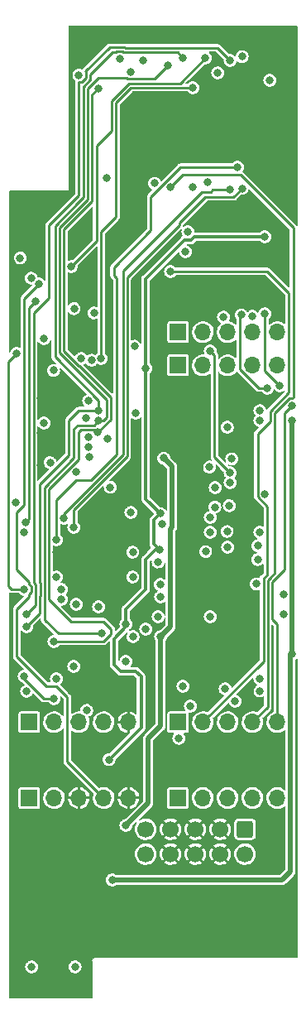
<source format=gbr>
%TF.GenerationSoftware,KiCad,Pcbnew,(6.0.0-0)*%
%TF.CreationDate,2022-01-16T08:37:52+00:00*%
%TF.ProjectId,curly-memory-kicad,6375726c-792d-46d6-956d-6f72792d6b69,rev?*%
%TF.SameCoordinates,Original*%
%TF.FileFunction,Copper,L3,Inr*%
%TF.FilePolarity,Positive*%
%FSLAX46Y46*%
G04 Gerber Fmt 4.6, Leading zero omitted, Abs format (unit mm)*
G04 Created by KiCad (PCBNEW (6.0.0-0)) date 2022-01-16 08:37:52*
%MOMM*%
%LPD*%
G01*
G04 APERTURE LIST*
G04 Aperture macros list*
%AMRoundRect*
0 Rectangle with rounded corners*
0 $1 Rounding radius*
0 $2 $3 $4 $5 $6 $7 $8 $9 X,Y pos of 4 corners*
0 Add a 4 corners polygon primitive as box body*
4,1,4,$2,$3,$4,$5,$6,$7,$8,$9,$2,$3,0*
0 Add four circle primitives for the rounded corners*
1,1,$1+$1,$2,$3*
1,1,$1+$1,$4,$5*
1,1,$1+$1,$6,$7*
1,1,$1+$1,$8,$9*
0 Add four rect primitives between the rounded corners*
20,1,$1+$1,$2,$3,$4,$5,0*
20,1,$1+$1,$4,$5,$6,$7,0*
20,1,$1+$1,$6,$7,$8,$9,0*
20,1,$1+$1,$8,$9,$2,$3,0*%
G04 Aperture macros list end*
%TA.AperFunction,ComponentPad*%
%ADD10RoundRect,0.250000X-0.600000X0.600000X-0.600000X-0.600000X0.600000X-0.600000X0.600000X0.600000X0*%
%TD*%
%TA.AperFunction,ComponentPad*%
%ADD11C,1.700000*%
%TD*%
%TA.AperFunction,ComponentPad*%
%ADD12R,1.700000X1.700000*%
%TD*%
%TA.AperFunction,ComponentPad*%
%ADD13O,1.700000X1.700000*%
%TD*%
%TA.AperFunction,ViaPad*%
%ADD14C,0.800000*%
%TD*%
%TA.AperFunction,Conductor*%
%ADD15C,0.254000*%
%TD*%
%TA.AperFunction,Conductor*%
%ADD16C,0.378000*%
%TD*%
%TA.AperFunction,Conductor*%
%ADD17C,0.508000*%
%TD*%
G04 APERTURE END LIST*
D10*
%TO.N,Net-(D402-Pad1)*%
%TO.C,J401*%
X24384000Y-82440500D03*
D11*
X24384000Y-84980500D03*
%TO.N,GND*%
X21844000Y-82440500D03*
X21844000Y-84980500D03*
X19304000Y-82440500D03*
X19304000Y-84980500D03*
X16764000Y-82440500D03*
X16764000Y-84980500D03*
%TO.N,Net-(D401-Pad2)*%
X14224000Y-82440500D03*
X14224000Y-84980500D03*
%TD*%
D12*
%TO.N,/input/IN_0_IN+*%
%TO.C,J101*%
X17540000Y-31600000D03*
D13*
%TO.N,/input/IN_1_IN+*%
X20080000Y-31600000D03*
%TO.N,/input/IN_2_IN+*%
X22620000Y-31600000D03*
%TO.N,/IN_3*%
X25160000Y-31600000D03*
%TO.N,/RES_0*%
X27700000Y-31600000D03*
%TD*%
D12*
%TO.N,+5V*%
%TO.C,J103*%
X17540000Y-71500000D03*
D13*
%TO.N,+3V3*%
X20080000Y-71500000D03*
%TO.N,V_OFFSET*%
X22620000Y-71500000D03*
%TO.N,/IO_32*%
X25160000Y-71500000D03*
%TO.N,/IO_21*%
X27700000Y-71500000D03*
%TD*%
D12*
%TO.N,/BOOT*%
%TO.C,J102*%
X2300000Y-71500000D03*
D13*
%TO.N,/RST*%
X4840000Y-71500000D03*
%TO.N,/PROG_TX*%
X7380000Y-71500000D03*
%TO.N,/PROG_RX*%
X9920000Y-71500000D03*
%TO.N,GND*%
X12460000Y-71500000D03*
%TD*%
D12*
%TO.N,/RES0_A1*%
%TO.C,J105*%
X2300000Y-79250000D03*
D13*
%TO.N,/RES0_W1*%
X4840000Y-79250000D03*
%TO.N,GND*%
X7380000Y-79250000D03*
%TO.N,/LEDS*%
X9920000Y-79250000D03*
%TO.N,GND*%
X12460000Y-79250000D03*
%TD*%
D12*
%TO.N,/output/OUT_0_OUT*%
%TO.C,J104*%
X17531000Y-79250000D03*
D13*
%TO.N,/output/OUT_1_OUT*%
X20071000Y-79250000D03*
%TO.N,/output/OUT_2_OUT*%
X22611000Y-79250000D03*
%TO.N,/output/OUT_3+*%
X25151000Y-79250000D03*
%TO.N,/DRY_WET*%
X27691000Y-79250000D03*
%TD*%
D12*
%TO.N,/RES_1*%
%TO.C,J106*%
X17540000Y-35000000D03*
D13*
%TO.N,/RES_2*%
X20080000Y-35000000D03*
%TO.N,/RES_3*%
X22620000Y-35000000D03*
%TO.N,/SW_0*%
X25160000Y-35000000D03*
%TO.N,/SW_1*%
X27700000Y-35000000D03*
%TD*%
D14*
%TO.N,GND*%
X21590000Y-20574000D03*
X24892000Y-20574000D03*
X22352000Y-27686000D03*
X22352000Y-23368000D03*
X8636000Y-87630000D03*
X8128000Y-81534000D03*
X2032000Y-85852000D03*
X26416000Y-94488000D03*
X16510000Y-90170000D03*
X27686000Y-7366000D03*
X27940000Y-10160000D03*
X28702000Y-1778000D03*
X22098000Y-12700000D03*
X21844000Y-9144000D03*
X16764000Y-7874000D03*
X13970000Y-7874000D03*
X13716000Y-14732000D03*
X16002000Y-14732000D03*
X19558000Y-12446000D03*
X19558000Y-8890000D03*
X11684000Y-90678000D03*
X20828000Y-92964000D03*
X24130000Y-91694000D03*
X25146000Y-88646000D03*
%TO.N,/RST*%
X903101Y-49066325D03*
X10195500Y-15869060D03*
%TO.N,GND*%
X7784011Y-55289855D03*
X8181541Y-20526950D03*
X3318000Y-76438000D03*
X28448000Y-13462000D03*
X5334000Y-55372000D03*
X9398000Y-73152000D03*
X3556000Y-34798000D03*
X5080000Y-64516000D03*
X6609714Y-68320286D03*
X7620000Y-25146000D03*
X22234310Y-74422000D03*
X15548500Y-56134000D03*
X3466011Y-41910000D03*
X5080000Y-65786000D03*
X13462000Y-20320000D03*
X3466011Y-45188083D03*
X12709950Y-74422000D03*
X18034000Y-51308000D03*
X22860000Y-50546000D03*
X26924000Y-15748000D03*
X5080000Y-54102000D03*
X13208000Y-26670000D03*
X12242800Y-63652400D03*
X15718500Y-38608000D03*
X24883310Y-74422000D03*
X3466011Y-38354000D03*
X7620000Y-3556000D03*
X11813286Y-51691286D03*
X15385500Y-74422000D03*
%TO.N,+5V*%
X15602155Y-53845007D03*
X15714852Y-50169366D03*
X26416000Y-21844000D03*
X10476980Y-75325295D03*
X12192000Y-61468000D03*
X14224000Y-35306000D03*
%TO.N,+3V3*%
X16764000Y-25400000D03*
%TO.N,/RES0_W1*%
X5080000Y-67056000D03*
%TO.N,Net-(C201-Pad2)*%
X22570500Y-41323198D03*
X7620000Y-34290000D03*
%TO.N,Net-(C202-Pad2)*%
X13208000Y-39878000D03*
X8670886Y-34480841D03*
%TO.N,Net-(C203-Pad2)*%
X22860000Y-45990497D03*
X20828000Y-33528000D03*
X13063522Y-33042466D03*
%TO.N,+12V*%
X12192000Y-82042000D03*
X15748000Y-62738000D03*
X16065807Y-44485989D03*
%TO.N,-12V*%
X2540000Y-96520000D03*
X10795000Y-87630000D03*
X29228500Y-40640000D03*
X29228500Y-64516000D03*
%TO.N,Net-(C301-Pad1)*%
X18034000Y-67818000D03*
X18796000Y-69850000D03*
%TO.N,Net-(C302-Pad1)*%
X28321000Y-60424991D03*
X25924000Y-68310000D03*
%TO.N,Net-(C302-Pad2)*%
X25908000Y-67056000D03*
X28321000Y-58454091D03*
%TO.N,Net-(C303-Pad1)*%
X17606500Y-73138908D03*
X20828000Y-60706000D03*
X15748000Y-58674000D03*
X15494000Y-55118000D03*
%TO.N,Net-(D402-Pad1)*%
X6985000Y-96520000D03*
%TO.N,/IO_32*%
X16769714Y-16769714D03*
%TO.N,V_OFFSET*%
X20753078Y-45402505D03*
X23021894Y-44562604D03*
%TO.N,/LEDS*%
X15107286Y-16377286D03*
X3302000Y-26670000D03*
%TO.N,Net-(R106-Pad2)*%
X21336000Y-47498000D03*
X12924500Y-62738000D03*
X15900400Y-51206400D03*
X21310569Y-49494500D03*
X12192000Y-65278000D03*
X25902239Y-39640514D03*
X12899500Y-56642000D03*
X12899500Y-54102000D03*
%TO.N,/input/IN_0_IN+*%
X6882919Y-29195762D03*
%TO.N,/IN_0*%
X6858000Y-65786000D03*
X4786750Y-35520750D03*
%TO.N,/IN_1*%
X3810000Y-40894000D03*
X10585811Y-47462500D03*
%TO.N,/IN_2*%
X26416000Y-48151020D03*
X4435317Y-44944255D03*
%TO.N,/IN_3*%
X7076903Y-45899887D03*
X8382000Y-38643500D03*
%TO.N,/input/IN_1_IN+*%
X8925500Y-29635855D03*
%TO.N,/BOOT*%
X7371714Y-5298500D03*
X24090399Y-3419113D03*
%TO.N,/PROG_TX*%
X2494525Y-26080941D03*
X1374864Y-24011163D03*
X1742500Y-52064286D03*
X11568430Y-3648714D03*
%TO.N,/PROG_RX*%
X4826000Y-69088000D03*
X12679978Y-4970478D03*
X8174212Y-70287447D03*
X1778000Y-66802000D03*
%TO.N,/RES0_A1*%
X2026286Y-68331714D03*
%TO.N,/RES1_W1*%
X9398000Y-59690000D03*
X5080000Y-56642000D03*
%TO.N,Net-(R104-Pad2)*%
X25908000Y-40640000D03*
X12700000Y-50038000D03*
X22763570Y-49348687D03*
X22860000Y-46990000D03*
%TO.N,/output/OUT_1+*%
X25544479Y-57358431D03*
X14224000Y-61976000D03*
%TO.N,/output/OUT_3+*%
X22352000Y-68072000D03*
X25908000Y-52070000D03*
X23373714Y-69347714D03*
%TO.N,/output/OUT_0+*%
X25689500Y-54864000D03*
X15494000Y-60706000D03*
%TO.N,/SW_0*%
X22183836Y-30069263D03*
X18288000Y-23368000D03*
%TO.N,/SW_1*%
X18542000Y-21336000D03*
X25146000Y-29972000D03*
%TO.N,/RES_0*%
X8128000Y-40386000D03*
%TO.N,/RES_1*%
X8346500Y-42326861D03*
%TO.N,/RES_2*%
X8346500Y-43361385D03*
%TO.N,/RES_3*%
X8410111Y-44358861D03*
%TO.N,/SPI3_CS_0*%
X10331749Y-42522979D03*
X9652000Y-34290000D03*
X19050000Y-6604000D03*
%TO.N,/SPI3_MOSI*%
X9343016Y-6664777D03*
X4826000Y-63246000D03*
X9328364Y-41863576D03*
%TO.N,/SPI3_MISO*%
X9398000Y-40640000D03*
X9687103Y-62437470D03*
X16510000Y-4318000D03*
%TO.N,/SPI3_CLK*%
X2032000Y-61722000D03*
X18034000Y-3556000D03*
X9398000Y-39624000D03*
%TO.N,/SPI2_CLK*%
X22860000Y-17018000D03*
X20828000Y-52070000D03*
X5806500Y-50655466D03*
%TO.N,/SPI2_MISO*%
X24090399Y-16900887D03*
X25689500Y-53446875D03*
X6858000Y-51562000D03*
%TO.N,/SPI2_MOSI*%
X20359269Y-54043780D03*
X23622000Y-14732000D03*
X5080000Y-52832000D03*
%TO.N,/SPI2_CS_0*%
X26416000Y-29718000D03*
X26924000Y-5842000D03*
X27940000Y-37084000D03*
X22606000Y-53594000D03*
X15719891Y-57402389D03*
X22554087Y-51998985D03*
%TO.N,/SPI3_CS_1*%
X2032000Y-60452000D03*
X22860000Y-3810000D03*
%TO.N,/SPI2_CS_1*%
X26670000Y-37338000D03*
X20828000Y-50546000D03*
X24008714Y-29839286D03*
X21590000Y-5080000D03*
%TO.N,/RES_~RS*%
X20574000Y-16256000D03*
X5588000Y-58928000D03*
%TO.N,/RES_~SHDN*%
X7112000Y-59436000D03*
X3810000Y-32258000D03*
X19044286Y-16758286D03*
X1778000Y-57912000D03*
X1016000Y-33782000D03*
X5593714Y-57906286D03*
%TO.N,/SPI2_CS_2*%
X6592647Y-24901665D03*
X2958011Y-28421684D03*
X20320000Y-3556000D03*
X1888927Y-51054000D03*
%TO.N,/IO_21*%
X13970000Y-3810000D03*
X29210000Y-39116000D03*
%TD*%
D15*
%TO.N,/IO_32*%
X27432000Y-56254638D02*
X27432000Y-39866571D01*
X28909072Y-38389499D02*
X29174501Y-38389499D01*
X18009929Y-15529499D02*
X16769714Y-16769714D01*
%TO.N,/SPI2_MOSI*%
X11242149Y-44129851D02*
X11242149Y-26107511D01*
%TO.N,/IO_32*%
X29174501Y-38389499D02*
X29330022Y-38233978D01*
X27432000Y-39866571D02*
X28909072Y-38389499D01*
X23911499Y-15529499D02*
X18009929Y-15529499D01*
%TO.N,/SPI2_MOSI*%
X5080000Y-52832000D02*
X5080000Y-48768000D01*
X17780000Y-14732000D02*
X23622000Y-14732000D01*
%TO.N,/IO_32*%
X29330022Y-20948022D02*
X23911499Y-15529499D01*
X26724489Y-69935511D02*
X26724489Y-56962149D01*
X26724489Y-56962149D02*
X26990150Y-56696489D01*
%TO.N,/SPI2_MOSI*%
X7112000Y-46736000D02*
X8636000Y-46736000D01*
%TO.N,/IO_32*%
X26990150Y-56696489D02*
X27432000Y-56254638D01*
%TO.N,/SPI2_MOSI*%
X10976489Y-25841851D02*
X10976489Y-24958149D01*
%TO.N,/IO_32*%
X25160000Y-71500000D02*
X26724489Y-69935511D01*
X29330022Y-38233978D02*
X29330022Y-20948022D01*
%TO.N,/SPI2_MOSI*%
X14732000Y-21202638D02*
X14732000Y-17780000D01*
X5080000Y-48768000D02*
X7112000Y-46736000D01*
X8636000Y-46736000D02*
X11242149Y-44129851D01*
X11242149Y-26107511D02*
X10976489Y-25841851D01*
X10976489Y-24958149D02*
X14732000Y-21202638D01*
X14732000Y-17780000D02*
X17780000Y-14732000D01*
%TO.N,/SPI2_CS_2*%
X9198489Y-12512150D02*
X10722489Y-10988150D01*
%TO.N,/SPI3_MISO*%
X5388489Y-33727280D02*
X10214489Y-38553280D01*
X12216070Y-5623499D02*
X9356866Y-5623499D01*
X16510000Y-4318000D02*
X15131022Y-5696978D01*
X12324299Y-5696978D02*
X12306924Y-5714353D01*
X12306924Y-5714353D02*
X12216070Y-5623499D01*
%TO.N,/SPI2_CS_2*%
X17725511Y-6150489D02*
X20320000Y-3556000D01*
%TO.N,/SPI3_MISO*%
X10214489Y-40329438D02*
X9903927Y-40640000D01*
%TO.N,/SPI2_CS_2*%
X6592647Y-24901665D02*
X9198489Y-22295823D01*
%TO.N,/SPI3_MISO*%
X8273022Y-6707343D02*
X8273022Y-18022339D01*
%TO.N,/SPI2_CS_2*%
X10722489Y-7940149D02*
X10988150Y-7674489D01*
X12512150Y-6150489D02*
X17725511Y-6150489D01*
%TO.N,/SPI3_MISO*%
X10214489Y-38553280D02*
X10214489Y-40329438D01*
%TO.N,/SPI2_CS_2*%
X10988150Y-7674489D02*
X12512150Y-6150489D01*
X10722489Y-10988150D02*
X10722489Y-7940149D01*
%TO.N,/SPI3_MISO*%
X8273022Y-18022339D02*
X5388490Y-20906871D01*
%TO.N,/SPI3_CS_0*%
X9652000Y-21336000D02*
X11176000Y-19812000D01*
%TO.N,/SPI3_MISO*%
X9356866Y-5623499D02*
X8273022Y-6707343D01*
%TO.N,/SPI2_CS_2*%
X9198489Y-22295823D02*
X9198489Y-12512150D01*
%TO.N,/SPI3_MISO*%
X5388490Y-20906871D02*
X5388489Y-33727280D01*
X15131022Y-5696978D02*
X12324299Y-5696978D01*
X9903927Y-40640000D02*
X9398000Y-40640000D01*
%TO.N,/SPI3_CS_0*%
X11176000Y-19812000D02*
X11176000Y-8128000D01*
X9652000Y-34290000D02*
X9652000Y-21336000D01*
X11176000Y-8128000D02*
X12700000Y-6604000D01*
X12700000Y-6604000D02*
X19050000Y-6604000D01*
D16*
%TO.N,+5V*%
X14224000Y-35306000D02*
X14224000Y-26147525D01*
X18193024Y-22178501D02*
X18890976Y-22178501D01*
X12192000Y-61468000D02*
X12192000Y-59944000D01*
X13752511Y-72049764D02*
X13752511Y-66838511D01*
X11684000Y-66294000D02*
X10983511Y-65593511D01*
X14224000Y-57912000D02*
X14224000Y-54864000D01*
X15057899Y-50826319D02*
X15714852Y-50169366D01*
X15242993Y-53845007D02*
X15602155Y-53845007D01*
X10983511Y-62973899D02*
X12192000Y-61765410D01*
X13752511Y-66838511D02*
X13208000Y-66294000D01*
X13208000Y-58928000D02*
X14224000Y-57912000D01*
X14224000Y-26147525D02*
X18193024Y-22178501D01*
X15057899Y-53300751D02*
X15057899Y-50826319D01*
X14224000Y-54864000D02*
X15242993Y-53845007D01*
X19225477Y-21844000D02*
X26416000Y-21844000D01*
X12192000Y-59944000D02*
X13208000Y-58928000D01*
X10476980Y-75325295D02*
X13752511Y-72049764D01*
X18890976Y-22178501D02*
X19225477Y-21844000D01*
X15602155Y-53845007D02*
X15057899Y-53300751D01*
X13208000Y-66294000D02*
X11684000Y-66294000D01*
X10983511Y-65593511D02*
X10983511Y-62973899D01*
X12192000Y-61765410D02*
X12192000Y-61468000D01*
X14224000Y-48678514D02*
X15714852Y-50169366D01*
X14224000Y-35306000D02*
X14224000Y-48678514D01*
D15*
%TO.N,+3V3*%
X26670000Y-49432449D02*
X25689499Y-48451948D01*
X26670000Y-56375278D02*
X26670000Y-49432449D01*
X26978489Y-39678721D02*
X28876511Y-37780699D01*
X25689499Y-41980797D02*
X26978489Y-40691807D01*
X26270979Y-56774298D02*
X26670000Y-56375278D01*
X25689499Y-48451948D02*
X25689499Y-41980797D01*
X26978489Y-40691807D02*
X26978489Y-39678721D01*
X26670000Y-25400000D02*
X16764000Y-25400000D01*
X28876511Y-37780699D02*
X28876511Y-27606511D01*
X28876511Y-27606511D02*
X26670000Y-25400000D01*
X20080000Y-71500000D02*
X26270978Y-65309022D01*
X26270978Y-65309022D02*
X26270979Y-56774298D01*
%TO.N,Net-(C203-Pad2)*%
X21256511Y-33956511D02*
X21256511Y-44387008D01*
X21256511Y-44387008D02*
X22860000Y-45990497D01*
X20828000Y-33528000D02*
X21256511Y-33956511D01*
D17*
%TO.N,+12V*%
X14478000Y-73914000D02*
X14478000Y-73406000D01*
X15494000Y-72136000D02*
X15748000Y-71882000D01*
X16764000Y-61722000D02*
X16764000Y-51750105D01*
X15748000Y-71882000D02*
X15748000Y-62738000D01*
X16923397Y-45343579D02*
X16065807Y-44485989D01*
X14478000Y-73406000D02*
X14478000Y-73152000D01*
X15748000Y-62738000D02*
X16764000Y-61722000D01*
X14478000Y-73152000D02*
X15494000Y-72136000D01*
X16923397Y-51590708D02*
X16923397Y-45343579D01*
X12192000Y-82042000D02*
X14478000Y-79756000D01*
X14478000Y-79756000D02*
X14478000Y-73914000D01*
X16764000Y-51750105D02*
X16923397Y-51590708D01*
%TO.N,-12V*%
X29057511Y-86766489D02*
X29057511Y-64686989D01*
X29228500Y-40640000D02*
X29228500Y-64516000D01*
X28194000Y-87630000D02*
X29057511Y-86766489D01*
X29057511Y-64686989D02*
X29228500Y-64516000D01*
X10795000Y-87630000D02*
X28194000Y-87630000D01*
D15*
%TO.N,/LEDS*%
X2286000Y-58674000D02*
X2286000Y-58431429D01*
X4064000Y-67818000D02*
X1016000Y-64770000D01*
X9920000Y-79250000D02*
X6203489Y-75533489D01*
X1016000Y-50038000D02*
X1778000Y-49276000D01*
X1016000Y-59944000D02*
X2286000Y-58674000D01*
X2286000Y-57392571D02*
X2286000Y-57150000D01*
X2286000Y-58431429D02*
X2504501Y-58212928D01*
X5080000Y-67818000D02*
X4064000Y-67818000D01*
X6203489Y-75533489D02*
X6203489Y-68941489D01*
X1016000Y-64770000D02*
X1016000Y-59944000D01*
X2286000Y-57150000D02*
X1016000Y-55880000D01*
X1778000Y-28194000D02*
X3302000Y-26670000D01*
X2504501Y-58212928D02*
X2504501Y-57611072D01*
X1778000Y-49276000D02*
X1778000Y-28194000D01*
X2504501Y-57611072D02*
X2286000Y-57392571D01*
X6203489Y-68941489D02*
X5080000Y-67818000D01*
X1016000Y-55880000D02*
X1016000Y-50038000D01*
%TO.N,/PROG_RX*%
X3810000Y-69088000D02*
X1778000Y-67056000D01*
X4826000Y-69088000D02*
X3810000Y-69088000D01*
X1778000Y-67056000D02*
X1778000Y-66802000D01*
%TO.N,/SPI3_MOSI*%
X7639222Y-41566012D02*
X9030800Y-41566012D01*
X9906000Y-61214000D02*
X6568217Y-61214000D01*
X10668000Y-38290008D02*
X7394493Y-35016501D01*
X8726533Y-7281260D02*
X9343016Y-6664777D01*
X7366000Y-44583361D02*
X7366000Y-41839234D01*
X10668000Y-61976000D02*
X9906000Y-61214000D01*
X8726533Y-18210190D02*
X8726533Y-7281260D01*
X9906000Y-63246000D02*
X10668000Y-62484000D01*
X6568217Y-61214000D02*
X4318545Y-58964328D01*
X7366000Y-41839234D02*
X7639222Y-41566012D01*
X4318545Y-47630816D02*
X7366000Y-44583361D01*
X7394493Y-35016501D02*
X7319072Y-35016501D01*
X5842001Y-21094722D02*
X8726533Y-18210190D01*
X10668000Y-40523940D02*
X10668000Y-38290008D01*
X9030800Y-41566012D02*
X9328364Y-41863576D01*
X4318545Y-58964328D02*
X4318545Y-47630816D01*
X9328364Y-41863576D02*
X10668000Y-40523940D01*
X5842000Y-33539429D02*
X5842001Y-21094722D01*
X7319072Y-35016501D02*
X5842000Y-33539429D01*
X10668000Y-62484000D02*
X10668000Y-61976000D01*
X4826000Y-63246000D02*
X9906000Y-63246000D01*
%TO.N,/SPI3_MISO*%
X5287470Y-62437470D02*
X3865029Y-61015029D01*
X6858000Y-41522639D02*
X7268138Y-41112501D01*
X8925499Y-41112501D02*
X9398000Y-40640000D01*
X3865024Y-57047497D02*
X3846043Y-57028517D01*
X6858000Y-44450000D02*
X6858000Y-41522639D01*
X3846043Y-57028517D02*
X3846043Y-47461957D01*
X3865029Y-61015029D02*
X3865029Y-57047509D01*
X3865029Y-57047509D02*
X3865024Y-57047504D01*
X9687103Y-62437470D02*
X5287470Y-62437470D01*
X7268138Y-41112501D02*
X8925499Y-41112501D01*
X3846043Y-47461957D02*
X6858000Y-44450000D01*
X3865024Y-57047504D02*
X3865024Y-57047497D01*
%TO.N,/SPI3_CLK*%
X7366000Y-18268962D02*
X7366000Y-18288000D01*
X3411523Y-57235371D02*
X3411518Y-57235366D01*
X4934979Y-20719021D02*
X4934979Y-34144979D01*
X11947166Y-3000021D02*
X11869358Y-2922213D01*
X9398000Y-38608000D02*
X9398000Y-39624000D01*
X18034000Y-3556000D02*
X17478021Y-3000021D01*
X3411523Y-58588628D02*
X3411523Y-57235371D01*
X7366000Y-39624000D02*
X9398000Y-39624000D01*
X3392533Y-60361467D02*
X3392533Y-58607618D01*
X2032000Y-61722000D02*
X3392533Y-60361467D01*
X3392533Y-47153467D02*
X6350000Y-44196000D01*
X7819511Y-17815451D02*
X7366000Y-18268962D01*
X3411518Y-57235366D02*
X3411518Y-57235359D01*
X3411518Y-57235359D02*
X3392533Y-57216375D01*
X11189694Y-3000021D02*
X10825189Y-3000021D01*
X7366000Y-18288000D02*
X4934979Y-20719021D01*
X8551726Y-5273484D02*
X8551726Y-5787279D01*
X3392533Y-58607618D02*
X3411523Y-58588628D01*
X8551726Y-5787279D02*
X7819511Y-6519494D01*
X17478021Y-3000021D02*
X11947166Y-3000021D01*
X3392533Y-57216375D02*
X3392533Y-47153467D01*
X4934979Y-34144979D02*
X9398000Y-38608000D01*
X10825189Y-3000021D02*
X8551726Y-5273484D01*
X6350000Y-44196000D02*
X6350000Y-40640000D01*
X6350000Y-40640000D02*
X7366000Y-39624000D01*
X11869358Y-2922213D02*
X11267502Y-2922213D01*
X11267502Y-2922213D02*
X11189694Y-3000021D01*
X7819511Y-6519494D02*
X7819511Y-17815451D01*
%TO.N,/SPI2_CLK*%
X21093429Y-17018000D02*
X20874928Y-17236501D01*
X22860000Y-17018000D02*
X21093429Y-17018000D01*
X5806500Y-50206861D02*
X5806500Y-50655466D01*
X11883511Y-25333851D02*
X11883511Y-44129851D01*
X11883511Y-44129851D02*
X5806500Y-50206861D01*
X19980861Y-17236501D02*
X11883511Y-25333851D01*
X20874928Y-17236501D02*
X19980861Y-17236501D01*
%TO.N,/SPI2_MISO*%
X17671022Y-20441702D02*
X20332724Y-17780000D01*
X6858000Y-49796723D02*
X12337022Y-44317701D01*
X12337022Y-26029702D02*
X17671022Y-20695701D01*
X23211286Y-17780000D02*
X24090399Y-16900887D01*
X6858000Y-51562000D02*
X6858000Y-49796723D01*
X17671022Y-20695701D02*
X17671022Y-20441702D01*
X12337022Y-44317701D02*
X12337022Y-26029702D01*
X20332724Y-17780000D02*
X23211286Y-17780000D01*
%TO.N,/SPI2_CS_0*%
X26416000Y-29718000D02*
X26416000Y-35560000D01*
X26416000Y-35560000D02*
X27940000Y-37084000D01*
%TO.N,/SPI3_CS_1*%
X7366000Y-17627600D02*
X7366000Y-6036429D01*
X2958012Y-58400778D02*
X2958012Y-57423221D01*
X2958012Y-57423221D02*
X2739511Y-57204720D01*
X2032000Y-60452000D02*
X2939022Y-59544978D01*
X8057001Y-4950341D02*
X10538640Y-2468702D01*
X2739511Y-29667613D02*
X4318000Y-28089124D01*
X8057001Y-4956358D02*
X8057001Y-4950341D01*
X2939022Y-58419769D02*
X2958012Y-58400778D01*
X10538640Y-2468702D02*
X12057209Y-2468702D01*
X8098215Y-5599428D02*
X8098215Y-4997572D01*
X7672642Y-6025001D02*
X8098215Y-5599428D01*
X2939022Y-59544978D02*
X2939022Y-58419769D01*
X12128507Y-2540000D02*
X21590000Y-2540000D01*
X21590000Y-2540000D02*
X22860000Y-3810000D01*
X7377428Y-6025001D02*
X7672642Y-6025001D01*
X12057209Y-2468702D02*
X12128507Y-2540000D01*
X4318000Y-20675600D02*
X7366000Y-17627600D01*
X8098215Y-4997572D02*
X8057001Y-4956358D01*
X2739511Y-57204720D02*
X2739511Y-29667613D01*
X7366000Y-6036429D02*
X7377428Y-6025001D01*
X4318000Y-28089124D02*
X4318000Y-20675600D01*
%TO.N,/SPI2_CS_1*%
X23876000Y-29972000D02*
X24008714Y-29839286D01*
X26670000Y-37338000D02*
X25834161Y-37338000D01*
X23876000Y-35379839D02*
X23876000Y-29972000D01*
X25834161Y-37338000D02*
X23876000Y-35379839D01*
%TO.N,/RES_~SHDN*%
X508000Y-57912000D02*
X1778000Y-57912000D01*
X176590Y-34621410D02*
X176590Y-57580590D01*
X1016000Y-33782000D02*
X176590Y-34621410D01*
X176590Y-57580590D02*
X508000Y-57912000D01*
%TO.N,/SPI2_CS_2*%
X2958011Y-28421684D02*
X2231511Y-29148184D01*
X2231511Y-50711416D02*
X1888927Y-51054000D01*
X2231511Y-29148184D02*
X2231511Y-50711416D01*
%TO.N,/IO_21*%
X27178000Y-57150000D02*
X28194000Y-56134000D01*
X27178000Y-57912000D02*
X27178000Y-57150000D01*
X28448000Y-39878000D02*
X29210000Y-39116000D01*
X27700000Y-71500000D02*
X27700000Y-62470000D01*
X27178000Y-60960000D02*
X27178000Y-57912000D01*
X27700000Y-61482000D02*
X27178000Y-60960000D01*
X27700000Y-62470000D02*
X27700000Y-61482000D01*
X28448000Y-55880000D02*
X28448000Y-39878000D01*
X28194000Y-56134000D02*
X28448000Y-55880000D01*
%TD*%
%TA.AperFunction,Conductor*%
%TO.N,GND*%
G36*
X24838956Y-16996478D02*
G01*
X28930216Y-21087738D01*
X28948522Y-21131932D01*
X28948522Y-26988111D01*
X28930216Y-27032305D01*
X28886022Y-27050611D01*
X28841828Y-27032305D01*
X26973263Y-25163740D01*
X26964951Y-25153448D01*
X26958876Y-25144039D01*
X26958873Y-25144036D01*
X26956071Y-25139696D01*
X26926589Y-25116454D01*
X26921089Y-25111566D01*
X26917352Y-25107829D01*
X26915252Y-25106328D01*
X26915248Y-25106325D01*
X26900326Y-25095661D01*
X26897971Y-25093893D01*
X26875017Y-25075798D01*
X26856330Y-25061066D01*
X26851457Y-25059355D01*
X26847977Y-25057441D01*
X26844359Y-25055668D01*
X26840157Y-25052666D01*
X26789337Y-25037468D01*
X26786540Y-25036558D01*
X26782938Y-25035293D01*
X26736498Y-25018984D01*
X26732580Y-25018645D01*
X26732577Y-25018644D01*
X26732240Y-25018615D01*
X26732234Y-25018615D01*
X26730909Y-25018500D01*
X26730650Y-25018500D01*
X26726646Y-25018161D01*
X26723421Y-25017754D01*
X26718476Y-25016275D01*
X26663076Y-25018452D01*
X26660622Y-25018500D01*
X17328898Y-25018500D01*
X17284704Y-25000194D01*
X17277390Y-24991400D01*
X17272301Y-24983996D01*
X17258553Y-24963992D01*
X17204095Y-24915472D01*
X17143087Y-24861116D01*
X17143085Y-24861115D01*
X17140275Y-24858611D01*
X17016239Y-24792937D01*
X17003602Y-24786246D01*
X17003601Y-24786246D01*
X17000274Y-24784484D01*
X16846633Y-24745892D01*
X16842868Y-24745872D01*
X16842866Y-24745872D01*
X16764296Y-24745461D01*
X16688221Y-24745062D01*
X16684557Y-24745942D01*
X16684554Y-24745942D01*
X16614948Y-24762653D01*
X16534184Y-24782043D01*
X16530842Y-24783768D01*
X16530839Y-24783769D01*
X16463799Y-24818372D01*
X16393414Y-24854700D01*
X16390576Y-24857175D01*
X16390577Y-24857175D01*
X16326089Y-24913432D01*
X16274039Y-24958838D01*
X16271873Y-24961920D01*
X16271872Y-24961921D01*
X16230850Y-25020289D01*
X16182950Y-25088444D01*
X16181581Y-25091955D01*
X16181580Y-25091957D01*
X16130742Y-25222351D01*
X16125406Y-25236037D01*
X16124914Y-25239774D01*
X16105221Y-25389355D01*
X16105221Y-25389359D01*
X16104729Y-25393096D01*
X16122113Y-25550553D01*
X16176553Y-25699319D01*
X16178656Y-25702448D01*
X16256692Y-25818578D01*
X16264908Y-25830805D01*
X16382076Y-25937419D01*
X16385385Y-25939216D01*
X16385387Y-25939217D01*
X16420086Y-25958057D01*
X16521293Y-26013008D01*
X16524940Y-26013965D01*
X16524943Y-26013966D01*
X16670874Y-26052250D01*
X16674522Y-26053207D01*
X16755820Y-26054484D01*
X16829147Y-26055636D01*
X16829149Y-26055636D01*
X16832916Y-26055695D01*
X16987332Y-26020329D01*
X16990696Y-26018637D01*
X16990699Y-26018636D01*
X17057611Y-25984983D01*
X17128855Y-25949151D01*
X17131720Y-25946704D01*
X17131723Y-25946702D01*
X17199494Y-25888819D01*
X17249314Y-25846269D01*
X17277152Y-25807527D01*
X17317805Y-25782322D01*
X17327906Y-25781500D01*
X26486090Y-25781500D01*
X26530284Y-25799806D01*
X28476705Y-27746227D01*
X28495011Y-27790421D01*
X28495011Y-30687799D01*
X28476705Y-30731993D01*
X28432511Y-30750299D01*
X28390086Y-30733694D01*
X28383932Y-30728005D01*
X28375258Y-30719987D01*
X28203581Y-30611667D01*
X28015039Y-30536446D01*
X28012233Y-30535888D01*
X28012230Y-30535887D01*
X27818752Y-30497402D01*
X27818750Y-30497402D01*
X27815946Y-30496844D01*
X27720353Y-30495593D01*
X27615833Y-30494224D01*
X27615828Y-30494224D01*
X27612971Y-30494187D01*
X27610151Y-30494672D01*
X27610146Y-30494672D01*
X27519397Y-30510266D01*
X27412910Y-30528564D01*
X27410222Y-30529556D01*
X27410217Y-30529557D01*
X27225151Y-30597832D01*
X27225148Y-30597833D01*
X27222463Y-30598824D01*
X27048010Y-30702612D01*
X26901971Y-30830686D01*
X26901209Y-30831354D01*
X26855913Y-30846730D01*
X26813010Y-30825573D01*
X26797500Y-30784364D01*
X26797500Y-30281748D01*
X26819409Y-30234223D01*
X26898452Y-30166714D01*
X26898455Y-30166711D01*
X26901314Y-30164269D01*
X26903509Y-30161214D01*
X26903512Y-30161211D01*
X26991555Y-30038686D01*
X26991556Y-30038684D01*
X26993755Y-30035624D01*
X27052842Y-29888641D01*
X27064465Y-29806970D01*
X27074875Y-29733826D01*
X27074875Y-29733821D01*
X27075162Y-29731807D01*
X27075307Y-29718000D01*
X27056276Y-29560733D01*
X27000280Y-29412546D01*
X26910553Y-29281992D01*
X26826977Y-29207529D01*
X26795087Y-29179116D01*
X26795085Y-29179115D01*
X26792275Y-29176611D01*
X26652274Y-29102484D01*
X26498633Y-29063892D01*
X26494868Y-29063872D01*
X26494866Y-29063872D01*
X26416296Y-29063461D01*
X26340221Y-29063062D01*
X26336557Y-29063942D01*
X26336554Y-29063942D01*
X26278387Y-29077907D01*
X26186184Y-29100043D01*
X26182842Y-29101768D01*
X26182839Y-29101769D01*
X26115799Y-29136371D01*
X26045414Y-29172700D01*
X25926039Y-29276838D01*
X25923873Y-29279920D01*
X25923872Y-29279921D01*
X25892683Y-29324299D01*
X25834950Y-29406444D01*
X25833581Y-29409955D01*
X25833580Y-29409957D01*
X25824551Y-29433116D01*
X25777406Y-29554037D01*
X25777393Y-29554138D01*
X25749363Y-29591471D01*
X25702005Y-29598212D01*
X25666039Y-29573075D01*
X25657557Y-29560733D01*
X25640553Y-29535992D01*
X25550220Y-29455509D01*
X25525087Y-29433116D01*
X25525085Y-29433115D01*
X25522275Y-29430611D01*
X25401008Y-29366403D01*
X25385602Y-29358246D01*
X25385601Y-29358246D01*
X25382274Y-29356484D01*
X25228633Y-29317892D01*
X25224868Y-29317872D01*
X25224866Y-29317872D01*
X25146296Y-29317461D01*
X25070221Y-29317062D01*
X25066557Y-29317942D01*
X25066554Y-29317942D01*
X24996948Y-29334653D01*
X24916184Y-29354043D01*
X24912842Y-29355768D01*
X24912839Y-29355769D01*
X24885471Y-29369895D01*
X24775414Y-29426700D01*
X24772578Y-29429174D01*
X24772572Y-29429178D01*
X24668200Y-29520229D01*
X24622863Y-29535487D01*
X24580017Y-29514218D01*
X24575606Y-29508532D01*
X24537323Y-29452830D01*
X24503267Y-29403278D01*
X24449717Y-29355567D01*
X24387801Y-29300402D01*
X24387799Y-29300401D01*
X24384989Y-29297897D01*
X24244988Y-29223770D01*
X24091347Y-29185178D01*
X24087582Y-29185158D01*
X24087580Y-29185158D01*
X24009010Y-29184747D01*
X23932935Y-29184348D01*
X23929271Y-29185228D01*
X23929268Y-29185228D01*
X23885392Y-29195762D01*
X23778898Y-29221329D01*
X23775556Y-29223054D01*
X23775553Y-29223055D01*
X23708513Y-29257657D01*
X23638128Y-29293986D01*
X23635290Y-29296461D01*
X23635291Y-29296461D01*
X23566486Y-29356484D01*
X23518753Y-29398124D01*
X23516587Y-29401206D01*
X23516586Y-29401207D01*
X23506138Y-29416073D01*
X23427664Y-29527730D01*
X23426295Y-29531241D01*
X23426294Y-29531243D01*
X23386522Y-29633255D01*
X23370120Y-29675323D01*
X23369628Y-29679060D01*
X23349935Y-29828641D01*
X23349935Y-29828645D01*
X23349443Y-29832382D01*
X23366827Y-29989839D01*
X23421267Y-30138605D01*
X23442859Y-30170737D01*
X23483876Y-30231777D01*
X23494500Y-30266636D01*
X23494500Y-30761278D01*
X23476194Y-30805472D01*
X23432000Y-30823778D01*
X23389575Y-30807173D01*
X23339926Y-30761278D01*
X23295258Y-30719987D01*
X23123581Y-30611667D01*
X22935039Y-30536446D01*
X22932233Y-30535888D01*
X22932230Y-30535887D01*
X22784461Y-30506494D01*
X22744687Y-30479918D01*
X22735355Y-30433002D01*
X22745897Y-30408727D01*
X22761591Y-30386887D01*
X22820678Y-30239904D01*
X22834649Y-30141734D01*
X22842711Y-30085089D01*
X22842711Y-30085084D01*
X22842998Y-30083070D01*
X22843143Y-30069263D01*
X22824112Y-29911996D01*
X22768116Y-29763809D01*
X22678389Y-29633255D01*
X22601194Y-29564477D01*
X22562923Y-29530379D01*
X22562921Y-29530378D01*
X22560111Y-29527874D01*
X22420110Y-29453747D01*
X22266469Y-29415155D01*
X22262704Y-29415135D01*
X22262702Y-29415135D01*
X22184132Y-29414724D01*
X22108057Y-29414325D01*
X22104393Y-29415205D01*
X22104390Y-29415205D01*
X22056511Y-29426700D01*
X21954020Y-29451306D01*
X21950678Y-29453031D01*
X21950675Y-29453032D01*
X21914135Y-29471892D01*
X21813250Y-29523963D01*
X21810412Y-29526438D01*
X21810413Y-29526438D01*
X21735865Y-29591471D01*
X21693875Y-29628101D01*
X21691709Y-29631183D01*
X21691708Y-29631184D01*
X21660687Y-29675323D01*
X21602786Y-29757707D01*
X21601417Y-29761218D01*
X21601416Y-29761220D01*
X21550376Y-29892133D01*
X21545242Y-29905300D01*
X21544750Y-29909037D01*
X21525057Y-30058618D01*
X21525057Y-30058622D01*
X21524565Y-30062359D01*
X21541949Y-30219816D01*
X21596389Y-30368582D01*
X21629777Y-30418269D01*
X21682578Y-30496844D01*
X21684744Y-30500068D01*
X21687531Y-30502604D01*
X21699710Y-30513686D01*
X21801912Y-30606682D01*
X21805222Y-30608479D01*
X21805226Y-30608482D01*
X21893248Y-30656274D01*
X21923352Y-30693449D01*
X21918352Y-30741022D01*
X21904635Y-30758190D01*
X21817548Y-30834564D01*
X21815392Y-30836455D01*
X21689720Y-30995869D01*
X21595203Y-31175515D01*
X21535007Y-31369378D01*
X21511148Y-31570964D01*
X21515789Y-31641769D01*
X21520438Y-31712700D01*
X21524424Y-31773522D01*
X21525130Y-31776302D01*
X21570143Y-31953537D01*
X21574392Y-31970269D01*
X21659377Y-32154616D01*
X21776533Y-32320389D01*
X21778587Y-32322390D01*
X21778588Y-32322391D01*
X21823612Y-32366251D01*
X21921938Y-32462035D01*
X22090720Y-32574812D01*
X22171610Y-32609565D01*
X22274588Y-32653808D01*
X22274590Y-32653809D01*
X22277228Y-32654942D01*
X22377641Y-32677663D01*
X22472426Y-32699111D01*
X22472429Y-32699111D01*
X22475216Y-32699742D01*
X22565164Y-32703276D01*
X22675193Y-32707600D01*
X22675197Y-32707600D01*
X22678053Y-32707712D01*
X22878945Y-32678584D01*
X23071165Y-32613334D01*
X23248276Y-32514147D01*
X23392035Y-32394583D01*
X23437719Y-32380397D01*
X23480052Y-32402670D01*
X23494500Y-32442635D01*
X23494500Y-34161278D01*
X23476194Y-34205472D01*
X23432000Y-34223778D01*
X23389575Y-34207173D01*
X23364900Y-34184364D01*
X23295258Y-34119987D01*
X23123581Y-34011667D01*
X22935039Y-33936446D01*
X22932233Y-33935888D01*
X22932230Y-33935887D01*
X22738752Y-33897402D01*
X22738750Y-33897402D01*
X22735946Y-33896844D01*
X22640353Y-33895593D01*
X22535833Y-33894224D01*
X22535828Y-33894224D01*
X22532971Y-33894187D01*
X22530151Y-33894672D01*
X22530146Y-33894672D01*
X22439397Y-33910266D01*
X22332910Y-33928564D01*
X22330222Y-33929556D01*
X22330217Y-33929557D01*
X22145151Y-33997832D01*
X22145148Y-33997833D01*
X22142463Y-33998824D01*
X21968010Y-34102612D01*
X21913634Y-34150299D01*
X21821209Y-34231354D01*
X21815392Y-34236455D01*
X21751274Y-34317789D01*
X21749593Y-34319921D01*
X21707857Y-34343295D01*
X21661818Y-34330310D01*
X21638444Y-34288574D01*
X21638011Y-34281228D01*
X21638011Y-34003887D01*
X21639411Y-33990733D01*
X21641768Y-33979784D01*
X21642856Y-33974731D01*
X21642001Y-33967500D01*
X21638444Y-33937452D01*
X21638011Y-33930106D01*
X21638011Y-33924819D01*
X21634575Y-33904175D01*
X21634163Y-33901279D01*
X21630117Y-33867087D01*
X21627929Y-33848604D01*
X21625693Y-33843948D01*
X21624578Y-33840109D01*
X21623281Y-33836320D01*
X21622433Y-33831228D01*
X21612385Y-33812605D01*
X21597248Y-33784553D01*
X21595911Y-33781928D01*
X21591100Y-33771908D01*
X21572951Y-33734113D01*
X21569341Y-33729819D01*
X21569156Y-33729634D01*
X21566567Y-33726567D01*
X21564576Y-33724001D01*
X21562123Y-33719454D01*
X21521404Y-33681814D01*
X21519635Y-33680113D01*
X21496060Y-33656538D01*
X21477754Y-33612344D01*
X21478377Y-33603538D01*
X21486875Y-33543826D01*
X21486875Y-33543821D01*
X21487162Y-33541807D01*
X21487307Y-33528000D01*
X21468276Y-33370733D01*
X21412280Y-33222546D01*
X21322553Y-33091992D01*
X21204275Y-32986611D01*
X21064274Y-32912484D01*
X20910633Y-32873892D01*
X20906868Y-32873872D01*
X20906866Y-32873872D01*
X20828296Y-32873461D01*
X20752221Y-32873062D01*
X20748557Y-32873942D01*
X20748554Y-32873942D01*
X20678948Y-32890653D01*
X20598184Y-32910043D01*
X20594842Y-32911768D01*
X20594839Y-32911769D01*
X20527799Y-32946372D01*
X20457414Y-32982700D01*
X20338039Y-33086838D01*
X20335873Y-33089920D01*
X20335872Y-33089921D01*
X20308540Y-33128810D01*
X20246950Y-33216444D01*
X20245581Y-33219955D01*
X20245580Y-33219957D01*
X20190945Y-33360090D01*
X20189406Y-33364037D01*
X20188914Y-33367774D01*
X20169221Y-33517355D01*
X20169221Y-33517359D01*
X20168729Y-33521096D01*
X20186113Y-33678553D01*
X20187410Y-33682097D01*
X20235168Y-33812605D01*
X20233165Y-33860398D01*
X20197953Y-33892776D01*
X20175657Y-33896578D01*
X19995833Y-33894224D01*
X19995828Y-33894224D01*
X19992971Y-33894187D01*
X19990151Y-33894672D01*
X19990146Y-33894672D01*
X19899397Y-33910266D01*
X19792910Y-33928564D01*
X19790222Y-33929556D01*
X19790217Y-33929557D01*
X19605151Y-33997832D01*
X19605148Y-33997833D01*
X19602463Y-33998824D01*
X19428010Y-34102612D01*
X19373634Y-34150299D01*
X19281209Y-34231354D01*
X19275392Y-34236455D01*
X19273616Y-34238708D01*
X19273615Y-34238709D01*
X19157860Y-34385544D01*
X19149720Y-34395869D01*
X19055203Y-34575515D01*
X18995007Y-34769378D01*
X18987354Y-34834036D01*
X18977869Y-34914182D01*
X18971148Y-34970964D01*
X18972917Y-34997957D01*
X18983045Y-35152477D01*
X18984424Y-35173522D01*
X18985130Y-35176302D01*
X19032669Y-35363483D01*
X19034392Y-35370269D01*
X19119377Y-35554616D01*
X19236533Y-35720389D01*
X19238587Y-35722390D01*
X19238588Y-35722391D01*
X19305312Y-35787390D01*
X19381938Y-35862035D01*
X19550720Y-35974812D01*
X19637124Y-36011934D01*
X19734588Y-36053808D01*
X19734590Y-36053809D01*
X19737228Y-36054942D01*
X19810824Y-36071595D01*
X19932426Y-36099111D01*
X19932429Y-36099111D01*
X19935216Y-36099742D01*
X20025164Y-36103276D01*
X20135193Y-36107600D01*
X20135197Y-36107600D01*
X20138053Y-36107712D01*
X20338945Y-36078584D01*
X20531165Y-36013334D01*
X20708276Y-35914147D01*
X20772548Y-35860692D01*
X20818230Y-35846508D01*
X20860564Y-35868781D01*
X20875011Y-35908746D01*
X20875011Y-44339632D01*
X20873611Y-44352786D01*
X20870166Y-44368788D01*
X20870773Y-44373918D01*
X20870773Y-44373920D01*
X20874578Y-44406067D01*
X20875011Y-44413413D01*
X20875011Y-44418700D01*
X20878447Y-44439344D01*
X20878858Y-44442231D01*
X20885093Y-44494915D01*
X20887329Y-44499571D01*
X20888444Y-44503410D01*
X20889741Y-44507199D01*
X20890589Y-44512291D01*
X20893040Y-44516834D01*
X20893041Y-44516836D01*
X20915774Y-44558966D01*
X20917111Y-44561591D01*
X20940071Y-44609406D01*
X20943681Y-44613700D01*
X20943866Y-44613885D01*
X20946455Y-44616952D01*
X20948446Y-44619518D01*
X20950899Y-44624065D01*
X20954694Y-44627573D01*
X20991619Y-44661706D01*
X20993388Y-44663407D01*
X20999878Y-44669897D01*
X21018184Y-44714091D01*
X20999878Y-44758285D01*
X20955684Y-44776591D01*
X20940461Y-44774708D01*
X20835711Y-44748397D01*
X20831946Y-44748377D01*
X20831944Y-44748377D01*
X20753374Y-44747966D01*
X20677299Y-44747567D01*
X20673635Y-44748447D01*
X20673632Y-44748447D01*
X20620034Y-44761315D01*
X20523262Y-44784548D01*
X20519920Y-44786273D01*
X20519917Y-44786274D01*
X20483385Y-44805130D01*
X20382492Y-44857205D01*
X20379654Y-44859680D01*
X20379655Y-44859680D01*
X20268724Y-44956452D01*
X20263117Y-44961343D01*
X20260951Y-44964425D01*
X20260950Y-44964426D01*
X20227496Y-45012026D01*
X20172028Y-45090949D01*
X20170659Y-45094460D01*
X20170658Y-45094462D01*
X20119399Y-45225936D01*
X20114484Y-45238542D01*
X20113992Y-45242279D01*
X20094299Y-45391860D01*
X20094299Y-45391864D01*
X20093807Y-45395601D01*
X20111191Y-45553058D01*
X20165631Y-45701824D01*
X20253986Y-45833310D01*
X20371154Y-45939924D01*
X20374463Y-45941721D01*
X20374465Y-45941722D01*
X20444694Y-45979853D01*
X20510371Y-46015513D01*
X20514018Y-46016470D01*
X20514021Y-46016471D01*
X20653068Y-46052949D01*
X20663600Y-46055712D01*
X20748235Y-46057041D01*
X20818225Y-46058141D01*
X20818227Y-46058141D01*
X20821994Y-46058200D01*
X20976410Y-46022834D01*
X20979774Y-46021142D01*
X20979777Y-46021141D01*
X21061869Y-45979853D01*
X21117933Y-45951656D01*
X21120798Y-45949209D01*
X21120801Y-45949207D01*
X21235530Y-45851218D01*
X21238392Y-45848774D01*
X21240587Y-45845719D01*
X21240590Y-45845716D01*
X21328633Y-45723191D01*
X21328634Y-45723189D01*
X21330833Y-45720129D01*
X21389920Y-45573146D01*
X21405028Y-45466986D01*
X21411953Y-45418331D01*
X21411953Y-45418326D01*
X21412240Y-45416312D01*
X21412385Y-45402505D01*
X21393354Y-45245238D01*
X21391387Y-45240032D01*
X21385507Y-45224471D01*
X21387010Y-45176659D01*
X21421880Y-45143914D01*
X21469692Y-45145417D01*
X21488165Y-45158184D01*
X21865880Y-45535900D01*
X22192063Y-45862083D01*
X22210369Y-45906277D01*
X22209834Y-45914435D01*
X22204711Y-45953350D01*
X22200729Y-45983593D01*
X22218113Y-46141050D01*
X22272553Y-46289816D01*
X22360908Y-46421302D01*
X22380473Y-46439104D01*
X22385051Y-46443270D01*
X22405419Y-46486552D01*
X22389215Y-46531560D01*
X22384079Y-46536590D01*
X22370039Y-46548838D01*
X22367873Y-46551920D01*
X22367872Y-46551921D01*
X22364233Y-46557099D01*
X22278950Y-46678444D01*
X22277581Y-46681955D01*
X22277580Y-46681957D01*
X22227928Y-46809310D01*
X22221406Y-46826037D01*
X22220914Y-46829774D01*
X22201221Y-46979355D01*
X22201221Y-46979359D01*
X22200729Y-46983096D01*
X22218113Y-47140553D01*
X22272553Y-47289319D01*
X22360908Y-47420805D01*
X22478076Y-47527419D01*
X22481385Y-47529216D01*
X22481387Y-47529217D01*
X22511305Y-47545461D01*
X22617293Y-47603008D01*
X22620940Y-47603965D01*
X22620943Y-47603966D01*
X22745463Y-47636633D01*
X22770522Y-47643207D01*
X22855157Y-47644536D01*
X22925147Y-47645636D01*
X22925149Y-47645636D01*
X22928916Y-47645695D01*
X23083332Y-47610329D01*
X23086696Y-47608637D01*
X23086699Y-47608636D01*
X23153611Y-47574983D01*
X23224855Y-47539151D01*
X23227720Y-47536704D01*
X23227723Y-47536702D01*
X23312214Y-47464539D01*
X23345314Y-47436269D01*
X23347509Y-47433214D01*
X23347512Y-47433211D01*
X23435555Y-47310686D01*
X23435556Y-47310684D01*
X23437755Y-47307624D01*
X23496842Y-47160641D01*
X23511967Y-47054362D01*
X23518875Y-47005826D01*
X23518875Y-47005821D01*
X23519162Y-47003807D01*
X23519307Y-46990000D01*
X23500276Y-46832733D01*
X23444280Y-46684546D01*
X23354553Y-46553992D01*
X23336348Y-46537772D01*
X23315529Y-46494705D01*
X23331260Y-46449530D01*
X23337333Y-46443583D01*
X23342451Y-46439212D01*
X23342454Y-46439209D01*
X23345314Y-46436766D01*
X23347509Y-46433711D01*
X23347512Y-46433708D01*
X23435555Y-46311183D01*
X23435556Y-46311181D01*
X23437755Y-46308121D01*
X23496842Y-46161138D01*
X23511500Y-46058141D01*
X23518875Y-46006323D01*
X23518875Y-46006318D01*
X23519162Y-46004304D01*
X23519307Y-45990497D01*
X23500276Y-45833230D01*
X23444280Y-45685043D01*
X23354553Y-45554489D01*
X23236275Y-45449108D01*
X23096274Y-45374981D01*
X22955143Y-45339531D01*
X22938619Y-45327259D01*
X22938313Y-45327662D01*
X22906453Y-45336199D01*
X22829134Y-45335794D01*
X22784221Y-45335559D01*
X22780550Y-45336440D01*
X22779118Y-45336606D01*
X22733113Y-45323502D01*
X22727739Y-45318714D01*
X22658319Y-45249294D01*
X22640013Y-45205100D01*
X22658319Y-45160906D01*
X22702513Y-45142600D01*
X22732335Y-45150174D01*
X22775868Y-45173810D01*
X22779187Y-45175612D01*
X22782834Y-45176569D01*
X22782837Y-45176570D01*
X22822290Y-45186920D01*
X22922641Y-45213246D01*
X22938443Y-45225241D01*
X22971351Y-45216423D01*
X23087041Y-45218240D01*
X23087043Y-45218240D01*
X23090810Y-45218299D01*
X23245226Y-45182933D01*
X23248590Y-45181241D01*
X23248593Y-45181240D01*
X23325420Y-45142600D01*
X23386749Y-45111755D01*
X23389614Y-45109308D01*
X23389617Y-45109306D01*
X23485866Y-45027101D01*
X23507208Y-45008873D01*
X23509403Y-45005818D01*
X23509406Y-45005815D01*
X23597449Y-44883290D01*
X23597450Y-44883288D01*
X23599649Y-44880228D01*
X23658736Y-44733245D01*
X23671675Y-44642326D01*
X23680769Y-44578430D01*
X23680769Y-44578425D01*
X23681056Y-44576411D01*
X23681156Y-44566877D01*
X23681180Y-44564643D01*
X23681180Y-44564637D01*
X23681201Y-44562604D01*
X23662170Y-44405337D01*
X23606174Y-44257150D01*
X23516447Y-44126596D01*
X23398169Y-44021215D01*
X23258168Y-43947088D01*
X23104527Y-43908496D01*
X23100762Y-43908476D01*
X23100760Y-43908476D01*
X23022190Y-43908065D01*
X22946115Y-43907666D01*
X22942451Y-43908546D01*
X22942448Y-43908546D01*
X22872842Y-43925257D01*
X22792078Y-43944647D01*
X22788736Y-43946372D01*
X22788733Y-43946373D01*
X22739414Y-43971829D01*
X22651308Y-44017304D01*
X22531933Y-44121442D01*
X22529767Y-44124524D01*
X22529766Y-44124525D01*
X22526127Y-44129703D01*
X22440844Y-44251048D01*
X22439475Y-44254559D01*
X22439474Y-44254561D01*
X22388931Y-44384199D01*
X22383300Y-44398641D01*
X22382808Y-44402378D01*
X22363115Y-44551959D01*
X22363115Y-44551963D01*
X22362623Y-44555700D01*
X22380007Y-44713157D01*
X22424394Y-44834450D01*
X22431526Y-44853940D01*
X22429523Y-44901734D01*
X22394312Y-44934112D01*
X22346518Y-44932109D01*
X22328639Y-44919613D01*
X21656317Y-44247291D01*
X21638011Y-44203097D01*
X21638011Y-41316294D01*
X21911229Y-41316294D01*
X21928613Y-41473751D01*
X21983053Y-41622517D01*
X21997411Y-41643884D01*
X22069035Y-41750471D01*
X22071408Y-41754003D01*
X22188576Y-41860617D01*
X22191885Y-41862414D01*
X22191887Y-41862415D01*
X22289868Y-41915614D01*
X22327793Y-41936206D01*
X22331440Y-41937163D01*
X22331443Y-41937164D01*
X22477374Y-41975448D01*
X22481022Y-41976405D01*
X22565657Y-41977734D01*
X22635647Y-41978834D01*
X22635649Y-41978834D01*
X22639416Y-41978893D01*
X22793832Y-41943527D01*
X22797196Y-41941835D01*
X22797199Y-41941834D01*
X22899957Y-41890152D01*
X22935355Y-41872349D01*
X22938220Y-41869902D01*
X22938223Y-41869900D01*
X23031292Y-41790411D01*
X23055814Y-41769467D01*
X23058009Y-41766412D01*
X23058012Y-41766409D01*
X23146055Y-41643884D01*
X23146056Y-41643882D01*
X23148255Y-41640822D01*
X23207342Y-41493839D01*
X23224372Y-41374176D01*
X23229375Y-41339024D01*
X23229375Y-41339019D01*
X23229662Y-41337005D01*
X23229735Y-41330040D01*
X23229786Y-41325237D01*
X23229786Y-41325231D01*
X23229807Y-41323198D01*
X23210776Y-41165931D01*
X23154780Y-41017744D01*
X23065053Y-40887190D01*
X22979184Y-40810684D01*
X22949587Y-40784314D01*
X22949585Y-40784313D01*
X22946775Y-40781809D01*
X22806774Y-40707682D01*
X22653133Y-40669090D01*
X22649368Y-40669070D01*
X22649366Y-40669070D01*
X22570796Y-40668659D01*
X22494721Y-40668260D01*
X22491057Y-40669140D01*
X22491054Y-40669140D01*
X22423665Y-40685319D01*
X22340684Y-40705241D01*
X22337342Y-40706966D01*
X22337339Y-40706967D01*
X22272418Y-40740476D01*
X22199914Y-40777898D01*
X22176846Y-40798022D01*
X22118988Y-40848495D01*
X22080539Y-40882036D01*
X22078373Y-40885118D01*
X22078372Y-40885119D01*
X22026639Y-40958728D01*
X21989450Y-41011642D01*
X21988081Y-41015153D01*
X21988080Y-41015155D01*
X21951252Y-41109616D01*
X21931906Y-41159235D01*
X21931414Y-41162972D01*
X21911721Y-41312553D01*
X21911721Y-41312557D01*
X21911229Y-41316294D01*
X21638011Y-41316294D01*
X21638011Y-35721111D01*
X21656317Y-35676917D01*
X21700511Y-35658611D01*
X21744705Y-35676917D01*
X21751551Y-35685040D01*
X21776533Y-35720389D01*
X21778587Y-35722390D01*
X21778588Y-35722391D01*
X21845312Y-35787390D01*
X21921938Y-35862035D01*
X22090720Y-35974812D01*
X22177124Y-36011934D01*
X22274588Y-36053808D01*
X22274590Y-36053809D01*
X22277228Y-36054942D01*
X22350824Y-36071595D01*
X22472426Y-36099111D01*
X22472429Y-36099111D01*
X22475216Y-36099742D01*
X22565164Y-36103276D01*
X22675193Y-36107600D01*
X22675197Y-36107600D01*
X22678053Y-36107712D01*
X22878945Y-36078584D01*
X23071165Y-36013334D01*
X23248276Y-35914147D01*
X23404345Y-35784345D01*
X23455872Y-35722391D01*
X23513136Y-35653539D01*
X23555469Y-35631266D01*
X23603612Y-35647608D01*
X23611108Y-35654537D01*
X23612878Y-35656239D01*
X25530896Y-37574257D01*
X25539208Y-37584549D01*
X25545285Y-37593961D01*
X25545288Y-37593964D01*
X25548090Y-37598304D01*
X25552148Y-37601503D01*
X25577577Y-37621550D01*
X25583077Y-37626438D01*
X25586810Y-37630171D01*
X25588900Y-37631665D01*
X25588903Y-37631667D01*
X25590980Y-37633151D01*
X25603836Y-37642337D01*
X25606142Y-37644069D01*
X25647831Y-37676934D01*
X25652702Y-37678645D01*
X25656182Y-37680558D01*
X25659802Y-37682332D01*
X25664004Y-37685334D01*
X25703040Y-37697008D01*
X25714820Y-37700531D01*
X25717617Y-37701441D01*
X25767663Y-37719016D01*
X25771581Y-37719355D01*
X25771584Y-37719356D01*
X25771921Y-37719385D01*
X25771927Y-37719385D01*
X25773252Y-37719500D01*
X25773511Y-37719500D01*
X25777515Y-37719839D01*
X25780740Y-37720246D01*
X25785685Y-37721725D01*
X25841097Y-37719548D01*
X25843550Y-37719500D01*
X26104474Y-37719500D01*
X26148668Y-37737806D01*
X26156349Y-37747140D01*
X26168805Y-37765677D01*
X26168810Y-37765682D01*
X26170908Y-37768805D01*
X26288076Y-37875419D01*
X26291385Y-37877216D01*
X26291387Y-37877217D01*
X26376602Y-37923485D01*
X26427293Y-37951008D01*
X26430940Y-37951965D01*
X26430943Y-37951966D01*
X26576874Y-37990250D01*
X26580522Y-37991207D01*
X26665157Y-37992536D01*
X26735147Y-37993636D01*
X26735149Y-37993636D01*
X26738916Y-37993695D01*
X26893332Y-37958329D01*
X26896696Y-37956637D01*
X26896699Y-37956636D01*
X26963611Y-37922983D01*
X27034855Y-37887151D01*
X27037720Y-37884704D01*
X27037723Y-37884702D01*
X27152452Y-37786713D01*
X27155314Y-37784269D01*
X27157509Y-37781214D01*
X27157512Y-37781211D01*
X27245555Y-37658686D01*
X27245556Y-37658684D01*
X27247755Y-37655624D01*
X27306842Y-37508641D01*
X27307372Y-37504916D01*
X27307968Y-37502692D01*
X27337088Y-37464742D01*
X27384514Y-37458498D01*
X27420214Y-37484009D01*
X27440908Y-37514805D01*
X27558076Y-37621419D01*
X27561385Y-37623216D01*
X27561387Y-37623217D01*
X27621073Y-37655624D01*
X27697293Y-37697008D01*
X27700940Y-37697965D01*
X27700943Y-37697966D01*
X27791508Y-37721725D01*
X27850522Y-37737207D01*
X27935157Y-37738536D01*
X28005147Y-37739636D01*
X28005149Y-37739636D01*
X28008916Y-37739695D01*
X28163332Y-37704329D01*
X28166696Y-37702637D01*
X28166699Y-37702636D01*
X28267123Y-37652128D01*
X28304855Y-37633151D01*
X28307722Y-37630702D01*
X28307727Y-37630699D01*
X28326635Y-37614550D01*
X28372129Y-37599768D01*
X28414750Y-37621485D01*
X28429532Y-37666979D01*
X28411419Y-37706269D01*
X26742225Y-39375462D01*
X26731936Y-39383771D01*
X26722528Y-39389845D01*
X26722525Y-39389848D01*
X26718185Y-39392650D01*
X26714986Y-39396708D01*
X26694943Y-39422132D01*
X26690055Y-39427632D01*
X26686318Y-39431369D01*
X26684817Y-39433469D01*
X26684814Y-39433473D01*
X26674150Y-39448395D01*
X26672398Y-39450729D01*
X26644751Y-39485799D01*
X26603018Y-39509172D01*
X26556978Y-39496188D01*
X26537206Y-39469198D01*
X26521500Y-39427632D01*
X26490673Y-39346052D01*
X26487850Y-39338582D01*
X26487850Y-39338581D01*
X26486519Y-39335060D01*
X26396792Y-39204506D01*
X26318693Y-39134923D01*
X26281326Y-39101630D01*
X26281324Y-39101629D01*
X26278514Y-39099125D01*
X26138513Y-39024998D01*
X25984872Y-38986406D01*
X25981107Y-38986386D01*
X25981105Y-38986386D01*
X25902535Y-38985975D01*
X25826460Y-38985576D01*
X25822796Y-38986456D01*
X25822793Y-38986456D01*
X25753187Y-39003167D01*
X25672423Y-39022557D01*
X25669081Y-39024282D01*
X25669078Y-39024283D01*
X25602038Y-39058886D01*
X25531653Y-39095214D01*
X25412278Y-39199352D01*
X25410112Y-39202434D01*
X25410111Y-39202435D01*
X25353304Y-39283263D01*
X25321189Y-39328958D01*
X25319820Y-39332469D01*
X25319819Y-39332471D01*
X25266512Y-39469198D01*
X25263645Y-39476551D01*
X25263153Y-39480288D01*
X25243460Y-39629869D01*
X25243460Y-39629873D01*
X25242968Y-39633610D01*
X25260352Y-39791067D01*
X25314792Y-39939833D01*
X25345776Y-39985942D01*
X25371220Y-40023806D01*
X25403147Y-40071319D01*
X25428843Y-40094700D01*
X25430100Y-40095844D01*
X25450468Y-40139126D01*
X25434264Y-40184134D01*
X25429122Y-40189169D01*
X25420881Y-40196358D01*
X25420878Y-40196362D01*
X25418039Y-40198838D01*
X25415873Y-40201920D01*
X25415872Y-40201921D01*
X25388540Y-40240810D01*
X25326950Y-40328444D01*
X25325581Y-40331955D01*
X25325580Y-40331957D01*
X25271821Y-40469843D01*
X25269406Y-40476037D01*
X25268914Y-40479774D01*
X25249221Y-40629355D01*
X25249221Y-40629359D01*
X25248729Y-40633096D01*
X25266113Y-40790553D01*
X25320553Y-40939319D01*
X25333914Y-40959202D01*
X25375594Y-41021228D01*
X25408908Y-41070805D01*
X25526076Y-41177419D01*
X25529385Y-41179216D01*
X25529387Y-41179217D01*
X25589073Y-41211624D01*
X25665293Y-41253008D01*
X25668940Y-41253965D01*
X25668943Y-41253966D01*
X25710720Y-41264926D01*
X25728264Y-41269528D01*
X25766366Y-41298449D01*
X25772858Y-41345842D01*
X25756598Y-41374176D01*
X25453240Y-41677534D01*
X25442947Y-41685847D01*
X25433534Y-41691924D01*
X25433532Y-41691926D01*
X25429195Y-41694726D01*
X25409130Y-41720179D01*
X25405953Y-41724208D01*
X25401065Y-41729708D01*
X25397328Y-41733445D01*
X25395827Y-41735545D01*
X25395824Y-41735549D01*
X25385160Y-41750471D01*
X25383392Y-41752826D01*
X25350565Y-41794467D01*
X25348854Y-41799340D01*
X25346940Y-41802820D01*
X25345167Y-41806438D01*
X25342165Y-41810640D01*
X25340686Y-41815584D01*
X25340686Y-41815585D01*
X25326968Y-41861456D01*
X25326058Y-41864253D01*
X25308483Y-41914299D01*
X25307999Y-41919888D01*
X25307999Y-41920147D01*
X25307660Y-41924151D01*
X25307253Y-41927376D01*
X25305774Y-41932321D01*
X25307951Y-41987721D01*
X25307999Y-41990175D01*
X25307999Y-48404572D01*
X25306599Y-48417726D01*
X25303154Y-48433728D01*
X25303761Y-48438858D01*
X25303761Y-48438860D01*
X25307566Y-48471007D01*
X25307999Y-48478353D01*
X25307999Y-48483640D01*
X25311435Y-48504284D01*
X25311846Y-48507171D01*
X25318081Y-48559855D01*
X25320317Y-48564511D01*
X25321432Y-48568350D01*
X25322729Y-48572139D01*
X25323577Y-48577231D01*
X25326028Y-48581774D01*
X25326029Y-48581776D01*
X25348762Y-48623906D01*
X25350099Y-48626531D01*
X25373059Y-48674346D01*
X25376669Y-48678640D01*
X25376854Y-48678825D01*
X25379443Y-48681892D01*
X25381434Y-48684458D01*
X25383887Y-48689005D01*
X25387682Y-48692513D01*
X25424608Y-48726647D01*
X25426377Y-48728348D01*
X26270194Y-49572165D01*
X26288500Y-49616359D01*
X26288500Y-51427036D01*
X26270194Y-51471230D01*
X26226000Y-51489536D01*
X26196754Y-51482271D01*
X26175902Y-51471230D01*
X26144274Y-51454484D01*
X25990633Y-51415892D01*
X25986868Y-51415872D01*
X25986866Y-51415872D01*
X25908296Y-51415461D01*
X25832221Y-51415062D01*
X25828557Y-51415942D01*
X25828554Y-51415942D01*
X25758948Y-51432653D01*
X25678184Y-51452043D01*
X25674842Y-51453768D01*
X25674839Y-51453769D01*
X25619618Y-51482271D01*
X25537414Y-51524700D01*
X25534576Y-51527175D01*
X25534577Y-51527175D01*
X25495911Y-51560906D01*
X25418039Y-51628838D01*
X25415873Y-51631920D01*
X25415872Y-51631921D01*
X25412233Y-51637099D01*
X25326950Y-51758444D01*
X25325581Y-51761955D01*
X25325580Y-51761957D01*
X25285621Y-51864448D01*
X25269406Y-51906037D01*
X25268914Y-51909774D01*
X25249221Y-52059355D01*
X25249221Y-52059359D01*
X25248729Y-52063096D01*
X25266113Y-52220553D01*
X25320553Y-52369319D01*
X25359087Y-52426664D01*
X25382678Y-52461770D01*
X25408908Y-52500805D01*
X25526076Y-52607419D01*
X25529385Y-52609216D01*
X25529387Y-52609217D01*
X25649702Y-52674543D01*
X25679805Y-52711718D01*
X25674805Y-52759292D01*
X25637630Y-52789395D01*
X25619550Y-52791968D01*
X25613721Y-52791937D01*
X25610057Y-52792817D01*
X25610054Y-52792817D01*
X25553478Y-52806400D01*
X25459684Y-52828918D01*
X25456342Y-52830643D01*
X25456339Y-52830644D01*
X25389299Y-52865247D01*
X25318914Y-52901575D01*
X25316076Y-52904050D01*
X25316077Y-52904050D01*
X25207332Y-52998915D01*
X25199539Y-53005713D01*
X25197373Y-53008795D01*
X25197372Y-53008796D01*
X25184492Y-53027122D01*
X25108450Y-53135319D01*
X25107081Y-53138830D01*
X25107080Y-53138832D01*
X25052292Y-53279358D01*
X25050906Y-53282912D01*
X25050414Y-53286649D01*
X25030721Y-53436230D01*
X25030721Y-53436234D01*
X25030229Y-53439971D01*
X25047613Y-53597428D01*
X25102053Y-53746194D01*
X25190408Y-53877680D01*
X25193195Y-53880216D01*
X25204230Y-53890257D01*
X25307576Y-53984294D01*
X25310885Y-53986091D01*
X25310887Y-53986092D01*
X25404420Y-54036876D01*
X25446793Y-54059883D01*
X25450440Y-54060840D01*
X25450443Y-54060841D01*
X25582799Y-54095564D01*
X25620901Y-54124485D01*
X25627393Y-54171878D01*
X25598472Y-54209980D01*
X25581531Y-54216790D01*
X25459684Y-54246043D01*
X25456342Y-54247768D01*
X25456339Y-54247769D01*
X25415370Y-54268915D01*
X25318914Y-54318700D01*
X25316076Y-54321175D01*
X25316077Y-54321175D01*
X25224207Y-54401319D01*
X25199539Y-54422838D01*
X25197373Y-54425920D01*
X25197372Y-54425921D01*
X25184492Y-54444247D01*
X25108450Y-54552444D01*
X25107081Y-54555955D01*
X25107080Y-54555957D01*
X25058919Y-54679485D01*
X25050906Y-54700037D01*
X25050414Y-54703774D01*
X25030721Y-54853355D01*
X25030721Y-54853359D01*
X25030229Y-54857096D01*
X25047613Y-55014553D01*
X25102053Y-55163319D01*
X25145406Y-55227834D01*
X25181619Y-55281725D01*
X25190408Y-55294805D01*
X25307576Y-55401419D01*
X25310885Y-55403216D01*
X25310887Y-55403217D01*
X25370573Y-55435624D01*
X25446793Y-55477008D01*
X25450440Y-55477965D01*
X25450443Y-55477966D01*
X25596374Y-55516250D01*
X25600022Y-55517207D01*
X25684657Y-55518536D01*
X25754647Y-55519636D01*
X25754649Y-55519636D01*
X25758416Y-55519695D01*
X25912832Y-55484329D01*
X25916196Y-55482637D01*
X25916199Y-55482636D01*
X26039846Y-55420448D01*
X26054355Y-55413151D01*
X26057220Y-55410704D01*
X26057223Y-55410702D01*
X26122555Y-55354902D01*
X26174814Y-55310269D01*
X26177012Y-55307210D01*
X26179562Y-55304437D01*
X26181224Y-55305965D01*
X26215890Y-55284463D01*
X26262463Y-55295379D01*
X26287677Y-55336030D01*
X26288500Y-55346140D01*
X26288500Y-56191367D01*
X26270194Y-56235561D01*
X26034717Y-56471037D01*
X26024433Y-56479343D01*
X26010675Y-56488227D01*
X26007479Y-56492281D01*
X26007477Y-56492283D01*
X25987433Y-56517709D01*
X25982545Y-56523209D01*
X25978808Y-56526946D01*
X25966625Y-56543994D01*
X25964902Y-56546289D01*
X25932045Y-56587968D01*
X25930332Y-56592846D01*
X25928409Y-56596344D01*
X25926649Y-56599937D01*
X25923645Y-56604140D01*
X25922166Y-56609084D01*
X25922165Y-56609087D01*
X25908449Y-56654953D01*
X25907538Y-56657755D01*
X25889963Y-56707800D01*
X25889690Y-56710958D01*
X25862635Y-56750104D01*
X25815578Y-56758698D01*
X25799488Y-56752834D01*
X25789086Y-56747327D01*
X25780753Y-56742915D01*
X25627112Y-56704323D01*
X25623347Y-56704303D01*
X25623345Y-56704303D01*
X25544775Y-56703892D01*
X25468700Y-56703493D01*
X25465036Y-56704373D01*
X25465033Y-56704373D01*
X25406683Y-56718382D01*
X25314663Y-56740474D01*
X25311321Y-56742199D01*
X25311318Y-56742200D01*
X25244278Y-56776802D01*
X25173893Y-56813131D01*
X25171055Y-56815606D01*
X25171056Y-56815606D01*
X25062585Y-56910232D01*
X25054518Y-56917269D01*
X25052352Y-56920351D01*
X25052351Y-56920352D01*
X25040105Y-56937777D01*
X24963429Y-57046875D01*
X24962060Y-57050386D01*
X24962059Y-57050388D01*
X24911336Y-57180488D01*
X24905885Y-57194468D01*
X24905393Y-57198205D01*
X24885700Y-57347786D01*
X24885700Y-57347790D01*
X24885208Y-57351527D01*
X24902592Y-57508984D01*
X24957032Y-57657750D01*
X24986571Y-57701708D01*
X25038284Y-57778665D01*
X25045387Y-57789236D01*
X25162555Y-57895850D01*
X25165864Y-57897647D01*
X25165866Y-57897648D01*
X25238843Y-57937271D01*
X25301772Y-57971439D01*
X25305419Y-57972396D01*
X25305422Y-57972397D01*
X25417249Y-58001734D01*
X25455001Y-58011638D01*
X25539636Y-58012967D01*
X25609626Y-58014067D01*
X25609628Y-58014067D01*
X25613395Y-58014126D01*
X25767811Y-57978760D01*
X25771175Y-57977068D01*
X25771178Y-57977067D01*
X25798897Y-57963126D01*
X25846604Y-57959623D01*
X25882815Y-57990880D01*
X25889479Y-58018962D01*
X25889478Y-61576532D01*
X25889478Y-65125112D01*
X25871172Y-65169306D01*
X23096652Y-67943826D01*
X23052458Y-67962132D01*
X23008264Y-67943826D01*
X22992387Y-67915648D01*
X22992276Y-67914733D01*
X22988420Y-67904527D01*
X22937612Y-67770071D01*
X22936280Y-67766546D01*
X22846553Y-67635992D01*
X22728275Y-67530611D01*
X22588274Y-67456484D01*
X22434633Y-67417892D01*
X22430868Y-67417872D01*
X22430866Y-67417872D01*
X22352296Y-67417461D01*
X22276221Y-67417062D01*
X22272557Y-67417942D01*
X22272554Y-67417942D01*
X22211113Y-67432693D01*
X22122184Y-67454043D01*
X22118842Y-67455768D01*
X22118839Y-67455769D01*
X22064765Y-67483679D01*
X21981414Y-67526700D01*
X21978576Y-67529175D01*
X21978577Y-67529175D01*
X21879695Y-67615436D01*
X21862039Y-67630838D01*
X21859873Y-67633920D01*
X21859872Y-67633921D01*
X21822276Y-67687415D01*
X21770950Y-67760444D01*
X21769581Y-67763955D01*
X21769580Y-67763957D01*
X21742340Y-67833826D01*
X21713406Y-67908037D01*
X21712914Y-67911774D01*
X21693221Y-68061355D01*
X21693221Y-68061359D01*
X21692729Y-68065096D01*
X21710113Y-68222553D01*
X21764553Y-68371319D01*
X21766656Y-68374448D01*
X21832053Y-68471769D01*
X21852908Y-68502805D01*
X21970076Y-68609419D01*
X21973385Y-68611216D01*
X21973387Y-68611217D01*
X22038993Y-68646838D01*
X22109293Y-68685008D01*
X22112940Y-68685965D01*
X22112943Y-68685966D01*
X22198963Y-68708533D01*
X22237065Y-68737454D01*
X22243557Y-68784847D01*
X22227297Y-68813181D01*
X21396981Y-69643496D01*
X20573543Y-70466934D01*
X20529349Y-70485240D01*
X20506189Y-70480790D01*
X20397706Y-70437509D01*
X20397696Y-70437506D01*
X20395039Y-70436446D01*
X20392233Y-70435888D01*
X20392230Y-70435887D01*
X20198752Y-70397402D01*
X20198750Y-70397402D01*
X20195946Y-70396844D01*
X20100353Y-70395593D01*
X19995833Y-70394224D01*
X19995828Y-70394224D01*
X19992971Y-70394187D01*
X19990151Y-70394672D01*
X19990146Y-70394672D01*
X19899397Y-70410266D01*
X19792910Y-70428564D01*
X19790222Y-70429556D01*
X19790217Y-70429557D01*
X19605151Y-70497832D01*
X19605148Y-70497833D01*
X19602463Y-70498824D01*
X19600003Y-70500287D01*
X19600002Y-70500288D01*
X19592327Y-70504854D01*
X19428010Y-70602612D01*
X19402558Y-70624933D01*
X19284989Y-70728039D01*
X19275392Y-70736455D01*
X19273616Y-70738708D01*
X19273615Y-70738709D01*
X19196446Y-70836598D01*
X19149720Y-70895869D01*
X19055203Y-71075515D01*
X19054356Y-71078242D01*
X19054355Y-71078245D01*
X19047624Y-71099922D01*
X18995007Y-71269378D01*
X18971148Y-71470964D01*
X18971336Y-71473828D01*
X18982190Y-71639431D01*
X18984424Y-71673522D01*
X18985130Y-71676302D01*
X19022017Y-71821541D01*
X19034392Y-71870269D01*
X19119377Y-72054616D01*
X19236533Y-72220389D01*
X19238587Y-72222390D01*
X19238588Y-72222391D01*
X19280680Y-72263395D01*
X19381938Y-72362035D01*
X19550720Y-72474812D01*
X19637124Y-72511934D01*
X19734588Y-72553808D01*
X19734590Y-72553809D01*
X19737228Y-72554942D01*
X19837641Y-72577663D01*
X19932426Y-72599111D01*
X19932429Y-72599111D01*
X19935216Y-72599742D01*
X20025164Y-72603276D01*
X20135193Y-72607600D01*
X20135197Y-72607600D01*
X20138053Y-72607712D01*
X20147261Y-72606377D01*
X20216008Y-72596409D01*
X20338945Y-72578584D01*
X20531165Y-72513334D01*
X20708276Y-72414147D01*
X20864345Y-72284345D01*
X20994147Y-72128276D01*
X21093334Y-71951165D01*
X21158584Y-71758945D01*
X21187712Y-71558053D01*
X21189232Y-71500000D01*
X21186565Y-71470964D01*
X21511148Y-71470964D01*
X21511336Y-71473828D01*
X21522190Y-71639431D01*
X21524424Y-71673522D01*
X21525130Y-71676302D01*
X21562017Y-71821541D01*
X21574392Y-71870269D01*
X21659377Y-72054616D01*
X21776533Y-72220389D01*
X21778587Y-72222390D01*
X21778588Y-72222391D01*
X21820680Y-72263395D01*
X21921938Y-72362035D01*
X22090720Y-72474812D01*
X22177124Y-72511934D01*
X22274588Y-72553808D01*
X22274590Y-72553809D01*
X22277228Y-72554942D01*
X22377641Y-72577663D01*
X22472426Y-72599111D01*
X22472429Y-72599111D01*
X22475216Y-72599742D01*
X22565164Y-72603276D01*
X22675193Y-72607600D01*
X22675197Y-72607600D01*
X22678053Y-72607712D01*
X22687261Y-72606377D01*
X22756008Y-72596409D01*
X22878945Y-72578584D01*
X23071165Y-72513334D01*
X23248276Y-72414147D01*
X23404345Y-72284345D01*
X23534147Y-72128276D01*
X23633334Y-71951165D01*
X23698584Y-71758945D01*
X23727712Y-71558053D01*
X23729232Y-71500000D01*
X23726303Y-71468116D01*
X23710920Y-71300714D01*
X23710658Y-71297859D01*
X23703456Y-71272322D01*
X23656335Y-71105244D01*
X23656333Y-71105240D01*
X23655557Y-71102487D01*
X23565776Y-70920428D01*
X23558189Y-70910268D01*
X23446037Y-70760078D01*
X23446036Y-70760076D01*
X23444320Y-70757779D01*
X23295258Y-70619987D01*
X23123581Y-70511667D01*
X23010410Y-70466516D01*
X22937696Y-70437506D01*
X22935039Y-70436446D01*
X22932233Y-70435888D01*
X22932230Y-70435887D01*
X22738752Y-70397402D01*
X22738750Y-70397402D01*
X22735946Y-70396844D01*
X22640353Y-70395593D01*
X22535833Y-70394224D01*
X22535828Y-70394224D01*
X22532971Y-70394187D01*
X22530151Y-70394672D01*
X22530146Y-70394672D01*
X22439397Y-70410266D01*
X22332910Y-70428564D01*
X22330222Y-70429556D01*
X22330217Y-70429557D01*
X22145151Y-70497832D01*
X22145148Y-70497833D01*
X22142463Y-70498824D01*
X22140003Y-70500287D01*
X22140002Y-70500288D01*
X22132327Y-70504854D01*
X21968010Y-70602612D01*
X21942558Y-70624933D01*
X21824989Y-70728039D01*
X21815392Y-70736455D01*
X21813616Y-70738708D01*
X21813615Y-70738709D01*
X21736446Y-70836598D01*
X21689720Y-70895869D01*
X21595203Y-71075515D01*
X21594356Y-71078242D01*
X21594355Y-71078245D01*
X21587624Y-71099922D01*
X21535007Y-71269378D01*
X21511148Y-71470964D01*
X21186565Y-71470964D01*
X21186303Y-71468116D01*
X21170920Y-71300714D01*
X21170658Y-71297859D01*
X21163456Y-71272322D01*
X21116335Y-71105244D01*
X21116333Y-71105240D01*
X21115557Y-71102487D01*
X21102827Y-71076673D01*
X21099698Y-71028940D01*
X21114687Y-71004835D01*
X22632967Y-69486555D01*
X22677161Y-69468249D01*
X22721355Y-69486555D01*
X22735852Y-69509267D01*
X22786267Y-69647033D01*
X22826319Y-69706636D01*
X22851182Y-69743636D01*
X22874622Y-69778519D01*
X22991790Y-69885133D01*
X22995099Y-69886930D01*
X22995101Y-69886931D01*
X23067280Y-69926121D01*
X23131007Y-69960722D01*
X23134654Y-69961679D01*
X23134657Y-69961680D01*
X23273437Y-69998088D01*
X23284236Y-70000921D01*
X23368871Y-70002250D01*
X23438861Y-70003350D01*
X23438863Y-70003350D01*
X23442630Y-70003409D01*
X23597046Y-69968043D01*
X23600410Y-69966351D01*
X23600413Y-69966350D01*
X23680399Y-69926121D01*
X23738569Y-69896865D01*
X23741434Y-69894418D01*
X23741437Y-69894416D01*
X23856166Y-69796427D01*
X23859028Y-69793983D01*
X23861223Y-69790928D01*
X23861226Y-69790925D01*
X23949269Y-69668400D01*
X23949270Y-69668398D01*
X23951469Y-69665338D01*
X24010556Y-69518355D01*
X24023051Y-69430559D01*
X24032589Y-69363540D01*
X24032589Y-69363535D01*
X24032876Y-69361521D01*
X24033021Y-69347714D01*
X24013990Y-69190447D01*
X23957994Y-69042260D01*
X23868267Y-68911706D01*
X23809280Y-68859151D01*
X23752801Y-68808830D01*
X23752799Y-68808829D01*
X23749989Y-68806325D01*
X23609988Y-68732198D01*
X23538946Y-68714354D01*
X23500544Y-68685834D01*
X23493556Y-68638511D01*
X23509979Y-68609543D01*
X25145571Y-66973952D01*
X25189765Y-66955646D01*
X25233959Y-66973952D01*
X25252265Y-67018146D01*
X25251731Y-67026297D01*
X25250003Y-67039420D01*
X25249222Y-67045355D01*
X25248729Y-67049096D01*
X25266113Y-67206553D01*
X25320553Y-67355319D01*
X25350789Y-67400315D01*
X25388053Y-67455769D01*
X25408908Y-67486805D01*
X25526076Y-67593419D01*
X25529385Y-67595216D01*
X25529387Y-67595217D01*
X25597385Y-67632137D01*
X25627488Y-67669312D01*
X25622488Y-67716886D01*
X25596228Y-67742602D01*
X25553414Y-67764700D01*
X25550576Y-67767175D01*
X25550577Y-67767175D01*
X25500230Y-67811096D01*
X25434039Y-67868838D01*
X25342950Y-67998444D01*
X25341581Y-68001955D01*
X25341580Y-68001957D01*
X25289466Y-68135624D01*
X25285406Y-68146037D01*
X25284914Y-68149774D01*
X25265221Y-68299355D01*
X25265221Y-68299359D01*
X25264729Y-68303096D01*
X25282113Y-68460553D01*
X25336553Y-68609319D01*
X25365228Y-68651992D01*
X25414427Y-68725207D01*
X25424908Y-68740805D01*
X25542076Y-68847419D01*
X25545385Y-68849216D01*
X25545387Y-68849217D01*
X25616275Y-68887706D01*
X25681293Y-68923008D01*
X25684940Y-68923965D01*
X25684943Y-68923966D01*
X25785514Y-68950350D01*
X25834522Y-68963207D01*
X25919157Y-68964536D01*
X25989147Y-68965636D01*
X25989149Y-68965636D01*
X25992916Y-68965695D01*
X26147332Y-68930329D01*
X26150696Y-68928637D01*
X26150699Y-68928636D01*
X26250550Y-68878416D01*
X26252408Y-68877482D01*
X26300114Y-68873979D01*
X26336325Y-68905236D01*
X26342989Y-68933318D01*
X26342989Y-69751600D01*
X26324683Y-69795794D01*
X25653543Y-70466934D01*
X25609349Y-70485240D01*
X25586189Y-70480790D01*
X25477706Y-70437509D01*
X25477696Y-70437506D01*
X25475039Y-70436446D01*
X25472233Y-70435888D01*
X25472230Y-70435887D01*
X25278752Y-70397402D01*
X25278750Y-70397402D01*
X25275946Y-70396844D01*
X25180353Y-70395593D01*
X25075833Y-70394224D01*
X25075828Y-70394224D01*
X25072971Y-70394187D01*
X25070151Y-70394672D01*
X25070146Y-70394672D01*
X24979397Y-70410266D01*
X24872910Y-70428564D01*
X24870222Y-70429556D01*
X24870217Y-70429557D01*
X24685151Y-70497832D01*
X24685148Y-70497833D01*
X24682463Y-70498824D01*
X24680003Y-70500287D01*
X24680002Y-70500288D01*
X24672327Y-70504854D01*
X24508010Y-70602612D01*
X24482558Y-70624933D01*
X24364989Y-70728039D01*
X24355392Y-70736455D01*
X24353616Y-70738708D01*
X24353615Y-70738709D01*
X24276446Y-70836598D01*
X24229720Y-70895869D01*
X24135203Y-71075515D01*
X24134356Y-71078242D01*
X24134355Y-71078245D01*
X24127624Y-71099922D01*
X24075007Y-71269378D01*
X24051148Y-71470964D01*
X24051336Y-71473828D01*
X24062190Y-71639431D01*
X24064424Y-71673522D01*
X24065130Y-71676302D01*
X24102017Y-71821541D01*
X24114392Y-71870269D01*
X24199377Y-72054616D01*
X24316533Y-72220389D01*
X24318587Y-72222390D01*
X24318588Y-72222391D01*
X24360680Y-72263395D01*
X24461938Y-72362035D01*
X24630720Y-72474812D01*
X24717124Y-72511934D01*
X24814588Y-72553808D01*
X24814590Y-72553809D01*
X24817228Y-72554942D01*
X24917641Y-72577663D01*
X25012426Y-72599111D01*
X25012429Y-72599111D01*
X25015216Y-72599742D01*
X25105164Y-72603276D01*
X25215193Y-72607600D01*
X25215197Y-72607600D01*
X25218053Y-72607712D01*
X25227261Y-72606377D01*
X25296008Y-72596409D01*
X25418945Y-72578584D01*
X25611165Y-72513334D01*
X25788276Y-72414147D01*
X25944345Y-72284345D01*
X26074147Y-72128276D01*
X26173334Y-71951165D01*
X26238584Y-71758945D01*
X26267712Y-71558053D01*
X26269232Y-71500000D01*
X26266303Y-71468116D01*
X26250920Y-71300714D01*
X26250658Y-71297859D01*
X26243456Y-71272322D01*
X26196335Y-71105244D01*
X26196333Y-71105240D01*
X26195557Y-71102487D01*
X26182827Y-71076673D01*
X26179698Y-71028940D01*
X26194687Y-71004835D01*
X26960746Y-70238776D01*
X26971038Y-70230464D01*
X26980450Y-70224387D01*
X26980453Y-70224384D01*
X26984793Y-70221582D01*
X27008039Y-70192095D01*
X27012927Y-70186595D01*
X27016660Y-70182862D01*
X27028838Y-70165821D01*
X27030561Y-70163527D01*
X27063423Y-70121841D01*
X27065136Y-70116963D01*
X27067063Y-70113458D01*
X27068820Y-70109872D01*
X27071824Y-70105668D01*
X27087021Y-70054850D01*
X27087932Y-70052049D01*
X27105505Y-70002009D01*
X27105989Y-69996420D01*
X27105989Y-69996152D01*
X27106328Y-69992155D01*
X27106735Y-69988931D01*
X27108214Y-69983986D01*
X27106037Y-69928574D01*
X27105989Y-69926121D01*
X27105989Y-61578400D01*
X27124295Y-61534206D01*
X27168489Y-61515900D01*
X27212683Y-61534206D01*
X27300194Y-61621717D01*
X27318500Y-61665911D01*
X27318500Y-70419834D01*
X27300194Y-70464028D01*
X27277632Y-70478471D01*
X27225151Y-70497832D01*
X27225148Y-70497834D01*
X27222463Y-70498824D01*
X27220003Y-70500287D01*
X27220002Y-70500288D01*
X27212327Y-70504854D01*
X27048010Y-70602612D01*
X27022558Y-70624933D01*
X26904989Y-70728039D01*
X26895392Y-70736455D01*
X26893616Y-70738708D01*
X26893615Y-70738709D01*
X26816446Y-70836598D01*
X26769720Y-70895869D01*
X26675203Y-71075515D01*
X26674356Y-71078242D01*
X26674355Y-71078245D01*
X26667624Y-71099922D01*
X26615007Y-71269378D01*
X26591148Y-71470964D01*
X26591336Y-71473828D01*
X26602190Y-71639431D01*
X26604424Y-71673522D01*
X26605130Y-71676302D01*
X26642017Y-71821541D01*
X26654392Y-71870269D01*
X26739377Y-72054616D01*
X26856533Y-72220389D01*
X26858587Y-72222390D01*
X26858588Y-72222391D01*
X26900680Y-72263395D01*
X27001938Y-72362035D01*
X27170720Y-72474812D01*
X27257124Y-72511934D01*
X27354588Y-72553808D01*
X27354590Y-72553809D01*
X27357228Y-72554942D01*
X27457641Y-72577663D01*
X27552426Y-72599111D01*
X27552429Y-72599111D01*
X27555216Y-72599742D01*
X27645164Y-72603276D01*
X27755193Y-72607600D01*
X27755197Y-72607600D01*
X27758053Y-72607712D01*
X27767261Y-72606377D01*
X27836008Y-72596409D01*
X27958945Y-72578584D01*
X28151165Y-72513334D01*
X28328276Y-72414147D01*
X28446547Y-72315782D01*
X28492230Y-72301596D01*
X28534563Y-72323869D01*
X28549011Y-72363834D01*
X28549011Y-78396036D01*
X28530705Y-78440230D01*
X28486511Y-78458536D01*
X28444086Y-78441931D01*
X28442246Y-78440230D01*
X28366258Y-78369987D01*
X28194581Y-78261667D01*
X28006039Y-78186446D01*
X28003233Y-78185888D01*
X28003230Y-78185887D01*
X27809752Y-78147402D01*
X27809750Y-78147402D01*
X27806946Y-78146844D01*
X27711353Y-78145593D01*
X27606833Y-78144224D01*
X27606828Y-78144224D01*
X27603971Y-78144187D01*
X27601151Y-78144672D01*
X27601146Y-78144672D01*
X27510397Y-78160266D01*
X27403910Y-78178564D01*
X27401224Y-78179555D01*
X27401217Y-78179557D01*
X27216151Y-78247832D01*
X27216148Y-78247833D01*
X27213463Y-78248824D01*
X27039010Y-78352612D01*
X26886392Y-78486455D01*
X26760720Y-78645869D01*
X26666203Y-78825515D01*
X26665356Y-78828242D01*
X26665355Y-78828245D01*
X26657828Y-78852487D01*
X26606007Y-79019378D01*
X26582148Y-79220964D01*
X26582336Y-79223828D01*
X26593190Y-79389431D01*
X26595424Y-79423522D01*
X26596130Y-79426302D01*
X26631020Y-79563678D01*
X26645392Y-79620269D01*
X26730377Y-79804616D01*
X26847533Y-79970389D01*
X26849587Y-79972390D01*
X26849588Y-79972391D01*
X26955379Y-80075447D01*
X26992938Y-80112035D01*
X27161720Y-80224812D01*
X27247056Y-80261475D01*
X27345588Y-80303808D01*
X27345590Y-80303809D01*
X27348228Y-80304942D01*
X27446484Y-80327175D01*
X27543426Y-80349111D01*
X27543429Y-80349111D01*
X27546216Y-80349742D01*
X27636164Y-80353276D01*
X27746193Y-80357600D01*
X27746197Y-80357600D01*
X27749053Y-80357712D01*
X27949945Y-80328584D01*
X28142165Y-80263334D01*
X28319276Y-80164147D01*
X28446546Y-80058297D01*
X28492230Y-80044111D01*
X28534563Y-80066384D01*
X28549011Y-80106349D01*
X28549011Y-86529974D01*
X28530705Y-86574168D01*
X28001679Y-87103194D01*
X27957485Y-87121500D01*
X11231993Y-87121500D01*
X11190416Y-87105665D01*
X11182320Y-87098452D01*
X11171275Y-87088611D01*
X11031274Y-87014484D01*
X10877633Y-86975892D01*
X10873868Y-86975872D01*
X10873866Y-86975872D01*
X10795296Y-86975461D01*
X10719221Y-86975062D01*
X10715557Y-86975942D01*
X10715554Y-86975942D01*
X10645948Y-86992653D01*
X10565184Y-87012043D01*
X10561842Y-87013768D01*
X10561839Y-87013769D01*
X10530817Y-87029781D01*
X10424414Y-87084700D01*
X10391892Y-87113071D01*
X10330812Y-87166355D01*
X10305039Y-87188838D01*
X10213950Y-87318444D01*
X10156406Y-87466037D01*
X10155914Y-87469774D01*
X10136221Y-87619355D01*
X10136221Y-87619359D01*
X10135729Y-87623096D01*
X10153113Y-87780553D01*
X10207553Y-87929319D01*
X10226160Y-87957009D01*
X10267818Y-88019002D01*
X10295908Y-88060805D01*
X10413076Y-88167419D01*
X10416385Y-88169216D01*
X10416387Y-88169217D01*
X10514368Y-88222416D01*
X10552293Y-88243008D01*
X10555940Y-88243965D01*
X10555943Y-88243966D01*
X10701874Y-88282250D01*
X10705522Y-88283207D01*
X10790157Y-88284536D01*
X10860147Y-88285636D01*
X10860149Y-88285636D01*
X10863916Y-88285695D01*
X11018332Y-88250329D01*
X11021696Y-88248637D01*
X11021699Y-88248636D01*
X11088611Y-88214983D01*
X11159855Y-88179151D01*
X11189919Y-88153474D01*
X11230509Y-88138500D01*
X28130022Y-88138500D01*
X28143815Y-88140041D01*
X28148455Y-88141091D01*
X28148456Y-88141091D01*
X28152800Y-88142074D01*
X28208474Y-88138620D01*
X28212345Y-88138500D01*
X28230513Y-88138500D01*
X28232707Y-88138186D01*
X28232719Y-88138185D01*
X28243398Y-88136656D01*
X28248383Y-88136145D01*
X28293733Y-88133331D01*
X28293735Y-88133331D01*
X28298177Y-88133055D01*
X28311652Y-88128190D01*
X28324007Y-88125110D01*
X28338187Y-88123080D01*
X28342239Y-88121237D01*
X28342241Y-88121237D01*
X28383604Y-88102430D01*
X28388251Y-88100538D01*
X28430996Y-88085107D01*
X28430997Y-88085106D01*
X28435181Y-88083596D01*
X28446751Y-88075144D01*
X28457742Y-88068721D01*
X28470782Y-88062792D01*
X28508584Y-88030221D01*
X28512509Y-88027104D01*
X28523599Y-88019002D01*
X28523600Y-88019001D01*
X28525552Y-88017575D01*
X28538192Y-88004935D01*
X28541589Y-88001781D01*
X28577752Y-87970621D01*
X28581127Y-87967713D01*
X28588065Y-87957009D01*
X28596318Y-87946809D01*
X29371835Y-87171292D01*
X29382679Y-87162628D01*
X29390469Y-87157713D01*
X29393413Y-87154380D01*
X29393416Y-87154377D01*
X29427404Y-87115892D01*
X29430056Y-87113071D01*
X29442893Y-87100234D01*
X29444229Y-87098452D01*
X29450697Y-87089823D01*
X29453862Y-87085936D01*
X29483940Y-87051878D01*
X29483942Y-87051875D01*
X29486889Y-87048538D01*
X29488782Y-87044506D01*
X29492974Y-87035578D01*
X29499535Y-87024658D01*
X29505457Y-87016756D01*
X29508127Y-87013194D01*
X29525651Y-86966450D01*
X29527585Y-86961859D01*
X29548792Y-86916689D01*
X29550995Y-86902541D01*
X29554228Y-86890219D01*
X29557693Y-86880976D01*
X29557694Y-86880972D01*
X29559256Y-86876805D01*
X29562953Y-86827045D01*
X29563525Y-86822068D01*
X29565639Y-86808497D01*
X29565640Y-86808487D01*
X29566011Y-86806103D01*
X29566011Y-86788219D01*
X29566183Y-86783587D01*
X29569720Y-86735987D01*
X29570050Y-86731548D01*
X29567388Y-86719077D01*
X29566011Y-86706030D01*
X29566011Y-65116287D01*
X29584317Y-65072093D01*
X29591910Y-65065878D01*
X29593355Y-65065151D01*
X29596222Y-65062702D01*
X29596227Y-65062699D01*
X29642910Y-65022828D01*
X29688404Y-65008046D01*
X29731025Y-65029763D01*
X29746000Y-65070353D01*
X29746000Y-95568500D01*
X29727694Y-95612694D01*
X29683500Y-95631000D01*
X9031172Y-95631000D01*
X9018979Y-95629799D01*
X9006038Y-95627225D01*
X9000000Y-95626024D01*
X8974983Y-95631000D01*
X8900894Y-95645737D01*
X8895777Y-95649156D01*
X8895775Y-95649157D01*
X8832625Y-95691353D01*
X8816876Y-95701876D01*
X8760737Y-95785894D01*
X8741024Y-95885000D01*
X8742225Y-95891038D01*
X8744799Y-95903979D01*
X8746000Y-95916172D01*
X8746000Y-99683500D01*
X8727694Y-99727694D01*
X8683500Y-99746000D01*
X316500Y-99746000D01*
X272306Y-99727694D01*
X254000Y-99683500D01*
X254000Y-96513096D01*
X1880729Y-96513096D01*
X1898113Y-96670553D01*
X1952553Y-96819319D01*
X2040908Y-96950805D01*
X2158076Y-97057419D01*
X2161385Y-97059216D01*
X2161387Y-97059217D01*
X2259368Y-97112416D01*
X2297293Y-97133008D01*
X2300940Y-97133965D01*
X2300943Y-97133966D01*
X2446874Y-97172250D01*
X2450522Y-97173207D01*
X2535157Y-97174536D01*
X2605147Y-97175636D01*
X2605149Y-97175636D01*
X2608916Y-97175695D01*
X2763332Y-97140329D01*
X2766696Y-97138637D01*
X2766699Y-97138636D01*
X2833611Y-97104983D01*
X2904855Y-97069151D01*
X2907720Y-97066704D01*
X2907723Y-97066702D01*
X3022452Y-96968713D01*
X3025314Y-96966269D01*
X3027509Y-96963214D01*
X3027512Y-96963211D01*
X3115555Y-96840686D01*
X3115556Y-96840684D01*
X3117755Y-96837624D01*
X3176842Y-96690641D01*
X3199162Y-96533807D01*
X3199307Y-96520000D01*
X3198472Y-96513096D01*
X6325729Y-96513096D01*
X6343113Y-96670553D01*
X6397553Y-96819319D01*
X6485908Y-96950805D01*
X6603076Y-97057419D01*
X6606385Y-97059216D01*
X6606387Y-97059217D01*
X6704368Y-97112416D01*
X6742293Y-97133008D01*
X6745940Y-97133965D01*
X6745943Y-97133966D01*
X6891874Y-97172250D01*
X6895522Y-97173207D01*
X6980157Y-97174536D01*
X7050147Y-97175636D01*
X7050149Y-97175636D01*
X7053916Y-97175695D01*
X7208332Y-97140329D01*
X7211696Y-97138637D01*
X7211699Y-97138636D01*
X7278611Y-97104983D01*
X7349855Y-97069151D01*
X7352720Y-97066704D01*
X7352723Y-97066702D01*
X7467452Y-96968713D01*
X7470314Y-96966269D01*
X7472509Y-96963214D01*
X7472512Y-96963211D01*
X7560555Y-96840686D01*
X7560556Y-96840684D01*
X7562755Y-96837624D01*
X7621842Y-96690641D01*
X7644162Y-96533807D01*
X7644307Y-96520000D01*
X7625276Y-96362733D01*
X7569280Y-96214546D01*
X7479553Y-96083992D01*
X7361275Y-95978611D01*
X7221274Y-95904484D01*
X7067633Y-95865892D01*
X7063868Y-95865872D01*
X7063866Y-95865872D01*
X6985296Y-95865461D01*
X6909221Y-95865062D01*
X6905557Y-95865942D01*
X6905554Y-95865942D01*
X6851323Y-95878962D01*
X6755184Y-95902043D01*
X6751842Y-95903768D01*
X6751839Y-95903769D01*
X6684799Y-95938372D01*
X6614414Y-95974700D01*
X6611576Y-95977175D01*
X6611577Y-95977175D01*
X6507321Y-96068124D01*
X6495039Y-96078838D01*
X6492873Y-96081920D01*
X6492872Y-96081921D01*
X6489233Y-96087099D01*
X6403950Y-96208444D01*
X6402581Y-96211955D01*
X6402580Y-96211957D01*
X6400197Y-96218071D01*
X6346406Y-96356037D01*
X6345914Y-96359774D01*
X6326221Y-96509355D01*
X6326221Y-96509359D01*
X6325729Y-96513096D01*
X3198472Y-96513096D01*
X3180276Y-96362733D01*
X3124280Y-96214546D01*
X3034553Y-96083992D01*
X2916275Y-95978611D01*
X2776274Y-95904484D01*
X2622633Y-95865892D01*
X2618868Y-95865872D01*
X2618866Y-95865872D01*
X2540296Y-95865461D01*
X2464221Y-95865062D01*
X2460557Y-95865942D01*
X2460554Y-95865942D01*
X2406323Y-95878962D01*
X2310184Y-95902043D01*
X2306842Y-95903768D01*
X2306839Y-95903769D01*
X2239799Y-95938372D01*
X2169414Y-95974700D01*
X2166576Y-95977175D01*
X2166577Y-95977175D01*
X2062321Y-96068124D01*
X2050039Y-96078838D01*
X2047873Y-96081920D01*
X2047872Y-96081921D01*
X2044233Y-96087099D01*
X1958950Y-96208444D01*
X1957581Y-96211955D01*
X1957580Y-96211957D01*
X1955197Y-96218071D01*
X1901406Y-96356037D01*
X1900914Y-96359774D01*
X1881221Y-96509355D01*
X1881221Y-96509359D01*
X1880729Y-96513096D01*
X254000Y-96513096D01*
X254000Y-84951464D01*
X13115148Y-84951464D01*
X13128424Y-85154022D01*
X13178392Y-85350769D01*
X13263377Y-85535116D01*
X13380533Y-85700889D01*
X13525938Y-85842535D01*
X13694720Y-85955312D01*
X13780056Y-85991975D01*
X13878588Y-86034308D01*
X13878590Y-86034309D01*
X13881228Y-86035442D01*
X13979484Y-86057675D01*
X14076426Y-86079611D01*
X14076429Y-86079611D01*
X14079216Y-86080242D01*
X14169164Y-86083776D01*
X14279193Y-86088100D01*
X14279197Y-86088100D01*
X14282053Y-86088212D01*
X14482945Y-86059084D01*
X14675165Y-85993834D01*
X14852276Y-85894647D01*
X14907838Y-85848436D01*
X16080818Y-85848436D01*
X16082789Y-85853193D01*
X16232576Y-85953278D01*
X16237598Y-85956004D01*
X16418744Y-86033831D01*
X16424183Y-86035598D01*
X16616492Y-86079114D01*
X16622140Y-86079857D01*
X16819166Y-86087599D01*
X16824861Y-86087300D01*
X17019992Y-86059007D01*
X17025541Y-86057675D01*
X17212247Y-85994296D01*
X17217460Y-85991975D01*
X17389492Y-85895633D01*
X17394197Y-85892399D01*
X17440379Y-85853990D01*
X17443300Y-85848436D01*
X18620818Y-85848436D01*
X18622789Y-85853193D01*
X18772576Y-85953278D01*
X18777598Y-85956004D01*
X18958744Y-86033831D01*
X18964183Y-86035598D01*
X19156492Y-86079114D01*
X19162140Y-86079857D01*
X19359166Y-86087599D01*
X19364861Y-86087300D01*
X19559992Y-86059007D01*
X19565541Y-86057675D01*
X19752247Y-85994296D01*
X19757460Y-85991975D01*
X19929492Y-85895633D01*
X19934197Y-85892399D01*
X19980379Y-85853990D01*
X19983300Y-85848436D01*
X21160818Y-85848436D01*
X21162789Y-85853193D01*
X21312576Y-85953278D01*
X21317598Y-85956004D01*
X21498744Y-86033831D01*
X21504183Y-86035598D01*
X21696492Y-86079114D01*
X21702140Y-86079857D01*
X21899166Y-86087599D01*
X21904861Y-86087300D01*
X22099992Y-86059007D01*
X22105541Y-86057675D01*
X22292247Y-85994296D01*
X22297460Y-85991975D01*
X22469492Y-85895633D01*
X22474197Y-85892399D01*
X22520379Y-85853990D01*
X22524808Y-85845570D01*
X22522711Y-85838816D01*
X21852790Y-85168895D01*
X21844000Y-85165254D01*
X21835210Y-85168895D01*
X21164459Y-85839646D01*
X21160818Y-85848436D01*
X19983300Y-85848436D01*
X19984808Y-85845570D01*
X19982711Y-85838816D01*
X19312790Y-85168895D01*
X19304000Y-85165254D01*
X19295210Y-85168895D01*
X18624459Y-85839646D01*
X18620818Y-85848436D01*
X17443300Y-85848436D01*
X17444808Y-85845570D01*
X17442711Y-85838816D01*
X16772790Y-85168895D01*
X16764000Y-85165254D01*
X16755210Y-85168895D01*
X16084459Y-85839646D01*
X16080818Y-85848436D01*
X14907838Y-85848436D01*
X15008345Y-85764845D01*
X15138147Y-85608776D01*
X15237334Y-85431665D01*
X15302584Y-85239445D01*
X15331712Y-85038553D01*
X15333232Y-84980500D01*
X15332425Y-84971710D01*
X15330829Y-84954341D01*
X15655838Y-84954341D01*
X15668732Y-85151081D01*
X15669626Y-85156724D01*
X15718159Y-85347823D01*
X15720066Y-85353207D01*
X15802612Y-85532261D01*
X15805468Y-85537208D01*
X15890309Y-85657256D01*
X15898358Y-85662334D01*
X15903790Y-85661105D01*
X16575605Y-84989290D01*
X16579246Y-84980500D01*
X16948754Y-84980500D01*
X16952395Y-84989290D01*
X17620751Y-85657646D01*
X17629541Y-85661287D01*
X17636074Y-85658580D01*
X17675899Y-85610697D01*
X17679133Y-85605992D01*
X17775475Y-85433960D01*
X17777796Y-85428747D01*
X17841175Y-85242041D01*
X17842507Y-85236492D01*
X17870948Y-85040342D01*
X17871259Y-85036697D01*
X17872682Y-84982327D01*
X17872563Y-84978679D01*
X17870327Y-84954341D01*
X18195838Y-84954341D01*
X18208732Y-85151081D01*
X18209626Y-85156724D01*
X18258159Y-85347823D01*
X18260066Y-85353207D01*
X18342612Y-85532261D01*
X18345468Y-85537208D01*
X18430309Y-85657256D01*
X18438358Y-85662334D01*
X18443790Y-85661105D01*
X19115605Y-84989290D01*
X19119246Y-84980500D01*
X19488754Y-84980500D01*
X19492395Y-84989290D01*
X20160751Y-85657646D01*
X20169541Y-85661287D01*
X20176074Y-85658580D01*
X20215899Y-85610697D01*
X20219133Y-85605992D01*
X20315475Y-85433960D01*
X20317796Y-85428747D01*
X20381175Y-85242041D01*
X20382507Y-85236492D01*
X20410948Y-85040342D01*
X20411259Y-85036697D01*
X20412682Y-84982327D01*
X20412563Y-84978679D01*
X20410327Y-84954341D01*
X20735838Y-84954341D01*
X20748732Y-85151081D01*
X20749626Y-85156724D01*
X20798159Y-85347823D01*
X20800066Y-85353207D01*
X20882612Y-85532261D01*
X20885468Y-85537208D01*
X20970309Y-85657256D01*
X20978358Y-85662334D01*
X20983790Y-85661105D01*
X21655605Y-84989290D01*
X21659246Y-84980500D01*
X22028754Y-84980500D01*
X22032395Y-84989290D01*
X22700751Y-85657646D01*
X22709541Y-85661287D01*
X22716074Y-85658580D01*
X22755899Y-85610697D01*
X22759133Y-85605992D01*
X22855475Y-85433960D01*
X22857796Y-85428747D01*
X22921175Y-85242041D01*
X22922507Y-85236492D01*
X22950948Y-85040342D01*
X22951259Y-85036697D01*
X22952682Y-84982327D01*
X22952563Y-84978679D01*
X22950062Y-84951464D01*
X23275148Y-84951464D01*
X23288424Y-85154022D01*
X23338392Y-85350769D01*
X23423377Y-85535116D01*
X23540533Y-85700889D01*
X23685938Y-85842535D01*
X23854720Y-85955312D01*
X23940056Y-85991975D01*
X24038588Y-86034308D01*
X24038590Y-86034309D01*
X24041228Y-86035442D01*
X24139484Y-86057675D01*
X24236426Y-86079611D01*
X24236429Y-86079611D01*
X24239216Y-86080242D01*
X24329164Y-86083776D01*
X24439193Y-86088100D01*
X24439197Y-86088100D01*
X24442053Y-86088212D01*
X24642945Y-86059084D01*
X24835165Y-85993834D01*
X25012276Y-85894647D01*
X25168345Y-85764845D01*
X25298147Y-85608776D01*
X25397334Y-85431665D01*
X25462584Y-85239445D01*
X25491712Y-85038553D01*
X25493232Y-84980500D01*
X25492425Y-84971710D01*
X25484137Y-84881515D01*
X25474658Y-84778359D01*
X25467456Y-84752822D01*
X25420335Y-84585744D01*
X25420333Y-84585740D01*
X25419557Y-84582987D01*
X25329776Y-84400928D01*
X25328058Y-84398627D01*
X25210037Y-84240578D01*
X25210036Y-84240576D01*
X25208320Y-84238279D01*
X25059258Y-84100487D01*
X24887581Y-83992167D01*
X24699039Y-83916946D01*
X24696233Y-83916388D01*
X24696230Y-83916387D01*
X24502752Y-83877902D01*
X24502750Y-83877902D01*
X24499946Y-83877344D01*
X24404353Y-83876093D01*
X24299833Y-83874724D01*
X24299828Y-83874724D01*
X24296971Y-83874687D01*
X24294151Y-83875172D01*
X24294146Y-83875172D01*
X24177751Y-83895173D01*
X24096910Y-83909064D01*
X24094222Y-83910056D01*
X24094217Y-83910057D01*
X23909151Y-83978332D01*
X23909148Y-83978333D01*
X23906463Y-83979324D01*
X23732010Y-84083112D01*
X23579392Y-84216955D01*
X23453720Y-84376369D01*
X23359203Y-84556015D01*
X23358356Y-84558742D01*
X23358355Y-84558745D01*
X23350828Y-84582987D01*
X23299007Y-84749878D01*
X23275148Y-84951464D01*
X22950062Y-84951464D01*
X22934426Y-84781305D01*
X22933385Y-84775687D01*
X22879867Y-84585924D01*
X22877824Y-84580602D01*
X22790616Y-84403761D01*
X22787630Y-84398889D01*
X22717086Y-84304420D01*
X22708908Y-84299555D01*
X22703067Y-84301038D01*
X22032395Y-84971710D01*
X22028754Y-84980500D01*
X21659246Y-84980500D01*
X21655605Y-84971710D01*
X20987466Y-84303571D01*
X20978676Y-84299930D01*
X20972648Y-84302427D01*
X20915913Y-84374395D01*
X20912809Y-84379174D01*
X20820998Y-84553677D01*
X20818819Y-84558937D01*
X20760346Y-84747252D01*
X20759162Y-84752822D01*
X20735987Y-84948629D01*
X20735838Y-84954341D01*
X20410327Y-84954341D01*
X20394426Y-84781305D01*
X20393385Y-84775687D01*
X20339867Y-84585924D01*
X20337824Y-84580602D01*
X20250616Y-84403761D01*
X20247630Y-84398889D01*
X20177086Y-84304420D01*
X20168908Y-84299555D01*
X20163067Y-84301038D01*
X19492395Y-84971710D01*
X19488754Y-84980500D01*
X19119246Y-84980500D01*
X19115605Y-84971710D01*
X18447466Y-84303571D01*
X18438676Y-84299930D01*
X18432648Y-84302427D01*
X18375913Y-84374395D01*
X18372809Y-84379174D01*
X18280998Y-84553677D01*
X18278819Y-84558937D01*
X18220346Y-84747252D01*
X18219162Y-84752822D01*
X18195987Y-84948629D01*
X18195838Y-84954341D01*
X17870327Y-84954341D01*
X17854426Y-84781305D01*
X17853385Y-84775687D01*
X17799867Y-84585924D01*
X17797824Y-84580602D01*
X17710616Y-84403761D01*
X17707630Y-84398889D01*
X17637086Y-84304420D01*
X17628908Y-84299555D01*
X17623067Y-84301038D01*
X16952395Y-84971710D01*
X16948754Y-84980500D01*
X16579246Y-84980500D01*
X16575605Y-84971710D01*
X15907466Y-84303571D01*
X15898676Y-84299930D01*
X15892648Y-84302427D01*
X15835913Y-84374395D01*
X15832809Y-84379174D01*
X15740998Y-84553677D01*
X15738819Y-84558937D01*
X15680346Y-84747252D01*
X15679162Y-84752822D01*
X15655987Y-84948629D01*
X15655838Y-84954341D01*
X15330829Y-84954341D01*
X15324137Y-84881515D01*
X15314658Y-84778359D01*
X15307456Y-84752822D01*
X15260335Y-84585744D01*
X15260333Y-84585740D01*
X15259557Y-84582987D01*
X15169776Y-84400928D01*
X15168058Y-84398627D01*
X15050037Y-84240578D01*
X15050036Y-84240576D01*
X15048320Y-84238279D01*
X14913294Y-84113462D01*
X16082984Y-84113462D01*
X16086857Y-84123752D01*
X16755210Y-84792105D01*
X16764000Y-84795746D01*
X16772790Y-84792105D01*
X17443183Y-84121712D01*
X17446548Y-84113589D01*
X17446492Y-84113462D01*
X18622984Y-84113462D01*
X18626857Y-84123752D01*
X19295210Y-84792105D01*
X19304000Y-84795746D01*
X19312790Y-84792105D01*
X19983183Y-84121712D01*
X19986548Y-84113589D01*
X19986492Y-84113462D01*
X21162984Y-84113462D01*
X21166857Y-84123752D01*
X21835210Y-84792105D01*
X21844000Y-84795746D01*
X21852790Y-84792105D01*
X22523183Y-84121712D01*
X22526548Y-84113589D01*
X22522375Y-84104049D01*
X22521054Y-84102828D01*
X22516532Y-84099358D01*
X22349774Y-83994142D01*
X22344696Y-83991554D01*
X22161553Y-83918488D01*
X22156087Y-83916869D01*
X21962700Y-83878402D01*
X21957036Y-83877807D01*
X21759872Y-83875225D01*
X21754185Y-83875673D01*
X21559870Y-83909063D01*
X21554347Y-83910542D01*
X21369367Y-83978785D01*
X21364218Y-83981241D01*
X21194770Y-84082052D01*
X21190148Y-84085411D01*
X21166660Y-84106009D01*
X21162984Y-84113462D01*
X19986492Y-84113462D01*
X19982375Y-84104049D01*
X19981054Y-84102828D01*
X19976532Y-84099358D01*
X19809774Y-83994142D01*
X19804696Y-83991554D01*
X19621553Y-83918488D01*
X19616087Y-83916869D01*
X19422700Y-83878402D01*
X19417036Y-83877807D01*
X19219872Y-83875225D01*
X19214185Y-83875673D01*
X19019870Y-83909063D01*
X19014347Y-83910542D01*
X18829367Y-83978785D01*
X18824218Y-83981241D01*
X18654770Y-84082052D01*
X18650148Y-84085411D01*
X18626660Y-84106009D01*
X18622984Y-84113462D01*
X17446492Y-84113462D01*
X17442375Y-84104049D01*
X17441054Y-84102828D01*
X17436532Y-84099358D01*
X17269774Y-83994142D01*
X17264696Y-83991554D01*
X17081553Y-83918488D01*
X17076087Y-83916869D01*
X16882700Y-83878402D01*
X16877036Y-83877807D01*
X16679872Y-83875225D01*
X16674185Y-83875673D01*
X16479870Y-83909063D01*
X16474347Y-83910542D01*
X16289367Y-83978785D01*
X16284218Y-83981241D01*
X16114770Y-84082052D01*
X16110148Y-84085411D01*
X16086660Y-84106009D01*
X16082984Y-84113462D01*
X14913294Y-84113462D01*
X14899258Y-84100487D01*
X14727581Y-83992167D01*
X14539039Y-83916946D01*
X14536233Y-83916388D01*
X14536230Y-83916387D01*
X14342752Y-83877902D01*
X14342750Y-83877902D01*
X14339946Y-83877344D01*
X14244353Y-83876093D01*
X14139833Y-83874724D01*
X14139828Y-83874724D01*
X14136971Y-83874687D01*
X14134151Y-83875172D01*
X14134146Y-83875172D01*
X14017751Y-83895173D01*
X13936910Y-83909064D01*
X13934222Y-83910056D01*
X13934217Y-83910057D01*
X13749151Y-83978332D01*
X13749148Y-83978333D01*
X13746463Y-83979324D01*
X13572010Y-84083112D01*
X13419392Y-84216955D01*
X13293720Y-84376369D01*
X13199203Y-84556015D01*
X13198356Y-84558742D01*
X13198355Y-84558745D01*
X13190828Y-84582987D01*
X13139007Y-84749878D01*
X13115148Y-84951464D01*
X254000Y-84951464D01*
X254000Y-78374933D01*
X1195500Y-78374933D01*
X1195501Y-80125066D01*
X1196100Y-80128075D01*
X1196100Y-80128080D01*
X1202909Y-80162313D01*
X1210266Y-80199301D01*
X1266516Y-80283484D01*
X1271633Y-80286903D01*
X1345580Y-80336314D01*
X1345582Y-80336315D01*
X1350699Y-80339734D01*
X1381572Y-80345875D01*
X1421920Y-80353901D01*
X1421923Y-80353901D01*
X1424933Y-80354500D01*
X2300000Y-80354500D01*
X3175066Y-80354499D01*
X3178075Y-80353900D01*
X3178080Y-80353900D01*
X3243263Y-80340935D01*
X3249301Y-80339734D01*
X3333484Y-80283484D01*
X3371931Y-80225945D01*
X3386314Y-80204420D01*
X3386315Y-80204418D01*
X3389734Y-80199301D01*
X3404500Y-80125067D01*
X3404499Y-79220964D01*
X3731148Y-79220964D01*
X3731336Y-79223828D01*
X3742190Y-79389431D01*
X3744424Y-79423522D01*
X3745130Y-79426302D01*
X3780020Y-79563678D01*
X3794392Y-79620269D01*
X3879377Y-79804616D01*
X3996533Y-79970389D01*
X3998587Y-79972390D01*
X3998588Y-79972391D01*
X4104379Y-80075447D01*
X4141938Y-80112035D01*
X4310720Y-80224812D01*
X4396056Y-80261475D01*
X4494588Y-80303808D01*
X4494590Y-80303809D01*
X4497228Y-80304942D01*
X4595484Y-80327175D01*
X4692426Y-80349111D01*
X4692429Y-80349111D01*
X4695216Y-80349742D01*
X4785164Y-80353276D01*
X4895193Y-80357600D01*
X4895197Y-80357600D01*
X4898053Y-80357712D01*
X5098945Y-80328584D01*
X5291165Y-80263334D01*
X5468276Y-80164147D01*
X5624345Y-80034345D01*
X5754147Y-79878276D01*
X5853334Y-79701165D01*
X5918584Y-79508945D01*
X5935762Y-79390471D01*
X6282759Y-79390471D01*
X6284732Y-79420581D01*
X6285626Y-79426224D01*
X6334159Y-79617323D01*
X6336066Y-79622707D01*
X6418612Y-79801761D01*
X6421468Y-79806708D01*
X6535257Y-79967717D01*
X6538970Y-79972065D01*
X6680203Y-80109647D01*
X6684636Y-80113236D01*
X6848576Y-80222778D01*
X6853598Y-80225504D01*
X7034744Y-80303331D01*
X7040183Y-80305098D01*
X7232492Y-80348614D01*
X7238141Y-80349357D01*
X7240577Y-80349453D01*
X7248827Y-80346409D01*
X7253000Y-80336869D01*
X7253000Y-80334779D01*
X7507000Y-80334779D01*
X7510641Y-80343569D01*
X7516208Y-80345875D01*
X7635992Y-80328507D01*
X7641541Y-80327175D01*
X7828247Y-80263796D01*
X7833460Y-80261475D01*
X8005492Y-80165133D01*
X8010194Y-80161902D01*
X8161793Y-80035819D01*
X8165819Y-80031793D01*
X8291902Y-79880194D01*
X8295133Y-79875492D01*
X8391475Y-79703460D01*
X8393796Y-79698247D01*
X8457175Y-79511541D01*
X8458507Y-79505992D01*
X8475426Y-79389304D01*
X8473084Y-79380082D01*
X8467904Y-79377000D01*
X7519431Y-79377000D01*
X7510641Y-79380641D01*
X7507000Y-79389431D01*
X7507000Y-80334779D01*
X7253000Y-80334779D01*
X7253000Y-79389431D01*
X7249359Y-79380641D01*
X7240569Y-79377000D01*
X6294307Y-79377000D01*
X6286632Y-79380179D01*
X6282759Y-79390471D01*
X5935762Y-79390471D01*
X5947712Y-79308053D01*
X5949232Y-79250000D01*
X5946303Y-79218116D01*
X5937228Y-79119359D01*
X5936428Y-79110655D01*
X6284707Y-79110655D01*
X6287290Y-79119811D01*
X6292984Y-79123000D01*
X7240569Y-79123000D01*
X7249359Y-79119359D01*
X7253000Y-79110569D01*
X7507000Y-79110569D01*
X7510641Y-79119359D01*
X7519431Y-79123000D01*
X8464629Y-79123000D01*
X8473419Y-79119359D01*
X8476125Y-79112826D01*
X8470426Y-79050805D01*
X8469385Y-79045187D01*
X8415867Y-78855424D01*
X8413824Y-78850102D01*
X8326616Y-78673261D01*
X8323630Y-78668389D01*
X8205664Y-78510414D01*
X8201841Y-78506169D01*
X8057060Y-78372334D01*
X8052525Y-78368854D01*
X7885774Y-78263642D01*
X7880696Y-78261054D01*
X7697553Y-78187988D01*
X7692087Y-78186369D01*
X7519193Y-78151978D01*
X7509861Y-78153834D01*
X7507000Y-78158117D01*
X7507000Y-79110569D01*
X7253000Y-79110569D01*
X7253000Y-78163994D01*
X7249359Y-78155204D01*
X7244214Y-78153073D01*
X7095870Y-78178563D01*
X7090347Y-78180042D01*
X6905367Y-78248285D01*
X6900218Y-78250741D01*
X6730770Y-78351552D01*
X6726148Y-78354911D01*
X6577910Y-78484912D01*
X6573983Y-78489050D01*
X6451913Y-78643895D01*
X6448809Y-78648674D01*
X6356998Y-78823177D01*
X6354819Y-78828437D01*
X6296346Y-79016752D01*
X6295162Y-79022322D01*
X6284707Y-79110655D01*
X5936428Y-79110655D01*
X5930658Y-79047859D01*
X5923456Y-79022322D01*
X5876335Y-78855244D01*
X5876333Y-78855240D01*
X5875557Y-78852487D01*
X5785776Y-78670428D01*
X5784058Y-78668127D01*
X5666037Y-78510078D01*
X5666036Y-78510076D01*
X5664320Y-78507779D01*
X5515258Y-78369987D01*
X5343581Y-78261667D01*
X5155039Y-78186446D01*
X5152233Y-78185888D01*
X5152230Y-78185887D01*
X4958752Y-78147402D01*
X4958750Y-78147402D01*
X4955946Y-78146844D01*
X4860353Y-78145593D01*
X4755833Y-78144224D01*
X4755828Y-78144224D01*
X4752971Y-78144187D01*
X4750151Y-78144672D01*
X4750146Y-78144672D01*
X4659397Y-78160266D01*
X4552910Y-78178564D01*
X4550224Y-78179555D01*
X4550217Y-78179557D01*
X4365151Y-78247832D01*
X4365148Y-78247833D01*
X4362463Y-78248824D01*
X4188010Y-78352612D01*
X4035392Y-78486455D01*
X3909720Y-78645869D01*
X3815203Y-78825515D01*
X3814356Y-78828242D01*
X3814355Y-78828245D01*
X3806828Y-78852487D01*
X3755007Y-79019378D01*
X3731148Y-79220964D01*
X3404499Y-79220964D01*
X3404499Y-78374934D01*
X3403516Y-78369987D01*
X3390935Y-78306737D01*
X3389734Y-78300699D01*
X3333484Y-78216516D01*
X3313452Y-78203131D01*
X3254420Y-78163686D01*
X3254418Y-78163685D01*
X3249301Y-78160266D01*
X3213139Y-78153073D01*
X3178080Y-78146099D01*
X3178077Y-78146099D01*
X3175067Y-78145500D01*
X3171996Y-78145500D01*
X2300001Y-78145501D01*
X1424934Y-78145501D01*
X1421925Y-78146100D01*
X1421920Y-78146100D01*
X1356737Y-78159065D01*
X1350699Y-78160266D01*
X1266516Y-78216516D01*
X1263097Y-78221633D01*
X1235326Y-78263195D01*
X1210266Y-78300699D01*
X1209065Y-78306737D01*
X1209065Y-78306738D01*
X1199483Y-78354911D01*
X1195500Y-78374933D01*
X254000Y-78374933D01*
X254000Y-70624933D01*
X1195500Y-70624933D01*
X1195501Y-72375066D01*
X1196100Y-72378075D01*
X1196100Y-72378080D01*
X1203552Y-72415547D01*
X1210266Y-72449301D01*
X1266516Y-72533484D01*
X1271633Y-72536903D01*
X1345580Y-72586314D01*
X1345582Y-72586315D01*
X1350699Y-72589734D01*
X1383753Y-72596309D01*
X1421920Y-72603901D01*
X1421923Y-72603901D01*
X1424933Y-72604500D01*
X2300000Y-72604500D01*
X3175066Y-72604499D01*
X3178075Y-72603900D01*
X3178080Y-72603900D01*
X3243263Y-72590935D01*
X3249301Y-72589734D01*
X3333484Y-72533484D01*
X3371931Y-72475945D01*
X3386314Y-72454420D01*
X3386315Y-72454418D01*
X3389734Y-72449301D01*
X3402601Y-72384613D01*
X3403901Y-72378080D01*
X3403901Y-72378077D01*
X3404500Y-72375067D01*
X3404499Y-70624934D01*
X3403516Y-70619987D01*
X3390935Y-70556737D01*
X3389734Y-70550699D01*
X3333484Y-70466516D01*
X3301698Y-70445277D01*
X3254420Y-70413686D01*
X3254418Y-70413685D01*
X3249301Y-70410266D01*
X3213139Y-70403073D01*
X3178080Y-70396099D01*
X3178077Y-70396099D01*
X3175067Y-70395500D01*
X3171996Y-70395500D01*
X2300001Y-70395501D01*
X1424934Y-70395501D01*
X1421925Y-70396100D01*
X1421920Y-70396100D01*
X1356737Y-70409065D01*
X1350699Y-70410266D01*
X1266516Y-70466516D01*
X1263097Y-70471633D01*
X1235326Y-70513195D01*
X1210266Y-70550699D01*
X1209065Y-70556737D01*
X1209065Y-70556738D01*
X1199483Y-70604911D01*
X1195500Y-70624933D01*
X254000Y-70624933D01*
X254000Y-58317532D01*
X272306Y-58273338D01*
X316500Y-58255032D01*
X337663Y-58259936D01*
X337843Y-58259335D01*
X388660Y-58274532D01*
X391462Y-58275443D01*
X441502Y-58293016D01*
X445420Y-58293355D01*
X445423Y-58293356D01*
X445738Y-58293383D01*
X445742Y-58293383D01*
X447091Y-58293500D01*
X447359Y-58293500D01*
X451356Y-58293839D01*
X454580Y-58294246D01*
X459525Y-58295725D01*
X514937Y-58293548D01*
X517390Y-58293500D01*
X1212474Y-58293500D01*
X1256668Y-58311806D01*
X1264349Y-58321140D01*
X1276805Y-58339677D01*
X1276810Y-58339682D01*
X1278908Y-58342805D01*
X1396076Y-58449419D01*
X1399385Y-58451216D01*
X1399387Y-58451217D01*
X1464993Y-58486838D01*
X1535293Y-58525008D01*
X1538940Y-58525965D01*
X1538943Y-58525966D01*
X1684874Y-58564250D01*
X1688522Y-58565207D01*
X1697261Y-58565344D01*
X1705113Y-58565468D01*
X1749014Y-58584466D01*
X1766622Y-58628943D01*
X1748324Y-58672154D01*
X779741Y-59640737D01*
X769448Y-59649050D01*
X760035Y-59655127D01*
X760033Y-59655129D01*
X755696Y-59657929D01*
X738805Y-59679355D01*
X732454Y-59687411D01*
X727566Y-59692911D01*
X723829Y-59696648D01*
X722328Y-59698748D01*
X722325Y-59698752D01*
X711661Y-59713674D01*
X709893Y-59716029D01*
X677066Y-59757670D01*
X675355Y-59762543D01*
X673441Y-59766023D01*
X671668Y-59769641D01*
X668666Y-59773843D01*
X667187Y-59778787D01*
X667187Y-59778788D01*
X653469Y-59824659D01*
X652559Y-59827456D01*
X634984Y-59877502D01*
X634645Y-59881420D01*
X634644Y-59881423D01*
X634615Y-59881760D01*
X634500Y-59883091D01*
X634500Y-59883350D01*
X634161Y-59887354D01*
X633754Y-59890579D01*
X632275Y-59895524D01*
X632478Y-59900682D01*
X634452Y-59950924D01*
X634500Y-59953378D01*
X634500Y-64722624D01*
X633100Y-64735778D01*
X629655Y-64751780D01*
X630262Y-64756910D01*
X630262Y-64756912D01*
X634067Y-64789059D01*
X634500Y-64796405D01*
X634500Y-64801692D01*
X637936Y-64822336D01*
X638347Y-64825223D01*
X644582Y-64877907D01*
X646818Y-64882563D01*
X647933Y-64886402D01*
X649230Y-64890191D01*
X650078Y-64895283D01*
X652529Y-64899826D01*
X652530Y-64899828D01*
X675263Y-64941958D01*
X676600Y-64944583D01*
X699560Y-64992398D01*
X703170Y-64996692D01*
X703355Y-64996877D01*
X705944Y-64999944D01*
X707935Y-65002510D01*
X710388Y-65007057D01*
X714183Y-65010565D01*
X751108Y-65044698D01*
X752877Y-65046399D01*
X1746848Y-66040370D01*
X1765154Y-66084564D01*
X1746848Y-66128758D01*
X1709431Y-66144050D01*
X1709732Y-66146649D01*
X1705991Y-66147082D01*
X1702221Y-66147062D01*
X1698557Y-66147942D01*
X1698554Y-66147942D01*
X1628948Y-66164653D01*
X1548184Y-66184043D01*
X1544842Y-66185768D01*
X1544839Y-66185769D01*
X1490765Y-66213679D01*
X1407414Y-66256700D01*
X1404576Y-66259175D01*
X1404577Y-66259175D01*
X1315543Y-66336845D01*
X1288039Y-66360838D01*
X1285873Y-66363920D01*
X1285872Y-66363921D01*
X1258540Y-66402810D01*
X1196950Y-66490444D01*
X1195581Y-66493955D01*
X1195580Y-66493957D01*
X1147249Y-66617921D01*
X1139406Y-66638037D01*
X1138914Y-66641774D01*
X1119221Y-66791355D01*
X1119221Y-66791359D01*
X1118729Y-66795096D01*
X1136113Y-66952553D01*
X1190553Y-67101319D01*
X1232043Y-67163062D01*
X1258053Y-67201769D01*
X1278908Y-67232805D01*
X1396076Y-67339419D01*
X1399385Y-67341216D01*
X1399387Y-67341217D01*
X1459073Y-67373624D01*
X1535293Y-67415008D01*
X1538940Y-67415965D01*
X1538943Y-67415966D01*
X1603237Y-67432833D01*
X1631571Y-67449093D01*
X1801777Y-67619300D01*
X1820083Y-67663494D01*
X1801777Y-67707688D01*
X1786248Y-67719033D01*
X1655700Y-67786414D01*
X1536325Y-67890552D01*
X1534159Y-67893634D01*
X1534158Y-67893635D01*
X1484137Y-67964808D01*
X1445236Y-68020158D01*
X1443867Y-68023669D01*
X1443866Y-68023671D01*
X1390720Y-68159985D01*
X1387692Y-68167751D01*
X1387200Y-68171488D01*
X1367507Y-68321069D01*
X1367507Y-68321073D01*
X1367015Y-68324810D01*
X1384399Y-68482267D01*
X1438839Y-68631033D01*
X1477250Y-68688194D01*
X1512603Y-68740805D01*
X1527194Y-68762519D01*
X1644362Y-68869133D01*
X1647671Y-68870930D01*
X1647673Y-68870931D01*
X1678569Y-68887706D01*
X1783579Y-68944722D01*
X1787226Y-68945679D01*
X1787229Y-68945680D01*
X1926486Y-68982213D01*
X1936808Y-68984921D01*
X2021443Y-68986250D01*
X2091433Y-68987350D01*
X2091435Y-68987350D01*
X2095202Y-68987409D01*
X2249618Y-68952043D01*
X2252982Y-68950351D01*
X2252985Y-68950350D01*
X2329820Y-68911706D01*
X2391141Y-68880865D01*
X2394006Y-68878418D01*
X2394009Y-68878416D01*
X2466847Y-68816206D01*
X2511600Y-68777983D01*
X2513795Y-68774928D01*
X2513798Y-68774925D01*
X2601841Y-68652400D01*
X2601842Y-68652398D01*
X2604041Y-68649338D01*
X2634064Y-68574653D01*
X2667533Y-68540476D01*
X2715366Y-68539975D01*
X2736248Y-68553771D01*
X3506737Y-69324260D01*
X3515049Y-69334552D01*
X3521124Y-69343961D01*
X3521127Y-69343964D01*
X3523929Y-69348304D01*
X3527987Y-69351503D01*
X3553411Y-69371546D01*
X3558911Y-69376434D01*
X3562648Y-69380171D01*
X3564748Y-69381672D01*
X3564752Y-69381675D01*
X3579674Y-69392339D01*
X3582029Y-69394107D01*
X3592204Y-69402128D01*
X3623670Y-69426934D01*
X3628543Y-69428645D01*
X3632023Y-69430559D01*
X3635641Y-69432332D01*
X3639843Y-69435334D01*
X3644787Y-69436813D01*
X3644788Y-69436813D01*
X3690659Y-69450531D01*
X3693456Y-69451441D01*
X3743502Y-69469016D01*
X3747420Y-69469355D01*
X3747423Y-69469356D01*
X3747760Y-69469385D01*
X3747766Y-69469385D01*
X3749091Y-69469500D01*
X3749350Y-69469500D01*
X3753354Y-69469839D01*
X3756579Y-69470246D01*
X3761524Y-69471725D01*
X3816925Y-69469548D01*
X3819378Y-69469500D01*
X4260474Y-69469500D01*
X4304668Y-69487806D01*
X4312349Y-69497140D01*
X4324805Y-69515677D01*
X4324810Y-69515682D01*
X4326908Y-69518805D01*
X4444076Y-69625419D01*
X4447385Y-69627216D01*
X4447387Y-69627217D01*
X4517597Y-69665338D01*
X4583293Y-69701008D01*
X4586940Y-69701965D01*
X4586943Y-69701966D01*
X4732874Y-69740250D01*
X4736522Y-69741207D01*
X4821157Y-69742536D01*
X4891147Y-69743636D01*
X4891149Y-69743636D01*
X4894916Y-69743695D01*
X5049332Y-69708329D01*
X5052696Y-69706637D01*
X5052699Y-69706636D01*
X5164985Y-69650162D01*
X5190855Y-69637151D01*
X5193720Y-69634704D01*
X5193723Y-69634702D01*
X5299281Y-69544546D01*
X5311314Y-69534269D01*
X5313509Y-69531214D01*
X5313512Y-69531211D01*
X5401555Y-69408686D01*
X5401556Y-69408684D01*
X5403755Y-69405624D01*
X5462842Y-69258641D01*
X5473049Y-69186920D01*
X5484875Y-69103826D01*
X5484875Y-69103821D01*
X5485162Y-69101807D01*
X5485307Y-69088000D01*
X5466276Y-68930733D01*
X5455349Y-68901816D01*
X5456851Y-68854006D01*
X5491721Y-68821260D01*
X5539533Y-68822762D01*
X5558008Y-68835531D01*
X5803683Y-69081206D01*
X5821989Y-69125400D01*
X5821989Y-70780768D01*
X5803683Y-70824962D01*
X5759489Y-70843268D01*
X5715295Y-70824962D01*
X5709411Y-70818163D01*
X5666037Y-70760078D01*
X5666036Y-70760076D01*
X5664320Y-70757779D01*
X5515258Y-70619987D01*
X5343581Y-70511667D01*
X5230410Y-70466516D01*
X5157696Y-70437506D01*
X5155039Y-70436446D01*
X5152233Y-70435888D01*
X5152230Y-70435887D01*
X4958752Y-70397402D01*
X4958750Y-70397402D01*
X4955946Y-70396844D01*
X4860353Y-70395593D01*
X4755833Y-70394224D01*
X4755828Y-70394224D01*
X4752971Y-70394187D01*
X4750151Y-70394672D01*
X4750146Y-70394672D01*
X4659397Y-70410266D01*
X4552910Y-70428564D01*
X4550222Y-70429556D01*
X4550217Y-70429557D01*
X4365151Y-70497832D01*
X4365148Y-70497833D01*
X4362463Y-70498824D01*
X4360003Y-70500287D01*
X4360002Y-70500288D01*
X4352327Y-70504854D01*
X4188010Y-70602612D01*
X4162558Y-70624933D01*
X4044989Y-70728039D01*
X4035392Y-70736455D01*
X4033616Y-70738708D01*
X4033615Y-70738709D01*
X3956446Y-70836598D01*
X3909720Y-70895869D01*
X3815203Y-71075515D01*
X3814356Y-71078242D01*
X3814355Y-71078245D01*
X3807624Y-71099922D01*
X3755007Y-71269378D01*
X3731148Y-71470964D01*
X3731336Y-71473828D01*
X3742190Y-71639431D01*
X3744424Y-71673522D01*
X3745130Y-71676302D01*
X3782017Y-71821541D01*
X3794392Y-71870269D01*
X3879377Y-72054616D01*
X3996533Y-72220389D01*
X3998587Y-72222390D01*
X3998588Y-72222391D01*
X4040680Y-72263395D01*
X4141938Y-72362035D01*
X4310720Y-72474812D01*
X4397124Y-72511934D01*
X4494588Y-72553808D01*
X4494590Y-72553809D01*
X4497228Y-72554942D01*
X4597641Y-72577663D01*
X4692426Y-72599111D01*
X4692429Y-72599111D01*
X4695216Y-72599742D01*
X4785164Y-72603276D01*
X4895193Y-72607600D01*
X4895197Y-72607600D01*
X4898053Y-72607712D01*
X4907261Y-72606377D01*
X4976008Y-72596409D01*
X5098945Y-72578584D01*
X5291165Y-72513334D01*
X5468276Y-72414147D01*
X5624345Y-72284345D01*
X5711437Y-72179629D01*
X5753770Y-72157356D01*
X5799454Y-72171542D01*
X5821727Y-72213875D01*
X5821989Y-72219594D01*
X5821989Y-75486113D01*
X5820589Y-75499267D01*
X5817144Y-75515269D01*
X5817751Y-75520399D01*
X5817751Y-75520401D01*
X5821556Y-75552548D01*
X5821989Y-75559894D01*
X5821989Y-75565181D01*
X5825425Y-75585825D01*
X5825836Y-75588712D01*
X5832071Y-75641396D01*
X5834307Y-75646052D01*
X5835422Y-75649891D01*
X5836719Y-75653680D01*
X5837567Y-75658772D01*
X5840018Y-75663315D01*
X5840019Y-75663317D01*
X5862752Y-75705447D01*
X5864089Y-75708072D01*
X5887049Y-75755887D01*
X5890659Y-75760181D01*
X5890844Y-75760366D01*
X5893433Y-75763433D01*
X5895424Y-75765999D01*
X5897877Y-75770546D01*
X5901672Y-75774054D01*
X5938597Y-75808187D01*
X5940366Y-75809888D01*
X8883678Y-78753201D01*
X8901984Y-78797395D01*
X8897228Y-78821309D01*
X8896534Y-78822985D01*
X8895203Y-78825515D01*
X8835007Y-79019378D01*
X8811148Y-79220964D01*
X8811336Y-79223828D01*
X8822190Y-79389431D01*
X8824424Y-79423522D01*
X8825130Y-79426302D01*
X8860020Y-79563678D01*
X8874392Y-79620269D01*
X8959377Y-79804616D01*
X9076533Y-79970389D01*
X9078587Y-79972390D01*
X9078588Y-79972391D01*
X9184379Y-80075447D01*
X9221938Y-80112035D01*
X9390720Y-80224812D01*
X9476056Y-80261475D01*
X9574588Y-80303808D01*
X9574590Y-80303809D01*
X9577228Y-80304942D01*
X9675484Y-80327175D01*
X9772426Y-80349111D01*
X9772429Y-80349111D01*
X9775216Y-80349742D01*
X9865164Y-80353276D01*
X9975193Y-80357600D01*
X9975197Y-80357600D01*
X9978053Y-80357712D01*
X10178945Y-80328584D01*
X10371165Y-80263334D01*
X10548276Y-80164147D01*
X10704345Y-80034345D01*
X10834147Y-79878276D01*
X10933334Y-79701165D01*
X10998584Y-79508945D01*
X11015762Y-79390471D01*
X11362759Y-79390471D01*
X11364732Y-79420581D01*
X11365626Y-79426224D01*
X11414159Y-79617323D01*
X11416066Y-79622707D01*
X11498612Y-79801761D01*
X11501468Y-79806708D01*
X11615257Y-79967717D01*
X11618970Y-79972065D01*
X11760203Y-80109647D01*
X11764636Y-80113236D01*
X11928576Y-80222778D01*
X11933598Y-80225504D01*
X12114744Y-80303331D01*
X12120183Y-80305098D01*
X12312492Y-80348614D01*
X12318141Y-80349357D01*
X12320577Y-80349453D01*
X12328827Y-80346409D01*
X12333000Y-80336869D01*
X12333000Y-80334779D01*
X12587000Y-80334779D01*
X12590641Y-80343569D01*
X12596208Y-80345875D01*
X12715992Y-80328507D01*
X12721541Y-80327175D01*
X12908247Y-80263796D01*
X12913460Y-80261475D01*
X13085492Y-80165133D01*
X13090194Y-80161902D01*
X13241793Y-80035819D01*
X13245819Y-80031793D01*
X13371902Y-79880194D01*
X13375133Y-79875492D01*
X13471475Y-79703460D01*
X13473796Y-79698247D01*
X13537175Y-79511541D01*
X13538507Y-79505992D01*
X13555426Y-79389304D01*
X13553084Y-79380082D01*
X13547904Y-79377000D01*
X12599431Y-79377000D01*
X12590641Y-79380641D01*
X12587000Y-79389431D01*
X12587000Y-80334779D01*
X12333000Y-80334779D01*
X12333000Y-79389431D01*
X12329359Y-79380641D01*
X12320569Y-79377000D01*
X11374307Y-79377000D01*
X11366632Y-79380179D01*
X11362759Y-79390471D01*
X11015762Y-79390471D01*
X11027712Y-79308053D01*
X11029232Y-79250000D01*
X11026303Y-79218116D01*
X11017228Y-79119359D01*
X11016428Y-79110655D01*
X11364707Y-79110655D01*
X11367290Y-79119811D01*
X11372984Y-79123000D01*
X12320569Y-79123000D01*
X12329359Y-79119359D01*
X12333000Y-79110569D01*
X12587000Y-79110569D01*
X12590641Y-79119359D01*
X12599431Y-79123000D01*
X13544629Y-79123000D01*
X13553419Y-79119359D01*
X13556125Y-79112826D01*
X13550426Y-79050805D01*
X13549385Y-79045187D01*
X13495867Y-78855424D01*
X13493824Y-78850102D01*
X13406616Y-78673261D01*
X13403630Y-78668389D01*
X13285664Y-78510414D01*
X13281841Y-78506169D01*
X13137060Y-78372334D01*
X13132525Y-78368854D01*
X12965774Y-78263642D01*
X12960696Y-78261054D01*
X12777553Y-78187988D01*
X12772087Y-78186369D01*
X12599193Y-78151978D01*
X12589861Y-78153834D01*
X12587000Y-78158117D01*
X12587000Y-79110569D01*
X12333000Y-79110569D01*
X12333000Y-78163994D01*
X12329359Y-78155204D01*
X12324214Y-78153073D01*
X12175870Y-78178563D01*
X12170347Y-78180042D01*
X11985367Y-78248285D01*
X11980218Y-78250741D01*
X11810770Y-78351552D01*
X11806148Y-78354911D01*
X11657910Y-78484912D01*
X11653983Y-78489050D01*
X11531913Y-78643895D01*
X11528809Y-78648674D01*
X11436998Y-78823177D01*
X11434819Y-78828437D01*
X11376346Y-79016752D01*
X11375162Y-79022322D01*
X11364707Y-79110655D01*
X11016428Y-79110655D01*
X11010658Y-79047859D01*
X11003456Y-79022322D01*
X10956335Y-78855244D01*
X10956333Y-78855240D01*
X10955557Y-78852487D01*
X10865776Y-78670428D01*
X10864058Y-78668127D01*
X10746037Y-78510078D01*
X10746036Y-78510076D01*
X10744320Y-78507779D01*
X10595258Y-78369987D01*
X10423581Y-78261667D01*
X10235039Y-78186446D01*
X10232233Y-78185888D01*
X10232230Y-78185887D01*
X10038752Y-78147402D01*
X10038750Y-78147402D01*
X10035946Y-78146844D01*
X9940353Y-78145593D01*
X9835833Y-78144224D01*
X9835828Y-78144224D01*
X9832971Y-78144187D01*
X9830151Y-78144672D01*
X9830146Y-78144672D01*
X9739397Y-78160266D01*
X9632910Y-78178564D01*
X9491602Y-78230696D01*
X9443803Y-78228818D01*
X9425775Y-78216253D01*
X6603295Y-75393772D01*
X6584989Y-75349578D01*
X6584989Y-72414185D01*
X6603295Y-72369991D01*
X6647489Y-72351685D01*
X6682212Y-72362218D01*
X6850720Y-72474812D01*
X6937124Y-72511934D01*
X7034588Y-72553808D01*
X7034590Y-72553809D01*
X7037228Y-72554942D01*
X7137641Y-72577663D01*
X7232426Y-72599111D01*
X7232429Y-72599111D01*
X7235216Y-72599742D01*
X7325164Y-72603276D01*
X7435193Y-72607600D01*
X7435197Y-72607600D01*
X7438053Y-72607712D01*
X7447261Y-72606377D01*
X7516008Y-72596409D01*
X7638945Y-72578584D01*
X7831165Y-72513334D01*
X8008276Y-72414147D01*
X8164345Y-72284345D01*
X8294147Y-72128276D01*
X8393334Y-71951165D01*
X8458584Y-71758945D01*
X8487712Y-71558053D01*
X8489232Y-71500000D01*
X8486565Y-71470964D01*
X8811148Y-71470964D01*
X8811336Y-71473828D01*
X8822190Y-71639431D01*
X8824424Y-71673522D01*
X8825130Y-71676302D01*
X8862017Y-71821541D01*
X8874392Y-71870269D01*
X8959377Y-72054616D01*
X9076533Y-72220389D01*
X9078587Y-72222390D01*
X9078588Y-72222391D01*
X9120680Y-72263395D01*
X9221938Y-72362035D01*
X9390720Y-72474812D01*
X9477124Y-72511934D01*
X9574588Y-72553808D01*
X9574590Y-72553809D01*
X9577228Y-72554942D01*
X9677641Y-72577663D01*
X9772426Y-72599111D01*
X9772429Y-72599111D01*
X9775216Y-72599742D01*
X9865164Y-72603276D01*
X9975193Y-72607600D01*
X9975197Y-72607600D01*
X9978053Y-72607712D01*
X9987261Y-72606377D01*
X10056008Y-72596409D01*
X10178945Y-72578584D01*
X10371165Y-72513334D01*
X10548276Y-72414147D01*
X10704345Y-72284345D01*
X10834147Y-72128276D01*
X10933334Y-71951165D01*
X10998584Y-71758945D01*
X11015762Y-71640471D01*
X11362759Y-71640471D01*
X11364732Y-71670581D01*
X11365626Y-71676224D01*
X11414159Y-71867323D01*
X11416066Y-71872707D01*
X11498612Y-72051761D01*
X11501468Y-72056708D01*
X11615257Y-72217717D01*
X11618970Y-72222065D01*
X11760203Y-72359647D01*
X11764636Y-72363236D01*
X11928576Y-72472778D01*
X11933598Y-72475504D01*
X12114744Y-72553331D01*
X12120183Y-72555098D01*
X12312492Y-72598614D01*
X12318141Y-72599357D01*
X12320577Y-72599453D01*
X12328827Y-72596409D01*
X12333000Y-72586869D01*
X12333000Y-71639431D01*
X12329359Y-71630641D01*
X12320569Y-71627000D01*
X11374307Y-71627000D01*
X11366632Y-71630179D01*
X11362759Y-71640471D01*
X11015762Y-71640471D01*
X11027712Y-71558053D01*
X11029232Y-71500000D01*
X11026303Y-71468116D01*
X11016428Y-71360655D01*
X11364707Y-71360655D01*
X11367290Y-71369811D01*
X11372984Y-71373000D01*
X12320569Y-71373000D01*
X12329359Y-71369359D01*
X12333000Y-71360569D01*
X12333000Y-70413994D01*
X12329359Y-70405204D01*
X12324214Y-70403073D01*
X12175870Y-70428563D01*
X12170347Y-70430042D01*
X11985367Y-70498285D01*
X11980218Y-70500741D01*
X11810770Y-70601552D01*
X11806148Y-70604911D01*
X11657910Y-70734912D01*
X11653983Y-70739050D01*
X11531913Y-70893895D01*
X11528809Y-70898674D01*
X11436998Y-71073177D01*
X11434819Y-71078437D01*
X11376346Y-71266752D01*
X11375162Y-71272322D01*
X11364707Y-71360655D01*
X11016428Y-71360655D01*
X11010920Y-71300714D01*
X11010658Y-71297859D01*
X11003456Y-71272322D01*
X10956335Y-71105244D01*
X10956333Y-71105240D01*
X10955557Y-71102487D01*
X10865776Y-70920428D01*
X10858189Y-70910268D01*
X10746037Y-70760078D01*
X10746036Y-70760076D01*
X10744320Y-70757779D01*
X10595258Y-70619987D01*
X10423581Y-70511667D01*
X10310410Y-70466516D01*
X10237696Y-70437506D01*
X10235039Y-70436446D01*
X10232233Y-70435888D01*
X10232230Y-70435887D01*
X10038752Y-70397402D01*
X10038750Y-70397402D01*
X10035946Y-70396844D01*
X9940353Y-70395593D01*
X9835833Y-70394224D01*
X9835828Y-70394224D01*
X9832971Y-70394187D01*
X9830151Y-70394672D01*
X9830146Y-70394672D01*
X9739397Y-70410266D01*
X9632910Y-70428564D01*
X9630222Y-70429556D01*
X9630217Y-70429557D01*
X9445151Y-70497832D01*
X9445148Y-70497833D01*
X9442463Y-70498824D01*
X9440003Y-70500287D01*
X9440002Y-70500288D01*
X9432327Y-70504854D01*
X9268010Y-70602612D01*
X9242558Y-70624933D01*
X9124989Y-70728039D01*
X9115392Y-70736455D01*
X9113616Y-70738708D01*
X9113615Y-70738709D01*
X9036446Y-70836598D01*
X8989720Y-70895869D01*
X8895203Y-71075515D01*
X8894356Y-71078242D01*
X8894355Y-71078245D01*
X8887624Y-71099922D01*
X8835007Y-71269378D01*
X8811148Y-71470964D01*
X8486565Y-71470964D01*
X8486303Y-71468116D01*
X8470920Y-71300714D01*
X8470658Y-71297859D01*
X8463456Y-71272322D01*
X8416335Y-71105244D01*
X8416333Y-71105240D01*
X8415557Y-71102487D01*
X8362041Y-70993966D01*
X8358913Y-70946233D01*
X8390453Y-70910268D01*
X8394884Y-70908385D01*
X8397544Y-70907776D01*
X8400906Y-70906085D01*
X8400909Y-70906084D01*
X8467334Y-70872676D01*
X8539067Y-70836598D01*
X8541932Y-70834151D01*
X8541935Y-70834149D01*
X8633630Y-70755833D01*
X8659526Y-70733716D01*
X8661721Y-70730661D01*
X8661724Y-70730658D01*
X8749767Y-70608133D01*
X8749768Y-70608131D01*
X8751967Y-70605071D01*
X8811054Y-70458088D01*
X8829275Y-70330055D01*
X8833087Y-70303273D01*
X8833087Y-70303268D01*
X8833374Y-70301254D01*
X8833447Y-70294289D01*
X8833498Y-70289486D01*
X8833498Y-70289480D01*
X8833519Y-70287447D01*
X8814488Y-70130180D01*
X8758492Y-69981993D01*
X8668765Y-69851439D01*
X8632266Y-69818920D01*
X8553299Y-69748563D01*
X8553297Y-69748562D01*
X8550487Y-69746058D01*
X8410486Y-69671931D01*
X8256845Y-69633339D01*
X8253080Y-69633319D01*
X8253078Y-69633319D01*
X8174508Y-69632908D01*
X8098433Y-69632509D01*
X8094769Y-69633389D01*
X8094766Y-69633389D01*
X8037936Y-69647033D01*
X7944396Y-69669490D01*
X7941054Y-69671215D01*
X7941051Y-69671216D01*
X7883331Y-69701008D01*
X7803626Y-69742147D01*
X7800788Y-69744622D01*
X7800789Y-69744622D01*
X7687907Y-69843096D01*
X7684251Y-69846285D01*
X7682085Y-69849367D01*
X7682084Y-69849368D01*
X7680207Y-69852039D01*
X7593162Y-69975891D01*
X7591793Y-69979402D01*
X7591792Y-69979404D01*
X7539527Y-70113458D01*
X7535618Y-70123484D01*
X7535126Y-70127221D01*
X7515433Y-70276802D01*
X7515433Y-70276806D01*
X7514941Y-70280543D01*
X7519253Y-70319595D01*
X7520068Y-70326982D01*
X7506722Y-70372919D01*
X7464804Y-70395964D01*
X7457129Y-70396336D01*
X7417419Y-70395816D01*
X7295833Y-70394224D01*
X7295828Y-70394224D01*
X7292971Y-70394187D01*
X7290151Y-70394672D01*
X7290146Y-70394672D01*
X7199397Y-70410266D01*
X7092910Y-70428564D01*
X7090222Y-70429556D01*
X7090217Y-70429557D01*
X6905151Y-70497832D01*
X6905148Y-70497833D01*
X6902463Y-70498824D01*
X6900003Y-70500287D01*
X6900002Y-70500288D01*
X6892327Y-70504854D01*
X6728010Y-70602612D01*
X6705522Y-70622334D01*
X6688698Y-70637088D01*
X6643402Y-70652464D01*
X6600499Y-70631307D01*
X6584989Y-70590098D01*
X6584989Y-68988865D01*
X6586389Y-68975710D01*
X6588746Y-68964761D01*
X6589834Y-68959709D01*
X6589027Y-68952884D01*
X6585422Y-68922431D01*
X6584989Y-68915085D01*
X6584989Y-68909797D01*
X6581554Y-68889158D01*
X6581139Y-68886243D01*
X6575513Y-68838710D01*
X6574906Y-68833581D01*
X6572670Y-68828924D01*
X6571551Y-68825073D01*
X6570259Y-68821299D01*
X6569411Y-68816206D01*
X6544224Y-68769527D01*
X6542887Y-68766902D01*
X6530356Y-68740805D01*
X6519929Y-68719091D01*
X6516319Y-68714797D01*
X6516134Y-68714612D01*
X6513545Y-68711545D01*
X6511554Y-68708979D01*
X6509101Y-68704432D01*
X6468381Y-68666791D01*
X6466612Y-68665090D01*
X5472071Y-67670548D01*
X5453765Y-67626354D01*
X5475674Y-67578829D01*
X5565314Y-67502269D01*
X5567509Y-67499214D01*
X5567512Y-67499211D01*
X5655555Y-67376686D01*
X5655556Y-67376684D01*
X5657755Y-67373624D01*
X5716842Y-67226641D01*
X5734650Y-67101513D01*
X5738875Y-67071826D01*
X5738875Y-67071821D01*
X5739162Y-67069807D01*
X5739307Y-67056000D01*
X5720276Y-66898733D01*
X5664280Y-66750546D01*
X5574553Y-66619992D01*
X5531347Y-66581497D01*
X5459087Y-66517116D01*
X5459085Y-66517115D01*
X5456275Y-66514611D01*
X5316274Y-66440484D01*
X5162633Y-66401892D01*
X5158868Y-66401872D01*
X5158866Y-66401872D01*
X5080296Y-66401461D01*
X5004221Y-66401062D01*
X5000557Y-66401942D01*
X5000554Y-66401942D01*
X4930948Y-66418653D01*
X4850184Y-66438043D01*
X4846842Y-66439768D01*
X4846839Y-66439769D01*
X4779799Y-66474371D01*
X4709414Y-66510700D01*
X4706576Y-66513175D01*
X4706577Y-66513175D01*
X4616384Y-66591856D01*
X4590039Y-66614838D01*
X4587873Y-66617920D01*
X4587872Y-66617921D01*
X4585744Y-66620949D01*
X4498950Y-66744444D01*
X4497581Y-66747955D01*
X4497580Y-66747957D01*
X4450558Y-66868564D01*
X4441406Y-66892037D01*
X4440914Y-66895774D01*
X4421221Y-67045355D01*
X4421221Y-67045357D01*
X4420729Y-67049096D01*
X4438113Y-67206553D01*
X4439409Y-67210094D01*
X4439410Y-67210097D01*
X4491529Y-67352522D01*
X4489526Y-67400315D01*
X4454314Y-67432693D01*
X4432836Y-67436500D01*
X4247910Y-67436500D01*
X4203716Y-67418194D01*
X2564619Y-65779096D01*
X6198729Y-65779096D01*
X6216113Y-65936553D01*
X6270553Y-66085319D01*
X6284911Y-66106686D01*
X6338053Y-66185769D01*
X6358908Y-66216805D01*
X6476076Y-66323419D01*
X6479385Y-66325216D01*
X6479387Y-66325217D01*
X6503719Y-66338428D01*
X6615293Y-66399008D01*
X6618940Y-66399965D01*
X6618943Y-66399966D01*
X6764085Y-66438043D01*
X6768522Y-66439207D01*
X6849820Y-66440484D01*
X6923147Y-66441636D01*
X6923149Y-66441636D01*
X6926916Y-66441695D01*
X7081332Y-66406329D01*
X7084696Y-66404637D01*
X7084699Y-66404636D01*
X7165652Y-66363921D01*
X7222855Y-66335151D01*
X7225720Y-66332704D01*
X7225723Y-66332702D01*
X7340452Y-66234713D01*
X7343314Y-66232269D01*
X7345509Y-66229214D01*
X7345512Y-66229211D01*
X7433555Y-66106686D01*
X7433556Y-66106684D01*
X7435755Y-66103624D01*
X7494842Y-65956641D01*
X7507895Y-65864922D01*
X7516875Y-65801826D01*
X7516875Y-65801821D01*
X7517162Y-65799807D01*
X7517307Y-65786000D01*
X7498276Y-65628733D01*
X7442280Y-65480546D01*
X7352553Y-65349992D01*
X7287247Y-65291807D01*
X7237087Y-65247116D01*
X7237085Y-65247115D01*
X7234275Y-65244611D01*
X7094274Y-65170484D01*
X6940633Y-65131892D01*
X6936868Y-65131872D01*
X6936866Y-65131872D01*
X6858296Y-65131461D01*
X6782221Y-65131062D01*
X6778557Y-65131942D01*
X6778554Y-65131942D01*
X6708948Y-65148653D01*
X6628184Y-65168043D01*
X6624842Y-65169768D01*
X6624839Y-65169769D01*
X6600166Y-65182504D01*
X6487414Y-65240700D01*
X6368039Y-65344838D01*
X6365873Y-65347920D01*
X6365872Y-65347921D01*
X6362233Y-65353099D01*
X6276950Y-65474444D01*
X6275581Y-65477955D01*
X6275580Y-65477957D01*
X6223244Y-65612194D01*
X6219406Y-65622037D01*
X6218914Y-65625774D01*
X6199221Y-65775355D01*
X6199221Y-65775359D01*
X6198729Y-65779096D01*
X2564619Y-65779096D01*
X1415806Y-64630283D01*
X1397500Y-64586089D01*
X1397500Y-62156365D01*
X1415806Y-62112171D01*
X1460000Y-62093865D01*
X1504194Y-62112171D01*
X1511876Y-62121506D01*
X1529742Y-62148093D01*
X1532908Y-62152805D01*
X1650076Y-62259419D01*
X1653385Y-62261216D01*
X1653387Y-62261217D01*
X1718713Y-62296686D01*
X1789293Y-62335008D01*
X1792940Y-62335965D01*
X1792943Y-62335966D01*
X1938874Y-62374250D01*
X1942522Y-62375207D01*
X2027157Y-62376536D01*
X2097147Y-62377636D01*
X2097149Y-62377636D01*
X2100916Y-62377695D01*
X2255332Y-62342329D01*
X2258696Y-62340637D01*
X2258699Y-62340636D01*
X2339652Y-62299921D01*
X2396855Y-62271151D01*
X2399720Y-62268704D01*
X2399723Y-62268702D01*
X2504786Y-62178969D01*
X2517314Y-62168269D01*
X2519509Y-62165214D01*
X2519512Y-62165211D01*
X2607555Y-62042686D01*
X2607556Y-62042684D01*
X2609755Y-62039624D01*
X2668842Y-61892641D01*
X2681825Y-61801417D01*
X2690875Y-61737826D01*
X2690875Y-61737821D01*
X2691162Y-61735807D01*
X2691307Y-61722000D01*
X2691062Y-61719979D01*
X2691062Y-61719971D01*
X2684342Y-61664444D01*
X2682030Y-61645342D01*
X2694893Y-61599268D01*
X2699883Y-61593639D01*
X3376835Y-60916688D01*
X3421029Y-60898382D01*
X3465223Y-60916688D01*
X3483529Y-60960882D01*
X3483529Y-60967653D01*
X3482129Y-60980807D01*
X3478684Y-60996809D01*
X3479291Y-61001939D01*
X3479291Y-61001941D01*
X3483096Y-61034088D01*
X3483529Y-61041434D01*
X3483529Y-61046721D01*
X3486965Y-61067365D01*
X3487376Y-61070252D01*
X3493611Y-61122936D01*
X3495847Y-61127592D01*
X3496962Y-61131431D01*
X3498259Y-61135220D01*
X3499107Y-61140312D01*
X3501558Y-61144855D01*
X3501559Y-61144857D01*
X3524292Y-61186987D01*
X3525629Y-61189612D01*
X3548589Y-61237427D01*
X3552199Y-61241721D01*
X3552384Y-61241906D01*
X3554973Y-61244973D01*
X3556964Y-61247539D01*
X3559417Y-61252086D01*
X3563212Y-61255594D01*
X3600137Y-61289727D01*
X3601906Y-61291428D01*
X4794847Y-62484370D01*
X4813153Y-62528564D01*
X4794847Y-62572758D01*
X4757431Y-62588048D01*
X4757732Y-62590649D01*
X4753991Y-62591082D01*
X4750221Y-62591062D01*
X4746557Y-62591942D01*
X4746554Y-62591942D01*
X4676948Y-62608653D01*
X4596184Y-62628043D01*
X4592842Y-62629768D01*
X4592839Y-62629769D01*
X4589108Y-62631695D01*
X4455414Y-62700700D01*
X4336039Y-62804838D01*
X4244950Y-62934444D01*
X4243581Y-62937955D01*
X4243580Y-62937957D01*
X4196512Y-63058682D01*
X4187406Y-63082037D01*
X4186914Y-63085774D01*
X4167221Y-63235355D01*
X4167221Y-63235359D01*
X4166729Y-63239096D01*
X4184113Y-63396553D01*
X4238553Y-63545319D01*
X4265486Y-63585400D01*
X4291470Y-63624067D01*
X4326908Y-63676805D01*
X4444076Y-63783419D01*
X4447385Y-63785216D01*
X4447387Y-63785217D01*
X4545368Y-63838416D01*
X4583293Y-63859008D01*
X4586940Y-63859965D01*
X4586943Y-63859966D01*
X4732874Y-63898250D01*
X4736522Y-63899207D01*
X4821157Y-63900536D01*
X4891147Y-63901636D01*
X4891149Y-63901636D01*
X4894916Y-63901695D01*
X5049332Y-63866329D01*
X5052696Y-63864637D01*
X5052699Y-63864636D01*
X5119611Y-63830983D01*
X5190855Y-63795151D01*
X5193720Y-63792704D01*
X5193723Y-63792702D01*
X5308452Y-63694713D01*
X5311314Y-63692269D01*
X5339152Y-63653527D01*
X5379805Y-63628322D01*
X5389906Y-63627500D01*
X9858624Y-63627500D01*
X9871778Y-63628900D01*
X9887780Y-63632345D01*
X9892910Y-63631738D01*
X9892912Y-63631738D01*
X9925059Y-63627933D01*
X9932405Y-63627500D01*
X9937692Y-63627500D01*
X9958336Y-63624064D01*
X9961223Y-63623653D01*
X10013907Y-63617418D01*
X10018563Y-63615182D01*
X10022402Y-63614067D01*
X10026191Y-63612770D01*
X10031283Y-63611922D01*
X10035826Y-63609471D01*
X10035828Y-63609470D01*
X10077958Y-63586737D01*
X10080583Y-63585400D01*
X10124851Y-63564143D01*
X10128398Y-63562440D01*
X10132692Y-63558830D01*
X10132877Y-63558645D01*
X10135944Y-63556056D01*
X10138510Y-63554065D01*
X10143057Y-63551612D01*
X10180699Y-63510891D01*
X10182400Y-63509122D01*
X10433317Y-63258205D01*
X10477511Y-63239899D01*
X10521705Y-63258205D01*
X10540011Y-63302399D01*
X10540011Y-65563458D01*
X10539578Y-65570804D01*
X10535223Y-65607599D01*
X10536062Y-65612193D01*
X10536062Y-65612194D01*
X10545777Y-65665388D01*
X10546098Y-65667321D01*
X10554829Y-65725391D01*
X10556851Y-65729601D01*
X10557375Y-65731306D01*
X10557456Y-65731638D01*
X10557634Y-65732185D01*
X10557765Y-65732504D01*
X10558343Y-65734193D01*
X10559183Y-65738790D01*
X10561337Y-65742936D01*
X10561337Y-65742937D01*
X10572500Y-65764427D01*
X10578790Y-65776534D01*
X10586246Y-65790888D01*
X10587118Y-65792633D01*
X10612558Y-65845610D01*
X10615726Y-65849038D01*
X10616737Y-65850525D01*
X10617085Y-65851109D01*
X10619019Y-65853979D01*
X10620660Y-65857138D01*
X10624906Y-65862110D01*
X10662446Y-65899650D01*
X10664147Y-65901419D01*
X10703084Y-65943541D01*
X10707124Y-65945888D01*
X10710769Y-65948808D01*
X10710516Y-65949124D01*
X10716604Y-65953808D01*
X11349151Y-66586355D01*
X11354039Y-66591856D01*
X11370205Y-66612362D01*
X11376974Y-66620949D01*
X11401699Y-66638037D01*
X11425285Y-66654338D01*
X11426873Y-66655473D01*
X11474129Y-66690377D01*
X11478537Y-66691925D01*
X11480121Y-66692764D01*
X11480413Y-66692941D01*
X11480914Y-66693197D01*
X11481237Y-66693332D01*
X11482840Y-66694118D01*
X11486683Y-66696773D01*
X11491135Y-66698181D01*
X11491137Y-66698182D01*
X11542689Y-66714485D01*
X11544552Y-66715107D01*
X11595551Y-66733017D01*
X11595553Y-66733017D01*
X11599957Y-66734564D01*
X11604620Y-66734747D01*
X11606375Y-66735082D01*
X11607053Y-66735253D01*
X11610444Y-66735914D01*
X11613838Y-66736987D01*
X11617388Y-66737266D01*
X11617391Y-66737267D01*
X11619117Y-66737403D01*
X11619130Y-66737404D01*
X11620356Y-66737500D01*
X11673448Y-66737500D01*
X11675902Y-66737548D01*
X11728547Y-66739617D01*
X11728550Y-66739617D01*
X11733217Y-66739800D01*
X11737733Y-66738603D01*
X11742376Y-66738090D01*
X11742420Y-66738493D01*
X11750037Y-66737500D01*
X12998408Y-66737500D01*
X13042602Y-66755806D01*
X13290705Y-67003908D01*
X13309011Y-67048102D01*
X13309011Y-70638397D01*
X13290705Y-70682591D01*
X13246511Y-70700897D01*
X13204086Y-70684292D01*
X13137060Y-70622334D01*
X13132525Y-70618854D01*
X12965774Y-70513642D01*
X12960696Y-70511054D01*
X12777553Y-70437988D01*
X12772087Y-70436369D01*
X12599193Y-70401978D01*
X12589861Y-70403834D01*
X12587000Y-70408117D01*
X12587000Y-72562183D01*
X12568694Y-72606377D01*
X10522617Y-74652455D01*
X10478095Y-74670760D01*
X10440686Y-74670564D01*
X10401201Y-74670357D01*
X10397536Y-74671237D01*
X10397535Y-74671237D01*
X10362421Y-74679667D01*
X10247164Y-74707338D01*
X10243822Y-74709063D01*
X10243819Y-74709064D01*
X10176779Y-74743666D01*
X10106394Y-74779995D01*
X9987019Y-74884133D01*
X9895930Y-75013739D01*
X9838386Y-75161332D01*
X9837894Y-75165069D01*
X9818201Y-75314650D01*
X9818201Y-75314654D01*
X9817709Y-75318391D01*
X9835093Y-75475848D01*
X9889533Y-75624614D01*
X9932886Y-75689129D01*
X9943851Y-75705447D01*
X9977888Y-75756100D01*
X10095056Y-75862714D01*
X10098365Y-75864511D01*
X10098367Y-75864512D01*
X10196348Y-75917711D01*
X10234273Y-75938303D01*
X10237920Y-75939260D01*
X10237923Y-75939261D01*
X10383854Y-75977545D01*
X10387502Y-75978502D01*
X10472137Y-75979831D01*
X10542127Y-75980931D01*
X10542129Y-75980931D01*
X10545896Y-75980990D01*
X10700312Y-75945624D01*
X10703676Y-75943932D01*
X10703679Y-75943931D01*
X10770591Y-75910278D01*
X10841835Y-75874446D01*
X10844700Y-75871999D01*
X10844703Y-75871997D01*
X10919414Y-75808187D01*
X10962294Y-75771564D01*
X10964489Y-75768509D01*
X10964492Y-75768506D01*
X11052535Y-75645981D01*
X11052536Y-75645979D01*
X11054735Y-75642919D01*
X11113822Y-75495936D01*
X11136142Y-75339102D01*
X11136287Y-75325295D01*
X11136041Y-75323260D01*
X11136020Y-75322884D01*
X11154231Y-75275248D01*
X14044866Y-72384613D01*
X14050367Y-72379725D01*
X14075788Y-72359685D01*
X14075789Y-72359684D01*
X14079460Y-72356790D01*
X14112857Y-72308468D01*
X14113991Y-72306881D01*
X14146111Y-72263395D01*
X14146112Y-72263394D01*
X14148888Y-72259635D01*
X14150436Y-72255227D01*
X14151275Y-72253643D01*
X14151452Y-72253351D01*
X14151708Y-72252850D01*
X14151843Y-72252527D01*
X14152629Y-72250924D01*
X14155284Y-72247081D01*
X14160243Y-72231403D01*
X14172996Y-72191075D01*
X14173618Y-72189212D01*
X14191528Y-72138213D01*
X14191528Y-72138211D01*
X14193075Y-72133807D01*
X14193258Y-72129144D01*
X14193593Y-72127389D01*
X14193764Y-72126711D01*
X14194425Y-72123320D01*
X14195498Y-72119926D01*
X14195778Y-72116373D01*
X14195914Y-72114647D01*
X14195915Y-72114634D01*
X14196011Y-72113408D01*
X14196011Y-72060316D01*
X14196059Y-72057862D01*
X14198128Y-72005218D01*
X14198128Y-72005215D01*
X14198311Y-72000548D01*
X14197114Y-71996032D01*
X14196601Y-71991389D01*
X14197004Y-71991345D01*
X14196011Y-71983728D01*
X14196011Y-66868564D01*
X14196444Y-66861218D01*
X14200250Y-66829061D01*
X14200799Y-66824423D01*
X14199226Y-66815807D01*
X14190245Y-66766634D01*
X14189923Y-66764697D01*
X14187406Y-66747957D01*
X14181193Y-66706631D01*
X14179171Y-66702421D01*
X14178647Y-66700716D01*
X14178566Y-66700384D01*
X14178388Y-66699837D01*
X14178257Y-66699518D01*
X14177679Y-66697829D01*
X14176839Y-66693232D01*
X14173914Y-66687600D01*
X14156635Y-66654338D01*
X14149770Y-66641122D01*
X14148898Y-66639378D01*
X14141325Y-66623606D01*
X14123464Y-66586412D01*
X14120296Y-66582984D01*
X14119285Y-66581497D01*
X14118937Y-66580913D01*
X14117003Y-66578043D01*
X14115362Y-66574884D01*
X14111116Y-66569912D01*
X14073577Y-66532373D01*
X14071876Y-66530604D01*
X14047640Y-66504386D01*
X14032938Y-66488481D01*
X14028898Y-66486134D01*
X14025253Y-66483214D01*
X14025506Y-66482898D01*
X14019418Y-66478214D01*
X13542856Y-66001652D01*
X13537968Y-65996152D01*
X13517916Y-65970717D01*
X13515026Y-65967051D01*
X13466696Y-65933648D01*
X13465108Y-65932513D01*
X13458216Y-65927422D01*
X13440013Y-65913978D01*
X13421631Y-65900400D01*
X13421630Y-65900400D01*
X13417871Y-65897623D01*
X13413463Y-65896075D01*
X13411879Y-65895236D01*
X13411587Y-65895059D01*
X13411086Y-65894803D01*
X13410763Y-65894668D01*
X13409160Y-65893882D01*
X13405317Y-65891227D01*
X13400865Y-65889819D01*
X13400863Y-65889818D01*
X13349324Y-65873519D01*
X13347485Y-65872906D01*
X13292042Y-65853436D01*
X13287376Y-65853253D01*
X13285627Y-65852919D01*
X13284940Y-65852746D01*
X13281558Y-65852087D01*
X13278162Y-65851013D01*
X13274612Y-65850734D01*
X13274609Y-65850733D01*
X13272883Y-65850597D01*
X13272870Y-65850596D01*
X13271644Y-65850500D01*
X13218551Y-65850500D01*
X13216097Y-65850452D01*
X13163453Y-65848383D01*
X13163450Y-65848383D01*
X13158783Y-65848200D01*
X13154267Y-65849397D01*
X13149624Y-65849910D01*
X13149580Y-65849507D01*
X13141963Y-65850500D01*
X12698930Y-65850500D01*
X12654736Y-65832194D01*
X12636430Y-65788000D01*
X12654736Y-65743806D01*
X12658340Y-65740474D01*
X12674453Y-65726713D01*
X12674455Y-65726711D01*
X12677314Y-65724269D01*
X12679509Y-65721214D01*
X12679512Y-65721211D01*
X12767555Y-65598686D01*
X12767556Y-65598684D01*
X12769755Y-65595624D01*
X12828842Y-65448641D01*
X12851162Y-65291807D01*
X12851307Y-65278000D01*
X12832276Y-65120733D01*
X12776280Y-64972546D01*
X12686553Y-64841992D01*
X12591061Y-64756912D01*
X12571087Y-64739116D01*
X12571085Y-64739115D01*
X12568275Y-64736611D01*
X12428274Y-64662484D01*
X12274633Y-64623892D01*
X12270868Y-64623872D01*
X12270866Y-64623872D01*
X12192296Y-64623461D01*
X12116221Y-64623062D01*
X12112557Y-64623942D01*
X12112554Y-64623942D01*
X12042948Y-64640653D01*
X11962184Y-64660043D01*
X11958842Y-64661768D01*
X11958839Y-64661769D01*
X11891799Y-64696371D01*
X11821414Y-64732700D01*
X11702039Y-64836838D01*
X11699873Y-64839920D01*
X11699872Y-64839921D01*
X11696233Y-64845099D01*
X11610950Y-64966444D01*
X11609581Y-64969955D01*
X11609580Y-64969957D01*
X11570438Y-65070353D01*
X11553406Y-65114037D01*
X11552914Y-65117774D01*
X11551476Y-65128697D01*
X11527559Y-65170124D01*
X11481353Y-65182504D01*
X11439926Y-65158587D01*
X11427011Y-65120539D01*
X11427011Y-63183491D01*
X11445317Y-63139297D01*
X12271345Y-62313269D01*
X12315539Y-62294963D01*
X12359733Y-62313269D01*
X12378039Y-62357463D01*
X12366673Y-62393401D01*
X12343450Y-62426444D01*
X12342081Y-62429955D01*
X12342080Y-62429957D01*
X12304966Y-62525151D01*
X12285906Y-62574037D01*
X12285414Y-62577774D01*
X12265721Y-62727355D01*
X12265721Y-62727359D01*
X12265229Y-62731096D01*
X12282613Y-62888553D01*
X12337053Y-63037319D01*
X12380406Y-63101834D01*
X12417881Y-63157603D01*
X12425408Y-63168805D01*
X12542576Y-63275419D01*
X12545885Y-63277216D01*
X12545887Y-63277217D01*
X12643868Y-63330416D01*
X12681793Y-63351008D01*
X12685440Y-63351965D01*
X12685443Y-63351966D01*
X12831374Y-63390250D01*
X12835022Y-63391207D01*
X12919657Y-63392536D01*
X12989647Y-63393636D01*
X12989649Y-63393636D01*
X12993416Y-63393695D01*
X13147832Y-63358329D01*
X13151196Y-63356637D01*
X13151199Y-63356636D01*
X13259037Y-63302399D01*
X13289355Y-63287151D01*
X13292220Y-63284704D01*
X13292223Y-63284702D01*
X13406952Y-63186713D01*
X13409814Y-63184269D01*
X13412009Y-63181214D01*
X13412012Y-63181211D01*
X13500055Y-63058686D01*
X13500056Y-63058684D01*
X13502255Y-63055624D01*
X13561342Y-62908641D01*
X13576467Y-62802362D01*
X13583375Y-62753826D01*
X13583375Y-62753821D01*
X13583662Y-62751807D01*
X13583807Y-62738000D01*
X13564776Y-62580733D01*
X13508780Y-62432546D01*
X13419053Y-62301992D01*
X13300775Y-62196611D01*
X13160774Y-62122484D01*
X13007133Y-62083892D01*
X13003368Y-62083872D01*
X13003366Y-62083872D01*
X12924796Y-62083461D01*
X12848721Y-62083062D01*
X12845057Y-62083942D01*
X12845054Y-62083942D01*
X12803723Y-62093865D01*
X12694684Y-62120043D01*
X12691336Y-62121771D01*
X12588269Y-62174967D01*
X12540602Y-62178969D01*
X12504065Y-62148093D01*
X12500063Y-62100426D01*
X12514046Y-62076641D01*
X12515275Y-62075332D01*
X12518949Y-62072436D01*
X12552329Y-62024139D01*
X12553464Y-62022550D01*
X12554224Y-62021521D01*
X12563907Y-62011128D01*
X12568285Y-62007389D01*
X12613120Y-61969096D01*
X13564729Y-61969096D01*
X13582113Y-62126553D01*
X13636553Y-62275319D01*
X13675453Y-62333208D01*
X13703715Y-62375266D01*
X13724908Y-62406805D01*
X13842076Y-62513419D01*
X13845385Y-62515216D01*
X13845387Y-62515217D01*
X13869969Y-62528564D01*
X13981293Y-62589008D01*
X13984940Y-62589965D01*
X13984943Y-62589966D01*
X14130085Y-62628043D01*
X14134522Y-62629207D01*
X14219157Y-62630536D01*
X14289147Y-62631636D01*
X14289149Y-62631636D01*
X14292916Y-62631695D01*
X14447332Y-62596329D01*
X14450696Y-62594637D01*
X14450699Y-62594636D01*
X14517611Y-62560983D01*
X14588855Y-62525151D01*
X14591720Y-62522704D01*
X14591723Y-62522702D01*
X14697281Y-62432546D01*
X14709314Y-62422269D01*
X14711509Y-62419214D01*
X14711512Y-62419211D01*
X14799555Y-62296686D01*
X14799556Y-62296684D01*
X14801755Y-62293624D01*
X14860842Y-62146641D01*
X14873778Y-62055745D01*
X14882875Y-61991826D01*
X14882875Y-61991821D01*
X14883162Y-61989807D01*
X14883307Y-61976000D01*
X14864276Y-61818733D01*
X14808280Y-61670546D01*
X14718553Y-61539992D01*
X14670917Y-61497550D01*
X14603087Y-61437116D01*
X14603085Y-61437115D01*
X14600275Y-61434611D01*
X14460274Y-61360484D01*
X14306633Y-61321892D01*
X14302868Y-61321872D01*
X14302866Y-61321872D01*
X14224296Y-61321461D01*
X14148221Y-61321062D01*
X14144557Y-61321942D01*
X14144554Y-61321942D01*
X14074948Y-61338653D01*
X13994184Y-61358043D01*
X13990842Y-61359768D01*
X13990839Y-61359769D01*
X13953152Y-61379221D01*
X13853414Y-61430700D01*
X13814275Y-61464843D01*
X13751985Y-61519183D01*
X13734039Y-61534838D01*
X13731873Y-61537920D01*
X13731872Y-61537921D01*
X13703423Y-61578400D01*
X13642950Y-61664444D01*
X13641581Y-61667955D01*
X13641580Y-61667957D01*
X13589547Y-61801417D01*
X13585406Y-61812037D01*
X13584914Y-61815774D01*
X13565221Y-61965355D01*
X13565221Y-61965359D01*
X13564729Y-61969096D01*
X12613120Y-61969096D01*
X12677314Y-61914269D01*
X12679509Y-61911214D01*
X12679512Y-61911211D01*
X12767555Y-61788686D01*
X12767556Y-61788684D01*
X12769755Y-61785624D01*
X12828842Y-61638641D01*
X12840605Y-61555984D01*
X12850875Y-61483826D01*
X12850875Y-61483821D01*
X12851162Y-61481807D01*
X12851307Y-61468000D01*
X12832276Y-61310733D01*
X12776280Y-61162546D01*
X12686553Y-61031992D01*
X12673237Y-61020128D01*
X12656423Y-61005147D01*
X12635500Y-60958482D01*
X12635500Y-60153592D01*
X12653806Y-60109398D01*
X13476587Y-59286616D01*
X13476595Y-59286608D01*
X13476599Y-59286605D01*
X14516350Y-58246853D01*
X14521851Y-58241965D01*
X14547277Y-58221921D01*
X14547278Y-58221920D01*
X14550949Y-58219026D01*
X14553605Y-58215183D01*
X14553607Y-58215181D01*
X14584345Y-58170706D01*
X14585487Y-58169108D01*
X14617600Y-58125631D01*
X14617600Y-58125630D01*
X14620377Y-58121871D01*
X14621925Y-58117463D01*
X14622764Y-58115879D01*
X14622941Y-58115587D01*
X14623197Y-58115086D01*
X14623332Y-58114763D01*
X14624118Y-58113160D01*
X14626773Y-58109317D01*
X14644483Y-58053319D01*
X14645102Y-58051461D01*
X14648509Y-58041760D01*
X14664564Y-57996042D01*
X14664747Y-57991376D01*
X14665081Y-57989627D01*
X14665254Y-57988940D01*
X14665913Y-57985558D01*
X14666987Y-57982162D01*
X14667267Y-57978609D01*
X14667403Y-57976883D01*
X14667404Y-57976870D01*
X14667500Y-57975644D01*
X14667500Y-57922551D01*
X14667548Y-57920097D01*
X14669617Y-57867453D01*
X14669617Y-57867450D01*
X14669800Y-57862783D01*
X14668603Y-57858267D01*
X14668090Y-57853624D01*
X14668493Y-57853580D01*
X14667500Y-57845963D01*
X14667500Y-55073592D01*
X14685806Y-55029398D01*
X14739503Y-54975701D01*
X14783697Y-54957395D01*
X14827891Y-54975701D01*
X14846197Y-55019895D01*
X14845662Y-55028049D01*
X14834729Y-55111096D01*
X14852113Y-55268553D01*
X14906553Y-55417319D01*
X14920911Y-55438686D01*
X14973715Y-55517266D01*
X14994908Y-55548805D01*
X15112076Y-55655419D01*
X15115385Y-55657216D01*
X15115387Y-55657217D01*
X15186980Y-55696089D01*
X15251293Y-55731008D01*
X15254940Y-55731965D01*
X15254943Y-55731966D01*
X15400874Y-55770250D01*
X15404522Y-55771207D01*
X15489157Y-55772536D01*
X15559147Y-55773636D01*
X15559149Y-55773636D01*
X15562916Y-55773695D01*
X15717332Y-55738329D01*
X15720696Y-55736637D01*
X15720699Y-55736636D01*
X15801316Y-55696090D01*
X15858855Y-55667151D01*
X15861720Y-55664704D01*
X15861723Y-55664702D01*
X15976452Y-55566713D01*
X15979314Y-55564269D01*
X15981509Y-55561214D01*
X15981512Y-55561211D01*
X16069555Y-55438686D01*
X16069556Y-55438684D01*
X16071755Y-55435624D01*
X16130842Y-55288641D01*
X16131372Y-55284915D01*
X16132349Y-55281270D01*
X16134046Y-55281725D01*
X16155475Y-55245492D01*
X16201808Y-55233597D01*
X16242981Y-55257948D01*
X16255500Y-55295473D01*
X16255500Y-56863567D01*
X16237194Y-56907761D01*
X16193000Y-56926067D01*
X16151423Y-56910232D01*
X16099047Y-56863567D01*
X16096166Y-56861000D01*
X15956165Y-56786873D01*
X15802524Y-56748281D01*
X15798759Y-56748261D01*
X15798757Y-56748261D01*
X15720187Y-56747850D01*
X15644112Y-56747451D01*
X15640448Y-56748331D01*
X15640445Y-56748331D01*
X15570839Y-56765042D01*
X15490075Y-56784432D01*
X15486733Y-56786157D01*
X15486730Y-56786158D01*
X15419690Y-56820760D01*
X15349305Y-56857089D01*
X15229930Y-56961227D01*
X15227764Y-56964309D01*
X15227763Y-56964310D01*
X15184324Y-57026118D01*
X15138841Y-57090833D01*
X15137472Y-57094344D01*
X15137471Y-57094346D01*
X15087295Y-57223042D01*
X15081297Y-57238426D01*
X15080805Y-57242163D01*
X15061112Y-57391744D01*
X15061112Y-57391748D01*
X15060620Y-57395485D01*
X15078004Y-57552942D01*
X15132444Y-57701708D01*
X15157378Y-57738813D01*
X15212553Y-57820922D01*
X15220799Y-57833194D01*
X15337967Y-57939808D01*
X15341277Y-57941605D01*
X15341281Y-57941608D01*
X15403968Y-57975644D01*
X15428457Y-57988940D01*
X15431805Y-57990758D01*
X15461909Y-58027933D01*
X15456909Y-58075506D01*
X15430649Y-58101222D01*
X15380765Y-58126969D01*
X15380756Y-58126975D01*
X15377414Y-58128700D01*
X15374576Y-58131175D01*
X15374577Y-58131175D01*
X15275985Y-58217183D01*
X15258039Y-58232838D01*
X15255873Y-58235920D01*
X15255872Y-58235921D01*
X15220242Y-58286617D01*
X15166950Y-58362444D01*
X15165581Y-58365955D01*
X15165580Y-58365957D01*
X15117247Y-58489926D01*
X15109406Y-58510037D01*
X15108914Y-58513774D01*
X15089221Y-58663355D01*
X15089221Y-58663359D01*
X15088729Y-58667096D01*
X15106113Y-58824553D01*
X15160553Y-58973319D01*
X15198902Y-59030388D01*
X15237255Y-59087463D01*
X15248908Y-59104805D01*
X15366076Y-59211419D01*
X15369385Y-59213216D01*
X15369387Y-59213217D01*
X15429073Y-59245624D01*
X15505293Y-59287008D01*
X15508940Y-59287965D01*
X15508943Y-59287966D01*
X15654874Y-59326250D01*
X15658522Y-59327207D01*
X15743157Y-59328536D01*
X15813147Y-59329636D01*
X15813149Y-59329636D01*
X15816916Y-59329695D01*
X15971332Y-59294329D01*
X15974696Y-59292637D01*
X15974699Y-59292636D01*
X16055652Y-59251921D01*
X16112855Y-59223151D01*
X16152410Y-59189368D01*
X16197904Y-59174587D01*
X16240526Y-59196304D01*
X16255500Y-59236894D01*
X16255500Y-60527696D01*
X16237194Y-60571890D01*
X16193000Y-60590196D01*
X16148806Y-60571890D01*
X16135499Y-60548271D01*
X16134276Y-60548733D01*
X16079612Y-60404071D01*
X16078280Y-60400546D01*
X15988553Y-60269992D01*
X15913862Y-60203445D01*
X15873087Y-60167116D01*
X15873085Y-60167115D01*
X15870275Y-60164611D01*
X15730274Y-60090484D01*
X15576633Y-60051892D01*
X15572868Y-60051872D01*
X15572866Y-60051872D01*
X15494296Y-60051461D01*
X15418221Y-60051062D01*
X15414557Y-60051942D01*
X15414554Y-60051942D01*
X15344948Y-60068653D01*
X15264184Y-60088043D01*
X15260842Y-60089768D01*
X15260839Y-60089769D01*
X15200709Y-60120805D01*
X15123414Y-60160700D01*
X15120576Y-60163175D01*
X15120577Y-60163175D01*
X15006904Y-60262339D01*
X15004039Y-60264838D01*
X15001873Y-60267920D01*
X15001872Y-60267921D01*
X14976539Y-60303966D01*
X14912950Y-60394444D01*
X14911581Y-60397955D01*
X14911580Y-60397957D01*
X14858985Y-60532858D01*
X14855406Y-60542037D01*
X14854914Y-60545774D01*
X14835221Y-60695355D01*
X14835221Y-60695359D01*
X14834729Y-60699096D01*
X14852113Y-60856553D01*
X14906553Y-61005319D01*
X14927304Y-61036199D01*
X14991297Y-61131431D01*
X14994908Y-61136805D01*
X15112076Y-61243419D01*
X15115385Y-61245216D01*
X15115387Y-61245217D01*
X15141881Y-61259602D01*
X15251293Y-61319008D01*
X15254940Y-61319965D01*
X15254943Y-61319966D01*
X15400085Y-61358043D01*
X15404522Y-61359207D01*
X15485820Y-61360484D01*
X15559147Y-61361636D01*
X15559149Y-61361636D01*
X15562916Y-61361695D01*
X15717332Y-61326329D01*
X15720696Y-61324637D01*
X15720699Y-61324636D01*
X15801652Y-61283921D01*
X15858855Y-61255151D01*
X15861720Y-61252704D01*
X15861723Y-61252702D01*
X15935591Y-61189612D01*
X15979314Y-61152269D01*
X15981509Y-61149214D01*
X15981512Y-61149211D01*
X16069555Y-61026686D01*
X16069556Y-61026684D01*
X16071755Y-61023624D01*
X16130842Y-60876641D01*
X16131372Y-60872915D01*
X16132349Y-60869270D01*
X16134046Y-60869725D01*
X16155475Y-60833492D01*
X16201808Y-60821597D01*
X16242981Y-60845948D01*
X16255500Y-60883473D01*
X16255500Y-61485485D01*
X16237194Y-61529679D01*
X15699937Y-62066936D01*
X15670333Y-62083515D01*
X15642947Y-62090090D01*
X15518184Y-62120043D01*
X15514842Y-62121768D01*
X15514839Y-62121769D01*
X15491100Y-62134022D01*
X15377414Y-62192700D01*
X15374576Y-62195175D01*
X15374577Y-62195175D01*
X15282707Y-62275319D01*
X15258039Y-62296838D01*
X15255873Y-62299920D01*
X15255872Y-62299921D01*
X15230539Y-62335966D01*
X15166950Y-62426444D01*
X15165581Y-62429955D01*
X15165580Y-62429957D01*
X15128466Y-62525151D01*
X15109406Y-62574037D01*
X15108914Y-62577774D01*
X15089221Y-62727355D01*
X15089221Y-62727359D01*
X15088729Y-62731096D01*
X15106113Y-62888553D01*
X15160553Y-63037319D01*
X15193114Y-63085774D01*
X15228876Y-63138994D01*
X15239500Y-63173853D01*
X15239500Y-71645485D01*
X15221195Y-71689678D01*
X15162447Y-71748425D01*
X15162448Y-71748425D01*
X14163676Y-72747197D01*
X14152832Y-72755861D01*
X14145042Y-72760776D01*
X14142098Y-72764109D01*
X14142095Y-72764112D01*
X14108107Y-72802597D01*
X14105455Y-72805418D01*
X14092618Y-72818255D01*
X14091285Y-72820033D01*
X14091282Y-72820037D01*
X14084814Y-72828666D01*
X14081649Y-72832553D01*
X14051571Y-72866611D01*
X14051569Y-72866614D01*
X14048622Y-72869951D01*
X14046729Y-72873983D01*
X14042537Y-72882911D01*
X14035976Y-72893831D01*
X14027384Y-72905295D01*
X14009860Y-72952039D01*
X14007926Y-72956630D01*
X13986719Y-73001800D01*
X13986034Y-73006202D01*
X13984516Y-73015948D01*
X13981283Y-73028270D01*
X13977818Y-73037513D01*
X13977817Y-73037517D01*
X13976255Y-73041684D01*
X13975925Y-73046123D01*
X13975925Y-73046124D01*
X13972559Y-73091433D01*
X13971986Y-73096421D01*
X13969872Y-73109992D01*
X13969871Y-73110002D01*
X13969500Y-73112386D01*
X13969500Y-73130270D01*
X13969328Y-73134901D01*
X13965461Y-73186941D01*
X13966390Y-73191293D01*
X13968123Y-73199412D01*
X13969500Y-73212459D01*
X13969500Y-79519484D01*
X13951194Y-79563678D01*
X12143935Y-81370937D01*
X12114332Y-81387516D01*
X11962184Y-81424043D01*
X11958842Y-81425768D01*
X11958839Y-81425769D01*
X11907695Y-81452167D01*
X11821414Y-81496700D01*
X11818576Y-81499175D01*
X11818577Y-81499175D01*
X11707888Y-81595736D01*
X11702039Y-81600838D01*
X11610950Y-81730444D01*
X11609581Y-81733955D01*
X11609580Y-81733957D01*
X11558972Y-81863761D01*
X11553406Y-81878037D01*
X11552914Y-81881774D01*
X11533221Y-82031355D01*
X11533221Y-82031359D01*
X11532729Y-82035096D01*
X11550113Y-82192553D01*
X11604553Y-82341319D01*
X11618911Y-82362686D01*
X11677107Y-82449290D01*
X11692908Y-82472805D01*
X11810076Y-82579419D01*
X11813385Y-82581216D01*
X11813387Y-82581217D01*
X11894493Y-82625254D01*
X11949293Y-82655008D01*
X11952940Y-82655965D01*
X11952943Y-82655966D01*
X12098874Y-82694250D01*
X12102522Y-82695207D01*
X12187157Y-82696536D01*
X12257147Y-82697636D01*
X12257149Y-82697636D01*
X12260916Y-82697695D01*
X12415332Y-82662329D01*
X12418696Y-82660637D01*
X12418699Y-82660636D01*
X12506008Y-82616724D01*
X12556855Y-82591151D01*
X12559720Y-82588704D01*
X12559723Y-82588702D01*
X12625055Y-82532902D01*
X12677314Y-82488269D01*
X12679509Y-82485214D01*
X12679512Y-82485211D01*
X12767555Y-82362686D01*
X12767556Y-82362684D01*
X12769755Y-82359624D01*
X12828842Y-82212641D01*
X12840565Y-82130267D01*
X12858248Y-82094879D01*
X13203420Y-81749707D01*
X13247614Y-81731401D01*
X13291808Y-81749707D01*
X13310114Y-81793901D01*
X13297010Y-81831691D01*
X13297053Y-81831719D01*
X13296939Y-81831895D01*
X13296697Y-81832593D01*
X13293720Y-81836369D01*
X13199203Y-82016015D01*
X13198356Y-82018742D01*
X13198355Y-82018745D01*
X13190828Y-82042987D01*
X13139007Y-82209878D01*
X13115148Y-82411464D01*
X13128424Y-82614022D01*
X13129130Y-82616802D01*
X13149675Y-82697695D01*
X13178392Y-82810769D01*
X13263377Y-82995116D01*
X13380533Y-83160889D01*
X13525938Y-83302535D01*
X13694720Y-83415312D01*
X13780056Y-83451975D01*
X13878588Y-83494308D01*
X13878590Y-83494309D01*
X13881228Y-83495442D01*
X13979484Y-83517675D01*
X14076426Y-83539611D01*
X14076429Y-83539611D01*
X14079216Y-83540242D01*
X14169164Y-83543776D01*
X14279193Y-83548100D01*
X14279197Y-83548100D01*
X14282053Y-83548212D01*
X14482945Y-83519084D01*
X14675165Y-83453834D01*
X14852276Y-83354647D01*
X14907838Y-83308436D01*
X16080818Y-83308436D01*
X16082789Y-83313193D01*
X16232576Y-83413278D01*
X16237598Y-83416004D01*
X16418744Y-83493831D01*
X16424183Y-83495598D01*
X16616492Y-83539114D01*
X16622140Y-83539857D01*
X16819166Y-83547599D01*
X16824861Y-83547300D01*
X17019992Y-83519007D01*
X17025541Y-83517675D01*
X17212247Y-83454296D01*
X17217460Y-83451975D01*
X17389492Y-83355633D01*
X17394197Y-83352399D01*
X17440379Y-83313990D01*
X17443300Y-83308436D01*
X18620818Y-83308436D01*
X18622789Y-83313193D01*
X18772576Y-83413278D01*
X18777598Y-83416004D01*
X18958744Y-83493831D01*
X18964183Y-83495598D01*
X19156492Y-83539114D01*
X19162140Y-83539857D01*
X19359166Y-83547599D01*
X19364861Y-83547300D01*
X19559992Y-83519007D01*
X19565541Y-83517675D01*
X19752247Y-83454296D01*
X19757460Y-83451975D01*
X19929492Y-83355633D01*
X19934197Y-83352399D01*
X19980379Y-83313990D01*
X19983300Y-83308436D01*
X21160818Y-83308436D01*
X21162789Y-83313193D01*
X21312576Y-83413278D01*
X21317598Y-83416004D01*
X21498744Y-83493831D01*
X21504183Y-83495598D01*
X21696492Y-83539114D01*
X21702140Y-83539857D01*
X21899166Y-83547599D01*
X21904861Y-83547300D01*
X22099992Y-83519007D01*
X22105541Y-83517675D01*
X22292247Y-83454296D01*
X22297460Y-83451975D01*
X22469492Y-83355633D01*
X22474197Y-83352399D01*
X22520379Y-83313990D01*
X22524808Y-83305570D01*
X22522711Y-83298816D01*
X21852790Y-82628895D01*
X21844000Y-82625254D01*
X21835210Y-82628895D01*
X21164459Y-83299646D01*
X21160818Y-83308436D01*
X19983300Y-83308436D01*
X19984808Y-83305570D01*
X19982711Y-83298816D01*
X19312790Y-82628895D01*
X19304000Y-82625254D01*
X19295210Y-82628895D01*
X18624459Y-83299646D01*
X18620818Y-83308436D01*
X17443300Y-83308436D01*
X17444808Y-83305570D01*
X17442711Y-83298816D01*
X16772790Y-82628895D01*
X16764000Y-82625254D01*
X16755210Y-82628895D01*
X16084459Y-83299646D01*
X16080818Y-83308436D01*
X14907838Y-83308436D01*
X15008345Y-83224845D01*
X15138147Y-83068776D01*
X15237334Y-82891665D01*
X15302584Y-82699445D01*
X15331712Y-82498553D01*
X15333232Y-82440500D01*
X15332425Y-82431710D01*
X15330829Y-82414341D01*
X15655838Y-82414341D01*
X15668732Y-82611081D01*
X15669626Y-82616724D01*
X15718159Y-82807823D01*
X15720066Y-82813207D01*
X15802612Y-82992261D01*
X15805468Y-82997208D01*
X15890309Y-83117256D01*
X15898358Y-83122334D01*
X15903790Y-83121105D01*
X16575605Y-82449290D01*
X16579246Y-82440500D01*
X16948754Y-82440500D01*
X16952395Y-82449290D01*
X17620751Y-83117646D01*
X17629541Y-83121287D01*
X17636074Y-83118580D01*
X17675899Y-83070697D01*
X17679133Y-83065992D01*
X17775475Y-82893960D01*
X17777796Y-82888747D01*
X17841175Y-82702041D01*
X17842507Y-82696492D01*
X17870948Y-82500342D01*
X17871259Y-82496697D01*
X17872682Y-82442327D01*
X17872563Y-82438679D01*
X17870327Y-82414341D01*
X18195838Y-82414341D01*
X18208732Y-82611081D01*
X18209626Y-82616724D01*
X18258159Y-82807823D01*
X18260066Y-82813207D01*
X18342612Y-82992261D01*
X18345468Y-82997208D01*
X18430309Y-83117256D01*
X18438358Y-83122334D01*
X18443790Y-83121105D01*
X19115605Y-82449290D01*
X19119246Y-82440500D01*
X19488754Y-82440500D01*
X19492395Y-82449290D01*
X20160751Y-83117646D01*
X20169541Y-83121287D01*
X20176074Y-83118580D01*
X20215899Y-83070697D01*
X20219133Y-83065992D01*
X20315475Y-82893960D01*
X20317796Y-82888747D01*
X20381175Y-82702041D01*
X20382507Y-82696492D01*
X20410948Y-82500342D01*
X20411259Y-82496697D01*
X20412682Y-82442327D01*
X20412563Y-82438679D01*
X20410327Y-82414341D01*
X20735838Y-82414341D01*
X20748732Y-82611081D01*
X20749626Y-82616724D01*
X20798159Y-82807823D01*
X20800066Y-82813207D01*
X20882612Y-82992261D01*
X20885468Y-82997208D01*
X20970309Y-83117256D01*
X20978358Y-83122334D01*
X20983790Y-83121105D01*
X21655605Y-82449290D01*
X21659246Y-82440500D01*
X22028754Y-82440500D01*
X22032395Y-82449290D01*
X22700751Y-83117646D01*
X22709541Y-83121287D01*
X22716074Y-83118580D01*
X22741295Y-83088256D01*
X23279500Y-83088256D01*
X23286202Y-83149948D01*
X23287577Y-83153616D01*
X23290304Y-83160889D01*
X23336929Y-83285264D01*
X23423596Y-83400904D01*
X23539236Y-83487571D01*
X23543405Y-83489134D01*
X23543407Y-83489135D01*
X23623298Y-83519084D01*
X23674552Y-83538298D01*
X23736244Y-83545000D01*
X25031756Y-83545000D01*
X25093448Y-83538298D01*
X25144702Y-83519084D01*
X25224593Y-83489135D01*
X25224595Y-83489134D01*
X25228764Y-83487571D01*
X25344404Y-83400904D01*
X25431071Y-83285264D01*
X25477697Y-83160889D01*
X25480423Y-83153616D01*
X25481798Y-83149948D01*
X25488500Y-83088256D01*
X25488500Y-81792744D01*
X25481798Y-81731052D01*
X25461518Y-81676955D01*
X25432635Y-81599907D01*
X25432634Y-81599905D01*
X25431071Y-81595736D01*
X25344404Y-81480096D01*
X25269612Y-81424043D01*
X25232328Y-81396100D01*
X25228764Y-81393429D01*
X25224595Y-81391866D01*
X25224593Y-81391865D01*
X25097116Y-81344077D01*
X25093448Y-81342702D01*
X25031756Y-81336000D01*
X23736244Y-81336000D01*
X23674552Y-81342702D01*
X23670884Y-81344077D01*
X23543407Y-81391865D01*
X23543405Y-81391866D01*
X23539236Y-81393429D01*
X23535672Y-81396100D01*
X23498388Y-81424043D01*
X23423596Y-81480096D01*
X23336929Y-81595736D01*
X23335366Y-81599905D01*
X23335365Y-81599907D01*
X23306482Y-81676955D01*
X23286202Y-81731052D01*
X23279500Y-81792744D01*
X23279500Y-83088256D01*
X22741295Y-83088256D01*
X22755899Y-83070697D01*
X22759133Y-83065992D01*
X22855475Y-82893960D01*
X22857796Y-82888747D01*
X22921175Y-82702041D01*
X22922507Y-82696492D01*
X22950948Y-82500342D01*
X22951259Y-82496697D01*
X22952682Y-82442327D01*
X22952563Y-82438679D01*
X22934426Y-82241305D01*
X22933385Y-82235687D01*
X22879867Y-82045924D01*
X22877824Y-82040602D01*
X22790616Y-81863761D01*
X22787630Y-81858889D01*
X22717086Y-81764420D01*
X22708908Y-81759555D01*
X22703067Y-81761038D01*
X22032395Y-82431710D01*
X22028754Y-82440500D01*
X21659246Y-82440500D01*
X21655605Y-82431710D01*
X20987466Y-81763571D01*
X20978676Y-81759930D01*
X20972648Y-81762427D01*
X20915913Y-81834395D01*
X20912809Y-81839174D01*
X20820998Y-82013677D01*
X20818819Y-82018937D01*
X20760346Y-82207252D01*
X20759162Y-82212822D01*
X20735987Y-82408629D01*
X20735838Y-82414341D01*
X20410327Y-82414341D01*
X20394426Y-82241305D01*
X20393385Y-82235687D01*
X20339867Y-82045924D01*
X20337824Y-82040602D01*
X20250616Y-81863761D01*
X20247630Y-81858889D01*
X20177086Y-81764420D01*
X20168908Y-81759555D01*
X20163067Y-81761038D01*
X19492395Y-82431710D01*
X19488754Y-82440500D01*
X19119246Y-82440500D01*
X19115605Y-82431710D01*
X18447466Y-81763571D01*
X18438676Y-81759930D01*
X18432648Y-81762427D01*
X18375913Y-81834395D01*
X18372809Y-81839174D01*
X18280998Y-82013677D01*
X18278819Y-82018937D01*
X18220346Y-82207252D01*
X18219162Y-82212822D01*
X18195987Y-82408629D01*
X18195838Y-82414341D01*
X17870327Y-82414341D01*
X17854426Y-82241305D01*
X17853385Y-82235687D01*
X17799867Y-82045924D01*
X17797824Y-82040602D01*
X17710616Y-81863761D01*
X17707630Y-81858889D01*
X17637086Y-81764420D01*
X17628908Y-81759555D01*
X17623067Y-81761038D01*
X16952395Y-82431710D01*
X16948754Y-82440500D01*
X16579246Y-82440500D01*
X16575605Y-82431710D01*
X15907466Y-81763571D01*
X15898676Y-81759930D01*
X15892648Y-81762427D01*
X15835913Y-81834395D01*
X15832809Y-81839174D01*
X15740998Y-82013677D01*
X15738819Y-82018937D01*
X15680346Y-82207252D01*
X15679162Y-82212822D01*
X15655987Y-82408629D01*
X15655838Y-82414341D01*
X15330829Y-82414341D01*
X15323793Y-82337777D01*
X15314658Y-82238359D01*
X15307456Y-82212822D01*
X15260335Y-82045744D01*
X15260333Y-82045740D01*
X15259557Y-82042987D01*
X15169776Y-81860928D01*
X15168058Y-81858627D01*
X15050037Y-81700578D01*
X15050036Y-81700576D01*
X15048320Y-81698279D01*
X14913294Y-81573462D01*
X16082984Y-81573462D01*
X16086857Y-81583752D01*
X16755210Y-82252105D01*
X16764000Y-82255746D01*
X16772790Y-82252105D01*
X17443183Y-81581712D01*
X17446548Y-81573589D01*
X17446492Y-81573462D01*
X18622984Y-81573462D01*
X18626857Y-81583752D01*
X19295210Y-82252105D01*
X19304000Y-82255746D01*
X19312790Y-82252105D01*
X19983183Y-81581712D01*
X19986548Y-81573589D01*
X19986492Y-81573462D01*
X21162984Y-81573462D01*
X21166857Y-81583752D01*
X21835210Y-82252105D01*
X21844000Y-82255746D01*
X21852790Y-82252105D01*
X22523183Y-81581712D01*
X22526548Y-81573589D01*
X22522375Y-81564049D01*
X22521054Y-81562828D01*
X22516532Y-81559358D01*
X22349774Y-81454142D01*
X22344696Y-81451554D01*
X22161553Y-81378488D01*
X22156087Y-81376869D01*
X21962700Y-81338402D01*
X21957036Y-81337807D01*
X21759872Y-81335225D01*
X21754185Y-81335673D01*
X21559870Y-81369063D01*
X21554347Y-81370542D01*
X21369367Y-81438785D01*
X21364218Y-81441241D01*
X21194770Y-81542052D01*
X21190148Y-81545411D01*
X21166660Y-81566009D01*
X21162984Y-81573462D01*
X19986492Y-81573462D01*
X19982375Y-81564049D01*
X19981054Y-81562828D01*
X19976532Y-81559358D01*
X19809774Y-81454142D01*
X19804696Y-81451554D01*
X19621553Y-81378488D01*
X19616087Y-81376869D01*
X19422700Y-81338402D01*
X19417036Y-81337807D01*
X19219872Y-81335225D01*
X19214185Y-81335673D01*
X19019870Y-81369063D01*
X19014347Y-81370542D01*
X18829367Y-81438785D01*
X18824218Y-81441241D01*
X18654770Y-81542052D01*
X18650148Y-81545411D01*
X18626660Y-81566009D01*
X18622984Y-81573462D01*
X17446492Y-81573462D01*
X17442375Y-81564049D01*
X17441054Y-81562828D01*
X17436532Y-81559358D01*
X17269774Y-81454142D01*
X17264696Y-81451554D01*
X17081553Y-81378488D01*
X17076087Y-81376869D01*
X16882700Y-81338402D01*
X16877036Y-81337807D01*
X16679872Y-81335225D01*
X16674185Y-81335673D01*
X16479870Y-81369063D01*
X16474347Y-81370542D01*
X16289367Y-81438785D01*
X16284218Y-81441241D01*
X16114770Y-81542052D01*
X16110148Y-81545411D01*
X16086660Y-81566009D01*
X16082984Y-81573462D01*
X14913294Y-81573462D01*
X14899258Y-81560487D01*
X14727581Y-81452167D01*
X14539039Y-81376946D01*
X14536233Y-81376388D01*
X14536230Y-81376387D01*
X14342752Y-81337902D01*
X14342750Y-81337902D01*
X14339946Y-81337344D01*
X14244353Y-81336093D01*
X14139833Y-81334724D01*
X14139828Y-81334724D01*
X14136971Y-81334687D01*
X14134151Y-81335172D01*
X14134146Y-81335172D01*
X14017751Y-81355173D01*
X13936910Y-81369064D01*
X13934222Y-81370056D01*
X13934217Y-81370057D01*
X13749151Y-81438332D01*
X13749148Y-81438333D01*
X13746463Y-81439324D01*
X13744003Y-81440787D01*
X13744002Y-81440788D01*
X13601788Y-81525396D01*
X13554447Y-81532260D01*
X13516119Y-81503639D01*
X13509255Y-81456298D01*
X13525638Y-81427489D01*
X14792324Y-80160803D01*
X14803168Y-80152139D01*
X14810958Y-80147224D01*
X14813902Y-80143891D01*
X14813905Y-80143888D01*
X14847893Y-80105403D01*
X14850545Y-80102582D01*
X14863382Y-80089745D01*
X14864718Y-80087963D01*
X14871186Y-80079334D01*
X14874351Y-80075447D01*
X14904429Y-80041389D01*
X14904431Y-80041386D01*
X14907378Y-80038049D01*
X14910315Y-80031793D01*
X14913463Y-80025089D01*
X14920024Y-80014169D01*
X14925946Y-80006267D01*
X14928616Y-80002705D01*
X14940102Y-79972065D01*
X14946132Y-79955981D01*
X14948080Y-79951359D01*
X14967387Y-79910235D01*
X14967388Y-79910233D01*
X14969281Y-79906200D01*
X14969966Y-79901801D01*
X14969967Y-79901798D01*
X14971485Y-79892046D01*
X14974716Y-79879729D01*
X14979744Y-79866316D01*
X14983441Y-79816571D01*
X14984013Y-79811588D01*
X14986128Y-79798003D01*
X14986500Y-79795614D01*
X14986500Y-79777726D01*
X14986672Y-79773094D01*
X14990209Y-79725498D01*
X14990539Y-79721059D01*
X14987877Y-79708588D01*
X14986500Y-79695541D01*
X14986500Y-78374933D01*
X16426500Y-78374933D01*
X16426501Y-80125066D01*
X16427100Y-80128075D01*
X16427100Y-80128080D01*
X16433909Y-80162313D01*
X16441266Y-80199301D01*
X16497516Y-80283484D01*
X16502633Y-80286903D01*
X16576580Y-80336314D01*
X16576582Y-80336315D01*
X16581699Y-80339734D01*
X16612572Y-80345875D01*
X16652920Y-80353901D01*
X16652923Y-80353901D01*
X16655933Y-80354500D01*
X17531000Y-80354500D01*
X18406066Y-80354499D01*
X18409075Y-80353900D01*
X18409080Y-80353900D01*
X18474263Y-80340935D01*
X18480301Y-80339734D01*
X18564484Y-80283484D01*
X18602931Y-80225945D01*
X18617314Y-80204420D01*
X18617315Y-80204418D01*
X18620734Y-80199301D01*
X18635500Y-80125067D01*
X18635499Y-79220964D01*
X18962148Y-79220964D01*
X18962336Y-79223828D01*
X18973190Y-79389431D01*
X18975424Y-79423522D01*
X18976130Y-79426302D01*
X19011020Y-79563678D01*
X19025392Y-79620269D01*
X19110377Y-79804616D01*
X19227533Y-79970389D01*
X19229587Y-79972390D01*
X19229588Y-79972391D01*
X19335379Y-80075447D01*
X19372938Y-80112035D01*
X19541720Y-80224812D01*
X19627056Y-80261475D01*
X19725588Y-80303808D01*
X19725590Y-80303809D01*
X19728228Y-80304942D01*
X19826484Y-80327175D01*
X19923426Y-80349111D01*
X19923429Y-80349111D01*
X19926216Y-80349742D01*
X20016164Y-80353276D01*
X20126193Y-80357600D01*
X20126197Y-80357600D01*
X20129053Y-80357712D01*
X20329945Y-80328584D01*
X20522165Y-80263334D01*
X20699276Y-80164147D01*
X20855345Y-80034345D01*
X20985147Y-79878276D01*
X21084334Y-79701165D01*
X21149584Y-79508945D01*
X21178712Y-79308053D01*
X21180232Y-79250000D01*
X21177565Y-79220964D01*
X21502148Y-79220964D01*
X21502336Y-79223828D01*
X21513190Y-79389431D01*
X21515424Y-79423522D01*
X21516130Y-79426302D01*
X21551020Y-79563678D01*
X21565392Y-79620269D01*
X21650377Y-79804616D01*
X21767533Y-79970389D01*
X21769587Y-79972390D01*
X21769588Y-79972391D01*
X21875379Y-80075447D01*
X21912938Y-80112035D01*
X22081720Y-80224812D01*
X22167056Y-80261475D01*
X22265588Y-80303808D01*
X22265590Y-80303809D01*
X22268228Y-80304942D01*
X22366484Y-80327175D01*
X22463426Y-80349111D01*
X22463429Y-80349111D01*
X22466216Y-80349742D01*
X22556164Y-80353276D01*
X22666193Y-80357600D01*
X22666197Y-80357600D01*
X22669053Y-80357712D01*
X22869945Y-80328584D01*
X23062165Y-80263334D01*
X23239276Y-80164147D01*
X23395345Y-80034345D01*
X23525147Y-79878276D01*
X23624334Y-79701165D01*
X23689584Y-79508945D01*
X23718712Y-79308053D01*
X23720232Y-79250000D01*
X23717565Y-79220964D01*
X24042148Y-79220964D01*
X24042336Y-79223828D01*
X24053190Y-79389431D01*
X24055424Y-79423522D01*
X24056130Y-79426302D01*
X24091020Y-79563678D01*
X24105392Y-79620269D01*
X24190377Y-79804616D01*
X24307533Y-79970389D01*
X24309587Y-79972390D01*
X24309588Y-79972391D01*
X24415379Y-80075447D01*
X24452938Y-80112035D01*
X24621720Y-80224812D01*
X24707056Y-80261475D01*
X24805588Y-80303808D01*
X24805590Y-80303809D01*
X24808228Y-80304942D01*
X24906484Y-80327175D01*
X25003426Y-80349111D01*
X25003429Y-80349111D01*
X25006216Y-80349742D01*
X25096164Y-80353276D01*
X25206193Y-80357600D01*
X25206197Y-80357600D01*
X25209053Y-80357712D01*
X25409945Y-80328584D01*
X25602165Y-80263334D01*
X25779276Y-80164147D01*
X25935345Y-80034345D01*
X26065147Y-79878276D01*
X26164334Y-79701165D01*
X26229584Y-79508945D01*
X26258712Y-79308053D01*
X26260232Y-79250000D01*
X26257303Y-79218116D01*
X26248228Y-79119359D01*
X26241658Y-79047859D01*
X26234456Y-79022322D01*
X26187335Y-78855244D01*
X26187333Y-78855240D01*
X26186557Y-78852487D01*
X26096776Y-78670428D01*
X26095058Y-78668127D01*
X25977037Y-78510078D01*
X25977036Y-78510076D01*
X25975320Y-78507779D01*
X25826258Y-78369987D01*
X25654581Y-78261667D01*
X25466039Y-78186446D01*
X25463233Y-78185888D01*
X25463230Y-78185887D01*
X25269752Y-78147402D01*
X25269750Y-78147402D01*
X25266946Y-78146844D01*
X25171353Y-78145593D01*
X25066833Y-78144224D01*
X25066828Y-78144224D01*
X25063971Y-78144187D01*
X25061151Y-78144672D01*
X25061146Y-78144672D01*
X24970397Y-78160266D01*
X24863910Y-78178564D01*
X24861224Y-78179555D01*
X24861217Y-78179557D01*
X24676151Y-78247832D01*
X24676148Y-78247833D01*
X24673463Y-78248824D01*
X24499010Y-78352612D01*
X24346392Y-78486455D01*
X24220720Y-78645869D01*
X24126203Y-78825515D01*
X24125356Y-78828242D01*
X24125355Y-78828245D01*
X24117828Y-78852487D01*
X24066007Y-79019378D01*
X24042148Y-79220964D01*
X23717565Y-79220964D01*
X23717303Y-79218116D01*
X23708228Y-79119359D01*
X23701658Y-79047859D01*
X23694456Y-79022322D01*
X23647335Y-78855244D01*
X23647333Y-78855240D01*
X23646557Y-78852487D01*
X23556776Y-78670428D01*
X23555058Y-78668127D01*
X23437037Y-78510078D01*
X23437036Y-78510076D01*
X23435320Y-78507779D01*
X23286258Y-78369987D01*
X23114581Y-78261667D01*
X22926039Y-78186446D01*
X22923233Y-78185888D01*
X22923230Y-78185887D01*
X22729752Y-78147402D01*
X22729750Y-78147402D01*
X22726946Y-78146844D01*
X22631353Y-78145593D01*
X22526833Y-78144224D01*
X22526828Y-78144224D01*
X22523971Y-78144187D01*
X22521151Y-78144672D01*
X22521146Y-78144672D01*
X22430397Y-78160266D01*
X22323910Y-78178564D01*
X22321224Y-78179555D01*
X22321217Y-78179557D01*
X22136151Y-78247832D01*
X22136148Y-78247833D01*
X22133463Y-78248824D01*
X21959010Y-78352612D01*
X21806392Y-78486455D01*
X21680720Y-78645869D01*
X21586203Y-78825515D01*
X21585356Y-78828242D01*
X21585355Y-78828245D01*
X21577828Y-78852487D01*
X21526007Y-79019378D01*
X21502148Y-79220964D01*
X21177565Y-79220964D01*
X21177303Y-79218116D01*
X21168228Y-79119359D01*
X21161658Y-79047859D01*
X21154456Y-79022322D01*
X21107335Y-78855244D01*
X21107333Y-78855240D01*
X21106557Y-78852487D01*
X21016776Y-78670428D01*
X21015058Y-78668127D01*
X20897037Y-78510078D01*
X20897036Y-78510076D01*
X20895320Y-78507779D01*
X20746258Y-78369987D01*
X20574581Y-78261667D01*
X20386039Y-78186446D01*
X20383233Y-78185888D01*
X20383230Y-78185887D01*
X20189752Y-78147402D01*
X20189750Y-78147402D01*
X20186946Y-78146844D01*
X20091353Y-78145593D01*
X19986833Y-78144224D01*
X19986828Y-78144224D01*
X19983971Y-78144187D01*
X19981151Y-78144672D01*
X19981146Y-78144672D01*
X19890397Y-78160266D01*
X19783910Y-78178564D01*
X19781224Y-78179555D01*
X19781217Y-78179557D01*
X19596151Y-78247832D01*
X19596148Y-78247833D01*
X19593463Y-78248824D01*
X19419010Y-78352612D01*
X19266392Y-78486455D01*
X19140720Y-78645869D01*
X19046203Y-78825515D01*
X19045356Y-78828242D01*
X19045355Y-78828245D01*
X19037828Y-78852487D01*
X18986007Y-79019378D01*
X18962148Y-79220964D01*
X18635499Y-79220964D01*
X18635499Y-78374934D01*
X18634516Y-78369987D01*
X18621935Y-78306737D01*
X18620734Y-78300699D01*
X18564484Y-78216516D01*
X18544452Y-78203131D01*
X18485420Y-78163686D01*
X18485418Y-78163685D01*
X18480301Y-78160266D01*
X18444139Y-78153073D01*
X18409080Y-78146099D01*
X18409077Y-78146099D01*
X18406067Y-78145500D01*
X18402996Y-78145500D01*
X17531001Y-78145501D01*
X16655934Y-78145501D01*
X16652925Y-78146100D01*
X16652920Y-78146100D01*
X16587737Y-78159065D01*
X16581699Y-78160266D01*
X16497516Y-78216516D01*
X16494097Y-78221633D01*
X16466326Y-78263195D01*
X16441266Y-78300699D01*
X16440065Y-78306737D01*
X16440065Y-78306738D01*
X16430483Y-78354911D01*
X16426500Y-78374933D01*
X14986500Y-78374933D01*
X14986500Y-73388515D01*
X15004806Y-73344321D01*
X16062324Y-72286803D01*
X16073168Y-72278139D01*
X16080958Y-72273224D01*
X16083902Y-72269891D01*
X16083905Y-72269888D01*
X16117893Y-72231403D01*
X16120545Y-72228582D01*
X16133382Y-72215745D01*
X16134784Y-72213875D01*
X16141186Y-72205334D01*
X16144351Y-72201447D01*
X16174429Y-72167389D01*
X16174431Y-72167386D01*
X16177378Y-72164049D01*
X16180520Y-72157356D01*
X16183463Y-72151089D01*
X16190024Y-72140169D01*
X16195946Y-72132267D01*
X16198616Y-72128705D01*
X16203886Y-72114647D01*
X16216132Y-72081981D01*
X16218080Y-72077359D01*
X16237387Y-72036235D01*
X16237388Y-72036233D01*
X16239281Y-72032200D01*
X16239966Y-72027801D01*
X16239967Y-72027798D01*
X16241485Y-72018046D01*
X16244716Y-72005729D01*
X16249744Y-71992316D01*
X16250382Y-71983728D01*
X16253441Y-71942571D01*
X16254013Y-71937588D01*
X16256128Y-71924003D01*
X16256500Y-71921614D01*
X16256500Y-71903726D01*
X16256672Y-71899094D01*
X16257477Y-71888263D01*
X16260539Y-71847059D01*
X16257877Y-71834588D01*
X16256500Y-71821541D01*
X16256500Y-70624933D01*
X16435500Y-70624933D01*
X16435501Y-72375066D01*
X16436100Y-72378075D01*
X16436100Y-72378080D01*
X16443552Y-72415547D01*
X16450266Y-72449301D01*
X16506516Y-72533484D01*
X16511633Y-72536903D01*
X16585580Y-72586314D01*
X16585582Y-72586315D01*
X16590699Y-72589734D01*
X16623753Y-72596309D01*
X16661920Y-72603901D01*
X16661923Y-72603901D01*
X16664933Y-72604500D01*
X17061756Y-72604500D01*
X17105950Y-72622806D01*
X17124256Y-72667000D01*
X17112890Y-72702938D01*
X17025450Y-72827352D01*
X17024081Y-72830863D01*
X17024080Y-72830865D01*
X16975039Y-72956651D01*
X16967906Y-72974945D01*
X16967414Y-72978682D01*
X16947721Y-73128263D01*
X16947721Y-73128267D01*
X16947229Y-73132004D01*
X16964613Y-73289461D01*
X17019053Y-73438227D01*
X17107408Y-73569713D01*
X17224576Y-73676327D01*
X17227885Y-73678124D01*
X17227887Y-73678125D01*
X17325868Y-73731324D01*
X17363793Y-73751916D01*
X17367440Y-73752873D01*
X17367443Y-73752874D01*
X17513374Y-73791158D01*
X17517022Y-73792115D01*
X17601657Y-73793444D01*
X17671647Y-73794544D01*
X17671649Y-73794544D01*
X17675416Y-73794603D01*
X17829832Y-73759237D01*
X17833196Y-73757545D01*
X17833199Y-73757544D01*
X17900111Y-73723891D01*
X17971355Y-73688059D01*
X17974220Y-73685612D01*
X17974223Y-73685610D01*
X18088952Y-73587621D01*
X18091814Y-73585177D01*
X18094009Y-73582122D01*
X18094012Y-73582119D01*
X18182055Y-73459594D01*
X18182056Y-73459592D01*
X18184255Y-73456532D01*
X18243342Y-73309549D01*
X18253444Y-73238564D01*
X18265375Y-73154734D01*
X18265375Y-73154729D01*
X18265662Y-73152715D01*
X18265807Y-73138908D01*
X18246776Y-72981641D01*
X18190780Y-72833454D01*
X18101053Y-72702900D01*
X18102940Y-72701603D01*
X18089741Y-72663096D01*
X18110771Y-72620131D01*
X18152119Y-72604499D01*
X18415066Y-72604499D01*
X18418075Y-72603900D01*
X18418080Y-72603900D01*
X18483263Y-72590935D01*
X18489301Y-72589734D01*
X18573484Y-72533484D01*
X18611931Y-72475945D01*
X18626314Y-72454420D01*
X18626315Y-72454418D01*
X18629734Y-72449301D01*
X18642601Y-72384613D01*
X18643901Y-72378080D01*
X18643901Y-72378077D01*
X18644500Y-72375067D01*
X18644499Y-70624934D01*
X18643516Y-70619987D01*
X18634888Y-70576610D01*
X18644221Y-70529694D01*
X18683995Y-70503119D01*
X18703900Y-70502519D01*
X18706522Y-70503207D01*
X18788540Y-70504495D01*
X18861147Y-70505636D01*
X18861149Y-70505636D01*
X18864916Y-70505695D01*
X19019332Y-70470329D01*
X19022696Y-70468637D01*
X19022699Y-70468636D01*
X19089611Y-70434983D01*
X19160855Y-70399151D01*
X19163720Y-70396704D01*
X19163723Y-70396702D01*
X19275477Y-70301254D01*
X19281314Y-70296269D01*
X19283509Y-70293214D01*
X19283512Y-70293211D01*
X19371555Y-70170686D01*
X19371556Y-70170684D01*
X19373755Y-70167624D01*
X19432842Y-70020641D01*
X19442944Y-69949656D01*
X19454875Y-69865826D01*
X19454875Y-69865821D01*
X19455162Y-69863807D01*
X19455307Y-69850000D01*
X19436276Y-69692733D01*
X19380280Y-69544546D01*
X19290553Y-69413992D01*
X19250547Y-69378348D01*
X19175087Y-69311116D01*
X19175085Y-69311115D01*
X19172275Y-69308611D01*
X19032274Y-69234484D01*
X18878633Y-69195892D01*
X18874868Y-69195872D01*
X18874866Y-69195872D01*
X18796296Y-69195461D01*
X18720221Y-69195062D01*
X18716557Y-69195942D01*
X18716554Y-69195942D01*
X18646948Y-69212653D01*
X18566184Y-69232043D01*
X18562842Y-69233768D01*
X18562839Y-69233769D01*
X18521870Y-69254915D01*
X18425414Y-69304700D01*
X18422576Y-69307175D01*
X18422577Y-69307175D01*
X18380409Y-69343961D01*
X18306039Y-69408838D01*
X18303873Y-69411920D01*
X18303872Y-69411921D01*
X18276443Y-69450948D01*
X18214950Y-69538444D01*
X18213581Y-69541955D01*
X18213580Y-69541957D01*
X18162219Y-69673693D01*
X18157406Y-69686037D01*
X18156914Y-69689774D01*
X18137221Y-69839355D01*
X18137221Y-69839359D01*
X18136729Y-69843096D01*
X18154113Y-70000553D01*
X18208553Y-70149319D01*
X18235355Y-70189204D01*
X18268666Y-70238776D01*
X18296908Y-70280805D01*
X18299694Y-70283340D01*
X18303466Y-70286772D01*
X18323835Y-70330055D01*
X18307632Y-70375062D01*
X18261404Y-70395500D01*
X16699226Y-70395501D01*
X16664934Y-70395501D01*
X16661925Y-70396100D01*
X16661920Y-70396100D01*
X16596737Y-70409065D01*
X16590699Y-70410266D01*
X16506516Y-70466516D01*
X16503097Y-70471633D01*
X16475326Y-70513195D01*
X16450266Y-70550699D01*
X16449065Y-70556737D01*
X16449065Y-70556738D01*
X16439483Y-70604911D01*
X16435500Y-70624933D01*
X16256500Y-70624933D01*
X16256500Y-67811096D01*
X17374729Y-67811096D01*
X17392113Y-67968553D01*
X17446553Y-68117319D01*
X17475609Y-68160559D01*
X17514078Y-68217806D01*
X17534908Y-68248805D01*
X17652076Y-68355419D01*
X17655385Y-68357216D01*
X17655387Y-68357217D01*
X17681360Y-68371319D01*
X17791293Y-68431008D01*
X17794940Y-68431965D01*
X17794943Y-68431966D01*
X17940085Y-68470043D01*
X17944522Y-68471207D01*
X18025820Y-68472484D01*
X18099147Y-68473636D01*
X18099149Y-68473636D01*
X18102916Y-68473695D01*
X18257332Y-68438329D01*
X18260696Y-68436637D01*
X18260699Y-68436636D01*
X18384346Y-68374448D01*
X18398855Y-68367151D01*
X18401720Y-68364704D01*
X18401723Y-68364702D01*
X18469466Y-68306843D01*
X18519314Y-68264269D01*
X18521509Y-68261214D01*
X18521512Y-68261211D01*
X18609555Y-68138686D01*
X18609556Y-68138684D01*
X18611755Y-68135624D01*
X18670842Y-67988641D01*
X18693162Y-67831807D01*
X18693307Y-67818000D01*
X18674276Y-67660733D01*
X18618280Y-67512546D01*
X18528553Y-67381992D01*
X18410275Y-67276611D01*
X18270274Y-67202484D01*
X18116633Y-67163892D01*
X18112868Y-67163872D01*
X18112866Y-67163872D01*
X18034296Y-67163461D01*
X17958221Y-67163062D01*
X17954557Y-67163942D01*
X17954554Y-67163942D01*
X17884948Y-67180653D01*
X17804184Y-67200043D01*
X17800842Y-67201768D01*
X17800839Y-67201769D01*
X17759870Y-67222915D01*
X17663414Y-67272700D01*
X17660576Y-67275175D01*
X17660577Y-67275175D01*
X17568707Y-67355319D01*
X17544039Y-67376838D01*
X17541873Y-67379920D01*
X17541872Y-67379921D01*
X17514973Y-67418194D01*
X17452950Y-67506444D01*
X17451581Y-67509955D01*
X17451580Y-67509957D01*
X17403249Y-67633921D01*
X17395406Y-67654037D01*
X17394914Y-67657774D01*
X17375221Y-67807355D01*
X17375221Y-67807359D01*
X17374729Y-67811096D01*
X16256500Y-67811096D01*
X16256500Y-63172128D01*
X16268244Y-63135658D01*
X16325755Y-63055624D01*
X16384842Y-62908641D01*
X16396565Y-62826267D01*
X16414248Y-62790879D01*
X17078324Y-62126803D01*
X17089168Y-62118139D01*
X17096958Y-62113224D01*
X17099902Y-62109891D01*
X17099905Y-62109888D01*
X17133893Y-62071403D01*
X17136545Y-62068582D01*
X17149382Y-62055745D01*
X17150718Y-62053963D01*
X17157186Y-62045334D01*
X17160351Y-62041447D01*
X17190429Y-62007389D01*
X17190431Y-62007386D01*
X17193378Y-62004049D01*
X17195621Y-61999272D01*
X17199463Y-61991089D01*
X17206024Y-61980169D01*
X17210670Y-61973970D01*
X17214616Y-61968705D01*
X17232140Y-61921961D01*
X17234074Y-61917370D01*
X17255281Y-61872200D01*
X17257484Y-61858052D01*
X17260717Y-61845730D01*
X17264182Y-61836487D01*
X17264183Y-61836483D01*
X17265745Y-61832316D01*
X17269443Y-61782552D01*
X17270014Y-61777579D01*
X17272128Y-61764008D01*
X17272129Y-61763998D01*
X17272500Y-61761614D01*
X17272500Y-61743730D01*
X17272672Y-61739098D01*
X17273791Y-61724037D01*
X17276539Y-61687059D01*
X17273877Y-61674588D01*
X17272500Y-61661541D01*
X17272500Y-60699096D01*
X20168729Y-60699096D01*
X20186113Y-60856553D01*
X20240553Y-61005319D01*
X20261304Y-61036199D01*
X20325297Y-61131431D01*
X20328908Y-61136805D01*
X20446076Y-61243419D01*
X20449385Y-61245216D01*
X20449387Y-61245217D01*
X20475881Y-61259602D01*
X20585293Y-61319008D01*
X20588940Y-61319965D01*
X20588943Y-61319966D01*
X20734085Y-61358043D01*
X20738522Y-61359207D01*
X20819820Y-61360484D01*
X20893147Y-61361636D01*
X20893149Y-61361636D01*
X20896916Y-61361695D01*
X21051332Y-61326329D01*
X21054696Y-61324637D01*
X21054699Y-61324636D01*
X21135652Y-61283921D01*
X21192855Y-61255151D01*
X21195720Y-61252704D01*
X21195723Y-61252702D01*
X21269591Y-61189612D01*
X21313314Y-61152269D01*
X21315509Y-61149214D01*
X21315512Y-61149211D01*
X21403555Y-61026686D01*
X21403556Y-61026684D01*
X21405755Y-61023624D01*
X21464842Y-60876641D01*
X21479152Y-60776089D01*
X21486875Y-60721826D01*
X21486875Y-60721821D01*
X21487162Y-60719807D01*
X21487307Y-60706000D01*
X21468276Y-60548733D01*
X21412280Y-60400546D01*
X21322553Y-60269992D01*
X21247862Y-60203445D01*
X21207087Y-60167116D01*
X21207085Y-60167115D01*
X21204275Y-60164611D01*
X21064274Y-60090484D01*
X20910633Y-60051892D01*
X20906868Y-60051872D01*
X20906866Y-60051872D01*
X20828296Y-60051461D01*
X20752221Y-60051062D01*
X20748557Y-60051942D01*
X20748554Y-60051942D01*
X20678948Y-60068653D01*
X20598184Y-60088043D01*
X20594842Y-60089768D01*
X20594839Y-60089769D01*
X20534709Y-60120805D01*
X20457414Y-60160700D01*
X20454576Y-60163175D01*
X20454577Y-60163175D01*
X20340904Y-60262339D01*
X20338039Y-60264838D01*
X20335873Y-60267920D01*
X20335872Y-60267921D01*
X20310539Y-60303966D01*
X20246950Y-60394444D01*
X20245581Y-60397955D01*
X20245580Y-60397957D01*
X20192985Y-60532858D01*
X20189406Y-60542037D01*
X20188914Y-60545774D01*
X20169221Y-60695355D01*
X20169221Y-60695359D01*
X20168729Y-60699096D01*
X17272500Y-60699096D01*
X17272500Y-54036876D01*
X19699998Y-54036876D01*
X19717382Y-54194333D01*
X19771822Y-54343099D01*
X19804487Y-54391709D01*
X19839791Y-54444247D01*
X19860177Y-54474585D01*
X19977345Y-54581199D01*
X19980654Y-54582996D01*
X19980656Y-54582997D01*
X20024665Y-54606892D01*
X20116562Y-54656788D01*
X20120209Y-54657745D01*
X20120212Y-54657746D01*
X20266143Y-54696030D01*
X20269791Y-54696987D01*
X20354426Y-54698316D01*
X20424416Y-54699416D01*
X20424418Y-54699416D01*
X20428185Y-54699475D01*
X20582601Y-54664109D01*
X20585965Y-54662417D01*
X20585968Y-54662416D01*
X20697938Y-54606101D01*
X20724124Y-54592931D01*
X20726989Y-54590484D01*
X20726992Y-54590482D01*
X20800386Y-54527797D01*
X20844583Y-54490049D01*
X20846778Y-54486994D01*
X20846781Y-54486991D01*
X20934824Y-54364466D01*
X20934825Y-54364464D01*
X20937024Y-54361404D01*
X20996111Y-54214421D01*
X21016943Y-54068045D01*
X21018144Y-54059606D01*
X21018144Y-54059601D01*
X21018431Y-54057587D01*
X21018576Y-54043780D01*
X20999545Y-53886513D01*
X20943549Y-53738326D01*
X20853822Y-53607772D01*
X20830615Y-53587096D01*
X21946729Y-53587096D01*
X21964113Y-53744553D01*
X22018553Y-53893319D01*
X22053102Y-53944733D01*
X22100755Y-54015648D01*
X22106908Y-54024805D01*
X22224076Y-54131419D01*
X22227385Y-54133216D01*
X22227387Y-54133217D01*
X22281561Y-54162631D01*
X22363293Y-54207008D01*
X22366940Y-54207965D01*
X22366943Y-54207966D01*
X22512085Y-54246043D01*
X22516522Y-54247207D01*
X22597820Y-54248484D01*
X22671147Y-54249636D01*
X22671149Y-54249636D01*
X22674916Y-54249695D01*
X22829332Y-54214329D01*
X22832696Y-54212637D01*
X22832699Y-54212636D01*
X22932123Y-54162631D01*
X22970855Y-54143151D01*
X22973720Y-54140704D01*
X22973723Y-54140702D01*
X23039055Y-54084902D01*
X23091314Y-54040269D01*
X23093509Y-54037214D01*
X23093512Y-54037211D01*
X23181555Y-53914686D01*
X23181556Y-53914684D01*
X23183755Y-53911624D01*
X23242842Y-53764641D01*
X23259046Y-53650781D01*
X23264875Y-53609826D01*
X23264875Y-53609821D01*
X23265162Y-53607807D01*
X23265235Y-53600842D01*
X23265286Y-53596039D01*
X23265286Y-53596033D01*
X23265307Y-53594000D01*
X23246276Y-53436733D01*
X23190280Y-53288546D01*
X23100553Y-53157992D01*
X22982275Y-53052611D01*
X22842274Y-52978484D01*
X22688633Y-52939892D01*
X22684868Y-52939872D01*
X22684866Y-52939872D01*
X22606296Y-52939461D01*
X22530221Y-52939062D01*
X22526557Y-52939942D01*
X22526554Y-52939942D01*
X22456948Y-52956653D01*
X22376184Y-52976043D01*
X22372842Y-52977768D01*
X22372839Y-52977769D01*
X22317886Y-53006133D01*
X22235414Y-53048700D01*
X22232576Y-53051175D01*
X22232577Y-53051175D01*
X22157066Y-53117048D01*
X22116039Y-53152838D01*
X22113873Y-53155920D01*
X22113872Y-53155921D01*
X22110233Y-53161099D01*
X22024950Y-53282444D01*
X22023581Y-53285955D01*
X22023580Y-53285957D01*
X21969049Y-53425823D01*
X21967406Y-53430037D01*
X21966914Y-53433774D01*
X21947221Y-53583355D01*
X21947221Y-53583359D01*
X21946729Y-53587096D01*
X20830615Y-53587096D01*
X20817323Y-53575253D01*
X20738356Y-53504896D01*
X20738354Y-53504895D01*
X20735544Y-53502391D01*
X20595543Y-53428264D01*
X20441902Y-53389672D01*
X20438137Y-53389652D01*
X20438135Y-53389652D01*
X20359565Y-53389241D01*
X20283490Y-53388842D01*
X20279826Y-53389722D01*
X20279823Y-53389722D01*
X20210217Y-53406433D01*
X20129453Y-53425823D01*
X20126111Y-53427548D01*
X20126108Y-53427549D01*
X20076469Y-53453170D01*
X19988683Y-53498480D01*
X19985845Y-53500955D01*
X19985846Y-53500955D01*
X19876850Y-53596039D01*
X19869308Y-53602618D01*
X19867142Y-53605700D01*
X19867141Y-53605701D01*
X19822584Y-53669099D01*
X19778219Y-53732224D01*
X19776850Y-53735735D01*
X19776849Y-53735737D01*
X19722727Y-53874554D01*
X19720675Y-53879817D01*
X19720183Y-53883554D01*
X19700490Y-54033135D01*
X19700490Y-54033139D01*
X19699998Y-54036876D01*
X17272500Y-54036876D01*
X17272500Y-52063096D01*
X20168729Y-52063096D01*
X20186113Y-52220553D01*
X20240553Y-52369319D01*
X20279087Y-52426664D01*
X20302678Y-52461770D01*
X20328908Y-52500805D01*
X20446076Y-52607419D01*
X20449385Y-52609216D01*
X20449387Y-52609217D01*
X20537098Y-52656840D01*
X20585293Y-52683008D01*
X20588940Y-52683965D01*
X20588943Y-52683966D01*
X20726000Y-52719922D01*
X20738522Y-52723207D01*
X20823157Y-52724536D01*
X20893147Y-52725636D01*
X20893149Y-52725636D01*
X20896916Y-52725695D01*
X21051332Y-52690329D01*
X21054696Y-52688637D01*
X21054699Y-52688636D01*
X21187681Y-52621753D01*
X21192855Y-52619151D01*
X21195720Y-52616704D01*
X21195723Y-52616702D01*
X21304907Y-52523449D01*
X21313314Y-52516269D01*
X21315509Y-52513214D01*
X21315512Y-52513211D01*
X21403555Y-52390686D01*
X21403556Y-52390684D01*
X21405755Y-52387624D01*
X21464842Y-52240641D01*
X21475479Y-52165900D01*
X21486875Y-52085826D01*
X21486875Y-52085821D01*
X21487162Y-52083807D01*
X21487307Y-52070000D01*
X21477878Y-51992081D01*
X21894816Y-51992081D01*
X21912200Y-52149538D01*
X21966640Y-52298304D01*
X21980998Y-52319671D01*
X22032284Y-52395992D01*
X22054995Y-52429790D01*
X22172163Y-52536404D01*
X22175472Y-52538201D01*
X22175474Y-52538202D01*
X22273455Y-52591401D01*
X22311380Y-52611993D01*
X22315027Y-52612950D01*
X22315030Y-52612951D01*
X22460961Y-52651235D01*
X22464609Y-52652192D01*
X22549244Y-52653521D01*
X22619234Y-52654621D01*
X22619236Y-52654621D01*
X22623003Y-52654680D01*
X22777419Y-52619314D01*
X22780783Y-52617622D01*
X22780786Y-52617621D01*
X22847698Y-52583968D01*
X22918942Y-52548136D01*
X22921807Y-52545689D01*
X22921810Y-52545687D01*
X23036539Y-52447698D01*
X23039401Y-52445254D01*
X23041596Y-52442199D01*
X23041599Y-52442196D01*
X23129642Y-52319671D01*
X23129643Y-52319669D01*
X23131842Y-52316609D01*
X23190929Y-52169626D01*
X23213249Y-52012792D01*
X23213394Y-51998985D01*
X23194363Y-51841718D01*
X23138367Y-51693531D01*
X23048640Y-51562977D01*
X23008456Y-51527175D01*
X22933174Y-51460101D01*
X22933172Y-51460100D01*
X22930362Y-51457596D01*
X22790361Y-51383469D01*
X22636720Y-51344877D01*
X22632955Y-51344857D01*
X22632953Y-51344857D01*
X22554383Y-51344446D01*
X22478308Y-51344047D01*
X22474644Y-51344927D01*
X22474641Y-51344927D01*
X22405035Y-51361638D01*
X22324271Y-51381028D01*
X22320929Y-51382753D01*
X22320926Y-51382754D01*
X22254945Y-51416810D01*
X22183501Y-51453685D01*
X22180663Y-51456160D01*
X22180664Y-51456160D01*
X22071472Y-51551415D01*
X22064126Y-51557823D01*
X22061960Y-51560905D01*
X22061959Y-51560906D01*
X22032269Y-51603151D01*
X21973037Y-51687429D01*
X21971668Y-51690940D01*
X21971667Y-51690942D01*
X21921581Y-51819408D01*
X21915493Y-51835022D01*
X21915001Y-51838759D01*
X21895308Y-51988340D01*
X21895308Y-51988344D01*
X21894816Y-51992081D01*
X21477878Y-51992081D01*
X21468276Y-51912733D01*
X21412280Y-51764546D01*
X21322553Y-51633992D01*
X21257247Y-51575807D01*
X21207087Y-51531116D01*
X21207085Y-51531115D01*
X21204275Y-51528611D01*
X21064274Y-51454484D01*
X20910633Y-51415892D01*
X20906868Y-51415872D01*
X20906866Y-51415872D01*
X20828296Y-51415461D01*
X20752221Y-51415062D01*
X20748557Y-51415942D01*
X20748554Y-51415942D01*
X20678948Y-51432653D01*
X20598184Y-51452043D01*
X20594842Y-51453768D01*
X20594839Y-51453769D01*
X20539618Y-51482271D01*
X20457414Y-51524700D01*
X20454576Y-51527175D01*
X20454577Y-51527175D01*
X20415911Y-51560906D01*
X20338039Y-51628838D01*
X20335873Y-51631920D01*
X20335872Y-51631921D01*
X20332233Y-51637099D01*
X20246950Y-51758444D01*
X20245581Y-51761955D01*
X20245580Y-51761957D01*
X20205621Y-51864448D01*
X20189406Y-51906037D01*
X20188914Y-51909774D01*
X20169221Y-52059355D01*
X20169221Y-52059359D01*
X20168729Y-52063096D01*
X17272500Y-52063096D01*
X17272500Y-51987299D01*
X17288156Y-51945924D01*
X17293292Y-51940109D01*
X17295942Y-51937290D01*
X17308779Y-51924453D01*
X17310115Y-51922671D01*
X17316583Y-51914042D01*
X17319748Y-51910155D01*
X17349826Y-51876097D01*
X17349828Y-51876094D01*
X17352775Y-51872757D01*
X17357781Y-51862095D01*
X17358860Y-51859797D01*
X17365421Y-51848877D01*
X17371343Y-51840975D01*
X17374013Y-51837413D01*
X17378653Y-51825036D01*
X17391529Y-51790689D01*
X17393477Y-51786067D01*
X17412784Y-51744943D01*
X17412785Y-51744941D01*
X17414678Y-51740908D01*
X17415363Y-51736509D01*
X17415364Y-51736506D01*
X17416882Y-51726754D01*
X17420113Y-51714437D01*
X17425141Y-51701024D01*
X17428838Y-51651279D01*
X17429410Y-51646296D01*
X17431525Y-51632711D01*
X17431897Y-51630322D01*
X17431897Y-51612434D01*
X17432069Y-51607802D01*
X17435606Y-51560206D01*
X17435936Y-51555767D01*
X17433274Y-51543296D01*
X17431897Y-51530249D01*
X17431897Y-50539096D01*
X20168729Y-50539096D01*
X20186113Y-50696553D01*
X20240553Y-50845319D01*
X20267013Y-50884695D01*
X20326412Y-50973090D01*
X20328908Y-50976805D01*
X20446076Y-51083419D01*
X20449385Y-51085216D01*
X20449387Y-51085217D01*
X20514993Y-51120838D01*
X20585293Y-51159008D01*
X20588940Y-51159965D01*
X20588943Y-51159966D01*
X20716124Y-51193331D01*
X20738522Y-51199207D01*
X20823157Y-51200536D01*
X20893147Y-51201636D01*
X20893149Y-51201636D01*
X20896916Y-51201695D01*
X21051332Y-51166329D01*
X21054696Y-51164637D01*
X21054699Y-51164636D01*
X21131534Y-51125992D01*
X21192855Y-51095151D01*
X21195720Y-51092704D01*
X21195723Y-51092702D01*
X21273561Y-51026221D01*
X21313314Y-50992269D01*
X21315509Y-50989214D01*
X21315512Y-50989211D01*
X21403555Y-50866686D01*
X21403556Y-50866684D01*
X21405755Y-50863624D01*
X21464842Y-50716641D01*
X21476681Y-50633456D01*
X21486875Y-50561826D01*
X21486875Y-50561821D01*
X21487162Y-50559807D01*
X21487307Y-50546000D01*
X21468276Y-50388733D01*
X21412280Y-50240546D01*
X21406258Y-50231784D01*
X21396314Y-50184994D01*
X21422368Y-50144876D01*
X21443814Y-50135462D01*
X21493724Y-50124031D01*
X21533901Y-50114829D01*
X21537265Y-50113137D01*
X21537268Y-50113136D01*
X21610343Y-50076383D01*
X21675424Y-50043651D01*
X21678289Y-50041204D01*
X21678292Y-50041202D01*
X21752617Y-49977722D01*
X21795883Y-49940769D01*
X21798078Y-49937714D01*
X21798081Y-49937711D01*
X21886124Y-49815186D01*
X21886125Y-49815184D01*
X21888324Y-49812124D01*
X21947411Y-49665141D01*
X21962999Y-49555612D01*
X21969444Y-49510326D01*
X21969444Y-49510321D01*
X21969731Y-49508307D01*
X21969876Y-49494500D01*
X21951396Y-49341783D01*
X22104299Y-49341783D01*
X22121683Y-49499240D01*
X22176123Y-49648006D01*
X22188443Y-49666340D01*
X22232932Y-49732546D01*
X22264478Y-49779492D01*
X22381646Y-49886106D01*
X22384955Y-49887903D01*
X22384957Y-49887904D01*
X22444168Y-49920053D01*
X22520863Y-49961695D01*
X22524510Y-49962652D01*
X22524513Y-49962653D01*
X22669541Y-50000700D01*
X22674092Y-50001894D01*
X22755645Y-50003175D01*
X22828717Y-50004323D01*
X22828719Y-50004323D01*
X22832486Y-50004382D01*
X22986902Y-49969016D01*
X22990266Y-49967324D01*
X22990269Y-49967323D01*
X23070116Y-49927164D01*
X23128425Y-49897838D01*
X23131290Y-49895391D01*
X23131293Y-49895389D01*
X23205660Y-49831873D01*
X23248884Y-49794956D01*
X23251079Y-49791901D01*
X23251082Y-49791898D01*
X23339125Y-49669373D01*
X23339126Y-49669371D01*
X23341325Y-49666311D01*
X23400412Y-49519328D01*
X23413944Y-49424246D01*
X23422445Y-49364513D01*
X23422445Y-49364508D01*
X23422732Y-49362494D01*
X23422877Y-49348687D01*
X23403846Y-49191420D01*
X23347850Y-49043233D01*
X23258123Y-48912679D01*
X23178020Y-48841310D01*
X23142657Y-48809803D01*
X23142655Y-48809802D01*
X23139845Y-48807298D01*
X22999844Y-48733171D01*
X22846203Y-48694579D01*
X22842438Y-48694559D01*
X22842436Y-48694559D01*
X22763866Y-48694148D01*
X22687791Y-48693749D01*
X22684127Y-48694629D01*
X22684124Y-48694629D01*
X22653985Y-48701865D01*
X22533754Y-48730730D01*
X22530412Y-48732455D01*
X22530409Y-48732456D01*
X22471416Y-48762905D01*
X22392984Y-48803387D01*
X22369592Y-48823793D01*
X22307146Y-48878269D01*
X22273609Y-48907525D01*
X22271443Y-48910607D01*
X22271442Y-48910608D01*
X22241570Y-48953111D01*
X22182520Y-49037131D01*
X22181151Y-49040642D01*
X22181150Y-49040644D01*
X22131642Y-49167627D01*
X22124976Y-49184724D01*
X22124484Y-49188461D01*
X22104791Y-49338042D01*
X22104791Y-49338046D01*
X22104299Y-49341783D01*
X21951396Y-49341783D01*
X21950845Y-49337233D01*
X21894849Y-49189046D01*
X21805122Y-49058492D01*
X21723223Y-48985523D01*
X21689656Y-48955616D01*
X21689654Y-48955615D01*
X21686844Y-48953111D01*
X21546843Y-48878984D01*
X21393202Y-48840392D01*
X21389437Y-48840372D01*
X21389435Y-48840372D01*
X21310865Y-48839961D01*
X21234790Y-48839562D01*
X21231126Y-48840442D01*
X21231123Y-48840442D01*
X21161517Y-48857153D01*
X21080753Y-48876543D01*
X21077411Y-48878268D01*
X21077408Y-48878269D01*
X21015598Y-48910172D01*
X20939983Y-48949200D01*
X20935500Y-48953111D01*
X20828151Y-49046758D01*
X20820608Y-49053338D01*
X20818442Y-49056420D01*
X20818441Y-49056421D01*
X20814802Y-49061599D01*
X20729519Y-49182944D01*
X20728150Y-49186455D01*
X20728149Y-49186457D01*
X20681087Y-49307166D01*
X20671975Y-49330537D01*
X20671483Y-49334274D01*
X20651790Y-49483855D01*
X20651790Y-49483859D01*
X20651298Y-49487596D01*
X20668682Y-49645053D01*
X20723122Y-49793819D01*
X20730752Y-49805174D01*
X20733276Y-49808930D01*
X20742731Y-49855822D01*
X20716259Y-49895665D01*
X20695991Y-49904562D01*
X20598184Y-49928043D01*
X20594842Y-49929768D01*
X20594839Y-49929769D01*
X20527799Y-49964372D01*
X20457414Y-50000700D01*
X20338039Y-50104838D01*
X20335873Y-50107920D01*
X20335872Y-50107921D01*
X20316516Y-50135462D01*
X20246950Y-50234444D01*
X20245581Y-50237955D01*
X20245580Y-50237957D01*
X20205429Y-50340941D01*
X20189406Y-50382037D01*
X20188914Y-50385774D01*
X20169221Y-50535355D01*
X20169221Y-50535359D01*
X20168729Y-50539096D01*
X17431897Y-50539096D01*
X17431897Y-47491096D01*
X20676729Y-47491096D01*
X20694113Y-47648553D01*
X20748553Y-47797319D01*
X20762911Y-47818686D01*
X20825087Y-47911213D01*
X20836908Y-47928805D01*
X20954076Y-48035419D01*
X20957385Y-48037216D01*
X20957387Y-48037217D01*
X21024595Y-48073708D01*
X21093293Y-48111008D01*
X21096940Y-48111965D01*
X21096943Y-48111966D01*
X21242874Y-48150250D01*
X21246522Y-48151207D01*
X21331157Y-48152536D01*
X21401147Y-48153636D01*
X21401149Y-48153636D01*
X21404916Y-48153695D01*
X21559332Y-48118329D01*
X21562696Y-48116637D01*
X21562699Y-48116636D01*
X21648052Y-48073708D01*
X21700855Y-48047151D01*
X21703720Y-48044704D01*
X21703723Y-48044702D01*
X21818452Y-47946713D01*
X21821314Y-47944269D01*
X21823509Y-47941214D01*
X21823512Y-47941211D01*
X21911555Y-47818686D01*
X21911556Y-47818684D01*
X21913755Y-47815624D01*
X21972842Y-47668641D01*
X21989803Y-47549463D01*
X21994875Y-47513826D01*
X21994875Y-47513821D01*
X21995162Y-47511807D01*
X21995307Y-47498000D01*
X21976276Y-47340733D01*
X21920280Y-47192546D01*
X21830553Y-47061992D01*
X21765247Y-47003807D01*
X21715087Y-46959116D01*
X21715085Y-46959115D01*
X21712275Y-46956611D01*
X21572274Y-46882484D01*
X21418633Y-46843892D01*
X21414868Y-46843872D01*
X21414866Y-46843872D01*
X21336296Y-46843461D01*
X21260221Y-46843062D01*
X21256557Y-46843942D01*
X21256554Y-46843942D01*
X21186948Y-46860653D01*
X21106184Y-46880043D01*
X21102842Y-46881768D01*
X21102839Y-46881769D01*
X21035799Y-46916372D01*
X20965414Y-46952700D01*
X20846039Y-47056838D01*
X20843873Y-47059920D01*
X20843872Y-47059921D01*
X20840233Y-47065099D01*
X20754950Y-47186444D01*
X20753581Y-47189955D01*
X20753580Y-47189957D01*
X20711247Y-47298537D01*
X20697406Y-47334037D01*
X20696914Y-47337774D01*
X20677221Y-47487355D01*
X20677221Y-47487359D01*
X20676729Y-47491096D01*
X17431897Y-47491096D01*
X17431897Y-45407557D01*
X17433438Y-45393763D01*
X17434488Y-45389123D01*
X17435471Y-45384779D01*
X17432017Y-45329103D01*
X17431897Y-45325233D01*
X17431897Y-45307066D01*
X17431583Y-45304872D01*
X17431582Y-45304860D01*
X17430053Y-45294181D01*
X17429542Y-45289196D01*
X17426728Y-45243844D01*
X17426728Y-45243842D01*
X17426452Y-45239401D01*
X17421589Y-45225930D01*
X17418507Y-45213569D01*
X17417108Y-45203800D01*
X17416477Y-45199392D01*
X17414634Y-45195339D01*
X17414633Y-45195335D01*
X17395822Y-45153962D01*
X17393931Y-45149317D01*
X17378504Y-45106586D01*
X17376992Y-45102398D01*
X17371195Y-45094462D01*
X17368545Y-45090835D01*
X17362117Y-45079835D01*
X17358033Y-45070852D01*
X17358032Y-45070851D01*
X17356189Y-45066797D01*
X17323624Y-45029003D01*
X17320505Y-45025075D01*
X17312397Y-45013976D01*
X17312394Y-45013973D01*
X17310972Y-45012026D01*
X17298326Y-44999380D01*
X17295172Y-44995983D01*
X17264018Y-44959827D01*
X17261110Y-44956452D01*
X17250409Y-44949516D01*
X17240209Y-44941263D01*
X16732139Y-44433193D01*
X16714286Y-44396508D01*
X16714120Y-44395131D01*
X16706083Y-44328722D01*
X16704751Y-44325197D01*
X16704750Y-44325193D01*
X16651419Y-44184060D01*
X16650087Y-44180535D01*
X16560360Y-44049981D01*
X16517832Y-44012090D01*
X16444894Y-43947105D01*
X16444892Y-43947104D01*
X16442082Y-43944600D01*
X16302081Y-43870473D01*
X16148440Y-43831881D01*
X16144675Y-43831861D01*
X16144673Y-43831861D01*
X16066103Y-43831450D01*
X15990028Y-43831051D01*
X15986364Y-43831931D01*
X15986361Y-43831931D01*
X15916755Y-43848642D01*
X15835991Y-43868032D01*
X15832649Y-43869757D01*
X15832646Y-43869758D01*
X15797854Y-43887716D01*
X15695221Y-43940689D01*
X15690738Y-43944600D01*
X15604933Y-44019453D01*
X15575846Y-44044827D01*
X15573680Y-44047909D01*
X15573679Y-44047910D01*
X15519833Y-44124525D01*
X15484757Y-44174433D01*
X15483388Y-44177944D01*
X15483387Y-44177946D01*
X15431599Y-44310777D01*
X15427213Y-44322026D01*
X15426721Y-44325763D01*
X15407028Y-44475344D01*
X15407028Y-44475348D01*
X15406536Y-44479085D01*
X15423920Y-44636542D01*
X15478360Y-44785308D01*
X15507463Y-44828618D01*
X15560814Y-44908012D01*
X15566715Y-44916794D01*
X15683883Y-45023408D01*
X15687192Y-45025205D01*
X15687194Y-45025206D01*
X15757579Y-45063422D01*
X15823100Y-45098997D01*
X15826747Y-45099954D01*
X15826750Y-45099955D01*
X15972680Y-45138239D01*
X15972682Y-45138239D01*
X15976329Y-45139196D01*
X15980100Y-45139255D01*
X15982259Y-45139551D01*
X16017970Y-45157279D01*
X16396591Y-45535900D01*
X16414897Y-45580094D01*
X16414897Y-49831873D01*
X16396591Y-49876067D01*
X16352397Y-49894373D01*
X16308203Y-49876067D01*
X16299227Y-49863847D01*
X16299132Y-49863912D01*
X16209405Y-49733358D01*
X16158585Y-49688079D01*
X16093939Y-49630482D01*
X16093937Y-49630481D01*
X16091127Y-49627977D01*
X15951126Y-49553850D01*
X15797485Y-49515258D01*
X15793720Y-49515238D01*
X15793718Y-49515238D01*
X15759116Y-49515057D01*
X15713067Y-49514816D01*
X15669201Y-49496511D01*
X14685806Y-48513117D01*
X14667500Y-48468923D01*
X14667500Y-35816795D01*
X14689409Y-35769270D01*
X14706452Y-35754714D01*
X14706455Y-35754711D01*
X14709314Y-35752269D01*
X14711509Y-35749214D01*
X14711512Y-35749211D01*
X14799555Y-35626686D01*
X14799556Y-35626684D01*
X14801755Y-35623624D01*
X14860842Y-35476641D01*
X14875610Y-35372874D01*
X14882875Y-35321826D01*
X14882875Y-35321821D01*
X14883162Y-35319807D01*
X14883307Y-35306000D01*
X14864276Y-35148733D01*
X14808280Y-35000546D01*
X14718553Y-34869992D01*
X14702476Y-34855668D01*
X14688423Y-34843147D01*
X14667500Y-34796482D01*
X14667500Y-34124933D01*
X16435500Y-34124933D01*
X16435501Y-35875066D01*
X16450266Y-35949301D01*
X16506516Y-36033484D01*
X16511633Y-36036903D01*
X16585580Y-36086314D01*
X16585582Y-36086315D01*
X16590699Y-36089734D01*
X16623753Y-36096309D01*
X16661920Y-36103901D01*
X16661923Y-36103901D01*
X16664933Y-36104500D01*
X17540000Y-36104500D01*
X18415066Y-36104499D01*
X18418075Y-36103900D01*
X18418080Y-36103900D01*
X18483263Y-36090935D01*
X18489301Y-36089734D01*
X18573484Y-36033484D01*
X18612688Y-35974812D01*
X18626314Y-35954420D01*
X18626315Y-35954418D01*
X18629734Y-35949301D01*
X18644500Y-35875067D01*
X18644499Y-34124934D01*
X18643516Y-34119987D01*
X18630935Y-34056737D01*
X18629734Y-34050699D01*
X18573484Y-33966516D01*
X18533437Y-33939757D01*
X18494420Y-33913686D01*
X18494418Y-33913685D01*
X18489301Y-33910266D01*
X18451460Y-33902739D01*
X18418080Y-33896099D01*
X18418077Y-33896099D01*
X18415067Y-33895500D01*
X18411996Y-33895500D01*
X17540001Y-33895501D01*
X16664934Y-33895501D01*
X16661925Y-33896100D01*
X16661920Y-33896100D01*
X16596737Y-33909065D01*
X16590699Y-33910266D01*
X16506516Y-33966516D01*
X16496543Y-33981441D01*
X16475326Y-34013195D01*
X16450266Y-34050699D01*
X16449065Y-34056737D01*
X16449065Y-34056738D01*
X16439564Y-34104504D01*
X16435500Y-34124933D01*
X14667500Y-34124933D01*
X14667500Y-30724933D01*
X16435500Y-30724933D01*
X16435501Y-32475066D01*
X16436100Y-32478075D01*
X16436100Y-32478080D01*
X16442200Y-32508746D01*
X16450266Y-32549301D01*
X16506516Y-32633484D01*
X16511633Y-32636903D01*
X16585580Y-32686314D01*
X16585582Y-32686315D01*
X16590699Y-32689734D01*
X16623753Y-32696309D01*
X16661920Y-32703901D01*
X16661923Y-32703901D01*
X16664933Y-32704500D01*
X17540000Y-32704500D01*
X18415066Y-32704499D01*
X18418075Y-32703900D01*
X18418080Y-32703900D01*
X18483263Y-32690935D01*
X18489301Y-32689734D01*
X18573484Y-32633484D01*
X18593218Y-32603951D01*
X18626314Y-32554420D01*
X18626315Y-32554418D01*
X18629734Y-32549301D01*
X18644500Y-32475067D01*
X18644499Y-31570964D01*
X18971148Y-31570964D01*
X18975789Y-31641769D01*
X18980438Y-31712700D01*
X18984424Y-31773522D01*
X18985130Y-31776302D01*
X19030143Y-31953537D01*
X19034392Y-31970269D01*
X19119377Y-32154616D01*
X19236533Y-32320389D01*
X19238587Y-32322390D01*
X19238588Y-32322391D01*
X19283612Y-32366251D01*
X19381938Y-32462035D01*
X19550720Y-32574812D01*
X19631610Y-32609565D01*
X19734588Y-32653808D01*
X19734590Y-32653809D01*
X19737228Y-32654942D01*
X19837641Y-32677663D01*
X19932426Y-32699111D01*
X19932429Y-32699111D01*
X19935216Y-32699742D01*
X20025164Y-32703276D01*
X20135193Y-32707600D01*
X20135197Y-32707600D01*
X20138053Y-32707712D01*
X20338945Y-32678584D01*
X20531165Y-32613334D01*
X20708276Y-32514147D01*
X20864345Y-32384345D01*
X20994147Y-32228276D01*
X21093334Y-32051165D01*
X21158584Y-31858945D01*
X21178858Y-31719116D01*
X21187449Y-31659869D01*
X21187449Y-31659864D01*
X21187712Y-31658053D01*
X21189232Y-31600000D01*
X21186303Y-31568116D01*
X21170920Y-31400714D01*
X21170658Y-31397859D01*
X21169879Y-31395096D01*
X21116335Y-31205244D01*
X21116333Y-31205240D01*
X21115557Y-31202487D01*
X21025776Y-31020428D01*
X21007437Y-30995869D01*
X20906037Y-30860078D01*
X20906036Y-30860076D01*
X20904320Y-30857779D01*
X20755258Y-30719987D01*
X20583581Y-30611667D01*
X20395039Y-30536446D01*
X20392233Y-30535888D01*
X20392230Y-30535887D01*
X20198752Y-30497402D01*
X20198750Y-30497402D01*
X20195946Y-30496844D01*
X20100353Y-30495593D01*
X19995833Y-30494224D01*
X19995828Y-30494224D01*
X19992971Y-30494187D01*
X19990151Y-30494672D01*
X19990146Y-30494672D01*
X19899397Y-30510266D01*
X19792910Y-30528564D01*
X19790222Y-30529556D01*
X19790217Y-30529557D01*
X19605151Y-30597832D01*
X19605148Y-30597833D01*
X19602463Y-30598824D01*
X19428010Y-30702612D01*
X19402558Y-30724933D01*
X19281209Y-30831354D01*
X19275392Y-30836455D01*
X19149720Y-30995869D01*
X19055203Y-31175515D01*
X18995007Y-31369378D01*
X18971148Y-31570964D01*
X18644499Y-31570964D01*
X18644499Y-30724934D01*
X18643516Y-30719987D01*
X18630935Y-30656737D01*
X18629734Y-30650699D01*
X18573484Y-30566516D01*
X18543214Y-30546290D01*
X18494420Y-30513686D01*
X18494418Y-30513685D01*
X18489301Y-30510266D01*
X18456247Y-30503691D01*
X18418080Y-30496099D01*
X18418077Y-30496099D01*
X18415067Y-30495500D01*
X18411996Y-30495500D01*
X17540001Y-30495501D01*
X16664934Y-30495501D01*
X16661925Y-30496100D01*
X16661920Y-30496100D01*
X16596737Y-30509065D01*
X16590699Y-30510266D01*
X16506516Y-30566516D01*
X16503097Y-30571633D01*
X16475326Y-30613195D01*
X16450266Y-30650699D01*
X16449065Y-30656737D01*
X16449065Y-30656738D01*
X16439564Y-30704504D01*
X16435500Y-30724933D01*
X14667500Y-30724933D01*
X14667500Y-26357117D01*
X14685806Y-26312923D01*
X17537580Y-23461149D01*
X17581774Y-23442843D01*
X17625968Y-23461149D01*
X17643896Y-23498483D01*
X17645698Y-23514801D01*
X17645699Y-23514807D01*
X17646113Y-23518553D01*
X17700553Y-23667319D01*
X17788908Y-23798805D01*
X17906076Y-23905419D01*
X17909385Y-23907216D01*
X17909387Y-23907217D01*
X18007368Y-23960416D01*
X18045293Y-23981008D01*
X18048940Y-23981965D01*
X18048943Y-23981966D01*
X18194874Y-24020250D01*
X18198522Y-24021207D01*
X18283157Y-24022536D01*
X18353147Y-24023636D01*
X18353149Y-24023636D01*
X18356916Y-24023695D01*
X18511332Y-23988329D01*
X18514696Y-23986637D01*
X18514699Y-23986636D01*
X18581611Y-23952983D01*
X18652855Y-23917151D01*
X18655720Y-23914704D01*
X18655723Y-23914702D01*
X18734757Y-23847200D01*
X18773314Y-23814269D01*
X18775509Y-23811214D01*
X18775512Y-23811211D01*
X18863555Y-23688686D01*
X18863556Y-23688684D01*
X18865755Y-23685624D01*
X18924842Y-23538641D01*
X18944942Y-23397409D01*
X18946875Y-23383826D01*
X18946875Y-23383821D01*
X18947162Y-23381807D01*
X18947307Y-23368000D01*
X18928276Y-23210733D01*
X18872280Y-23062546D01*
X18782553Y-22931992D01*
X18713007Y-22870029D01*
X18667087Y-22829116D01*
X18667085Y-22829115D01*
X18664275Y-22826611D01*
X18524274Y-22752484D01*
X18494949Y-22745118D01*
X18456546Y-22716597D01*
X18449558Y-22669275D01*
X18478079Y-22630872D01*
X18510175Y-22622001D01*
X18860923Y-22622001D01*
X18868270Y-22622434D01*
X18905064Y-22626789D01*
X18909658Y-22625950D01*
X18909659Y-22625950D01*
X18962853Y-22616235D01*
X18964790Y-22615913D01*
X19022856Y-22607183D01*
X19027066Y-22605161D01*
X19028771Y-22604637D01*
X19029103Y-22604556D01*
X19029650Y-22604378D01*
X19029969Y-22604247D01*
X19031658Y-22603669D01*
X19036255Y-22602829D01*
X19088365Y-22575760D01*
X19090109Y-22574888D01*
X19138868Y-22551474D01*
X19143075Y-22549454D01*
X19146503Y-22546286D01*
X19147990Y-22545275D01*
X19148574Y-22544927D01*
X19151444Y-22542993D01*
X19154603Y-22541352D01*
X19159575Y-22537106D01*
X19197114Y-22499567D01*
X19198883Y-22497866D01*
X19235163Y-22464329D01*
X19241006Y-22458928D01*
X19243353Y-22454888D01*
X19246273Y-22451243D01*
X19246589Y-22451496D01*
X19251273Y-22445408D01*
X19390874Y-22305806D01*
X19435068Y-22287500D01*
X25906681Y-22287500D01*
X25948744Y-22303773D01*
X26034076Y-22381419D01*
X26037385Y-22383216D01*
X26037387Y-22383217D01*
X26135368Y-22436416D01*
X26173293Y-22457008D01*
X26176940Y-22457965D01*
X26176943Y-22457966D01*
X26322874Y-22496250D01*
X26326522Y-22497207D01*
X26411157Y-22498536D01*
X26481147Y-22499636D01*
X26481149Y-22499636D01*
X26484916Y-22499695D01*
X26639332Y-22464329D01*
X26642696Y-22462637D01*
X26642699Y-22462636D01*
X26709611Y-22428983D01*
X26780855Y-22393151D01*
X26783720Y-22390704D01*
X26783723Y-22390702D01*
X26849055Y-22334902D01*
X26901314Y-22290269D01*
X26903509Y-22287214D01*
X26903512Y-22287211D01*
X26991555Y-22164686D01*
X26991556Y-22164684D01*
X26993755Y-22161624D01*
X27052842Y-22014641D01*
X27068327Y-21905837D01*
X27074875Y-21859826D01*
X27074875Y-21859821D01*
X27075162Y-21857807D01*
X27075307Y-21844000D01*
X27056276Y-21686733D01*
X27000280Y-21538546D01*
X26910553Y-21407992D01*
X26834286Y-21340041D01*
X26795087Y-21305116D01*
X26795085Y-21305115D01*
X26792275Y-21302611D01*
X26652274Y-21228484D01*
X26498633Y-21189892D01*
X26494868Y-21189872D01*
X26494866Y-21189872D01*
X26416296Y-21189461D01*
X26340221Y-21189062D01*
X26336557Y-21189942D01*
X26336554Y-21189942D01*
X26266948Y-21206653D01*
X26186184Y-21226043D01*
X26182842Y-21227768D01*
X26182839Y-21227769D01*
X26147605Y-21245955D01*
X26045414Y-21298700D01*
X25949704Y-21382194D01*
X25946375Y-21385098D01*
X25905289Y-21400500D01*
X19263790Y-21400500D01*
X19219596Y-21382194D01*
X19202392Y-21340041D01*
X19201399Y-21340096D01*
X19201286Y-21338040D01*
X19201307Y-21336000D01*
X19182276Y-21178733D01*
X19126280Y-21030546D01*
X19036553Y-20899992D01*
X18969348Y-20840115D01*
X18921087Y-20797116D01*
X18921085Y-20797115D01*
X18918275Y-20794611D01*
X18778274Y-20720484D01*
X18624633Y-20681892D01*
X18620868Y-20681872D01*
X18620866Y-20681872D01*
X18542296Y-20681461D01*
X18466221Y-20681062D01*
X18462557Y-20681942D01*
X18462554Y-20681942D01*
X18392948Y-20698653D01*
X18312184Y-20718043D01*
X18308842Y-20719768D01*
X18308839Y-20719769D01*
X18261550Y-20744177D01*
X18171414Y-20790700D01*
X18168576Y-20793175D01*
X18168
... [68744 chars truncated]
</source>
